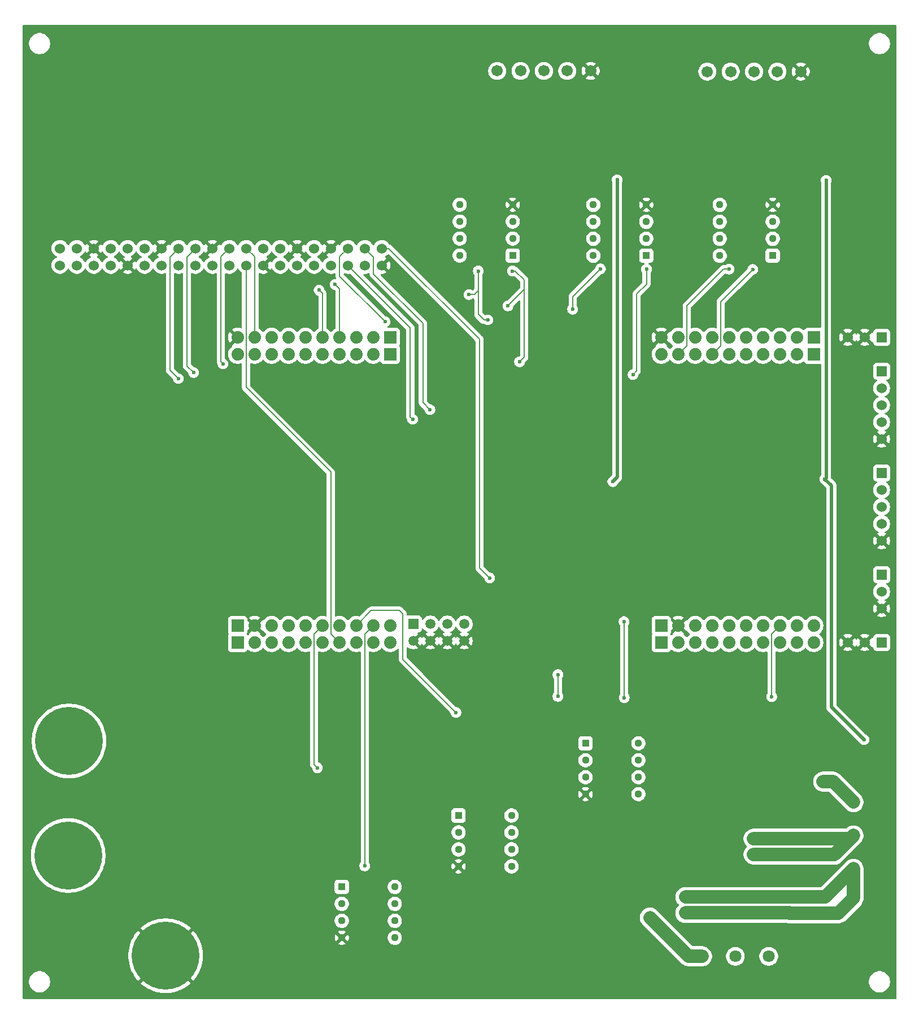
<source format=gbl>
%TF.GenerationSoftware,KiCad,Pcbnew,9.0.2*%
%TF.CreationDate,2025-06-02T11:57:38-04:00*%
%TF.ProjectId,Capstone_Interfacing_PCB,43617073-746f-46e6-955f-496e74657266,v0*%
%TF.SameCoordinates,Original*%
%TF.FileFunction,Copper,L2,Bot*%
%TF.FilePolarity,Positive*%
%FSLAX46Y46*%
G04 Gerber Fmt 4.6, Leading zero omitted, Abs format (unit mm)*
G04 Created by KiCad (PCBNEW 9.0.2) date 2025-06-02 11:57:38*
%MOMM*%
%LPD*%
G01*
G04 APERTURE LIST*
%TA.AperFunction,ComponentPad*%
%ADD10C,1.530000*%
%TD*%
%TA.AperFunction,ComponentPad*%
%ADD11C,1.701800*%
%TD*%
%TA.AperFunction,ComponentPad*%
%ADD12R,1.130000X1.130000*%
%TD*%
%TA.AperFunction,ComponentPad*%
%ADD13C,1.130000*%
%TD*%
%TA.AperFunction,ComponentPad*%
%ADD14C,10.160000*%
%TD*%
%TA.AperFunction,ComponentPad*%
%ADD15R,1.879600X1.879600*%
%TD*%
%TA.AperFunction,ComponentPad*%
%ADD16C,1.879600*%
%TD*%
%TA.AperFunction,ComponentPad*%
%ADD17R,1.524000X1.524000*%
%TD*%
%TA.AperFunction,ComponentPad*%
%ADD18C,1.524000*%
%TD*%
%TA.AperFunction,ComponentPad*%
%ADD19R,1.500000X1.500000*%
%TD*%
%TA.AperFunction,ComponentPad*%
%ADD20C,1.500000*%
%TD*%
%TA.AperFunction,ComponentPad*%
%ADD21C,1.803400*%
%TD*%
%TA.AperFunction,ViaPad*%
%ADD22C,0.600000*%
%TD*%
%TA.AperFunction,ViaPad*%
%ADD23C,0.700000*%
%TD*%
%TA.AperFunction,Conductor*%
%ADD24C,0.200000*%
%TD*%
%TA.AperFunction,Conductor*%
%ADD25C,0.500000*%
%TD*%
%TA.AperFunction,Conductor*%
%ADD26C,2.000000*%
%TD*%
G04 APERTURE END LIST*
D10*
%TO.P,J8,1*%
%TO.N,unconnected-(J8-Pad1)*%
X34100000Y-49540000D03*
%TO.P,J8,2*%
%TO.N,unconnected-(J8-Pad2)*%
X34100000Y-47000000D03*
%TO.P,J8,3*%
%TO.N,unconnected-(J8-Pad3)*%
X36640000Y-49540000D03*
%TO.P,J8,4*%
%TO.N,unconnected-(J8-Pad4)*%
X36640000Y-47000000D03*
%TO.P,J8,5*%
%TO.N,unconnected-(J8-Pad5)*%
X39180000Y-49540000D03*
%TO.P,J8,6*%
%TO.N,GND*%
X39180000Y-47000000D03*
%TO.P,J8,7*%
%TO.N,unconnected-(J8-Pad7)*%
X41720000Y-49540000D03*
%TO.P,J8,8*%
%TO.N,unconnected-(J8-Pad8)*%
X41720000Y-47000000D03*
%TO.P,J8,9*%
%TO.N,GND*%
X44260000Y-49540000D03*
%TO.P,J8,10*%
%TO.N,unconnected-(J8-Pad10)*%
X44260000Y-47000000D03*
%TO.P,J8,11*%
%TO.N,/Input Stage/ENC_A+_3.3*%
X46800000Y-49540000D03*
%TO.P,J8,12*%
%TO.N,unconnected-(J8-Pad12)*%
X46800000Y-47000000D03*
%TO.P,J8,13*%
%TO.N,/Input Stage/ENC_B+_3.3*%
X49340000Y-49540000D03*
%TO.P,J8,14*%
%TO.N,GND*%
X49340000Y-47000000D03*
%TO.P,J8,15*%
%TO.N,/Input Stage/ENC_Z+_3.3*%
X51880000Y-49540000D03*
%TO.P,J8,16*%
%TO.N,/Input Stage/HALL_A_3.3*%
X51880000Y-47000000D03*
%TO.P,J8,17*%
%TO.N,unconnected-(J8-Pad17)*%
X54420000Y-49540000D03*
%TO.P,J8,18*%
%TO.N,/Input Stage/HALL_B_3.3*%
X54420000Y-47000000D03*
%TO.P,J8,19*%
%TO.N,/LaunchPad/MOSI_A*%
X56960000Y-49540000D03*
%TO.P,J8,20*%
%TO.N,GND*%
X56960000Y-47000000D03*
%TO.P,J8,21*%
%TO.N,/LaunchPad/MISO_A*%
X59500000Y-49540000D03*
%TO.P,J8,22*%
%TO.N,/Input Stage/HALL_C_3.3*%
X59500000Y-47000000D03*
%TO.P,J8,23*%
%TO.N,/LaunchPad/SCLK_A*%
X62040000Y-49540000D03*
%TO.P,J8,24*%
%TO.N,/LaunchPad/CE0_A*%
X62040000Y-47000000D03*
%TO.P,J8,25*%
%TO.N,GND*%
X64580000Y-49540000D03*
%TO.P,J8,26*%
%TO.N,unconnected-(J8-Pad26)*%
X64580000Y-47000000D03*
%TO.P,J8,27*%
%TO.N,unconnected-(J8-Pad27)*%
X67120000Y-49540000D03*
%TO.P,J8,28*%
%TO.N,unconnected-(J8-Pad28)*%
X67120000Y-47000000D03*
%TO.P,J8,29*%
%TO.N,unconnected-(J8-Pad29)*%
X69660000Y-49540000D03*
%TO.P,J8,30*%
%TO.N,GND*%
X69660000Y-47000000D03*
%TO.P,J8,31*%
%TO.N,unconnected-(J8-Pad31)*%
X72200000Y-49540000D03*
%TO.P,J8,32*%
%TO.N,unconnected-(J8-Pad32)*%
X72200000Y-47000000D03*
%TO.P,J8,33*%
%TO.N,unconnected-(J8-Pad33)*%
X74740000Y-49540000D03*
%TO.P,J8,34*%
%TO.N,GND*%
X74740000Y-47000000D03*
%TO.P,J8,35*%
%TO.N,/LaunchPad/MISO_B*%
X77280000Y-49540000D03*
%TO.P,J8,36*%
%TO.N,/LaunchPad/CE2_B*%
X77280000Y-47000000D03*
%TO.P,J8,37*%
%TO.N,unconnected-(J8-Pad37)*%
X79820000Y-49540000D03*
%TO.P,J8,38*%
%TO.N,/LaunchPad/MOSI_B*%
X79820000Y-47000000D03*
%TO.P,J8,39*%
%TO.N,GND*%
X82360000Y-49540000D03*
%TO.P,J8,40*%
%TO.N,/LaunchPad/SCLK_B*%
X82360000Y-47000000D03*
%TD*%
D11*
%TO.P,J5,1,1*%
%TO.N,GND*%
X145150003Y-20500000D03*
%TO.P,J5,2,2*%
%TO.N,Net-(C1-Pad1)*%
X141650002Y-20500000D03*
%TO.P,J5,3,3*%
%TO.N,/Input Stage/HALL_A*%
X138150002Y-20500000D03*
%TO.P,J5,4,4*%
%TO.N,/Input Stage/HALL_B*%
X134650001Y-20500000D03*
%TO.P,J5,5,5*%
%TO.N,/Input Stage/HALL_C*%
X131150000Y-20500000D03*
%TD*%
D12*
%TO.P,U4,1*%
%TO.N,/Input Stage/HALL_A_3.3*%
X140940000Y-48080000D03*
D13*
%TO.P,U4,2,-*%
X140940000Y-45540000D03*
%TO.P,U4,3,+*%
%TO.N,Net-(U4A-+)*%
X140940000Y-43000000D03*
%TO.P,U4,4,V-*%
%TO.N,GND*%
X140940000Y-40460000D03*
%TO.P,U4,5,+*%
%TO.N,Net-(U4B-+)*%
X133000000Y-40460000D03*
%TO.P,U4,6,-*%
%TO.N,/Input Stage/HALL_B_3.3*%
X133000000Y-43000000D03*
%TO.P,U4,7*%
X133000000Y-45540000D03*
%TO.P,U4,8,V+*%
%TO.N,+3.3V*%
X133000000Y-48080000D03*
%TD*%
D14*
%TO.P,J2,1,Pin_1*%
%TO.N,+3.3V*%
X35350000Y-137950000D03*
%TD*%
D12*
%TO.P,U5,1*%
%TO.N,/Input Stage/HALL_C_3.3*%
X122000000Y-48080000D03*
D13*
%TO.P,U5,2,-*%
X122000000Y-45540000D03*
%TO.P,U5,3,+*%
%TO.N,Net-(U5A-+)*%
X122000000Y-43000000D03*
%TO.P,U5,4,V-*%
%TO.N,GND*%
X122000000Y-40460000D03*
%TO.P,U5,5,+*%
%TO.N,Net-(U5B-+)*%
X114060000Y-40460000D03*
%TO.P,U5,6,-*%
%TO.N,/Input Stage/ENC_A+_3.3*%
X114060000Y-43000000D03*
%TO.P,U5,7*%
X114060000Y-45540000D03*
%TO.P,U5,8,V+*%
%TO.N,+3.3V*%
X114060000Y-48080000D03*
%TD*%
D14*
%TO.P,J1,1,Pin_1*%
%TO.N,+5V*%
X35450000Y-120780000D03*
%TD*%
%TO.P,J3,1,Pin_1*%
%TO.N,GND*%
X49950000Y-152950000D03*
%TD*%
D15*
%TO.P,U10,J1_1,3.3V_J1*%
%TO.N,unconnected-(U10A-3.3V_J1-PadJ1_1)*%
X60750000Y-106030000D03*
D16*
%TO.P,U10,J1_2,GPIO32*%
%TO.N,unconnected-(U10A-GPIO32-PadJ1_2)*%
X63290000Y-106030000D03*
%TO.P,U10,J1_3,GPIO19/SCIRXDB*%
%TO.N,unconnected-(U10A-GPIO19{slash}SCIRXDB-PadJ1_3)*%
X65830000Y-106030000D03*
%TO.P,U10,J1_4,GPIO18/SCITXDB*%
%TO.N,unconnected-(U10A-GPIO18{slash}SCITXDB-PadJ1_4)*%
X68370000Y-106030000D03*
%TO.P,U10,J1_5,GPIO67*%
%TO.N,unconnected-(U10A-GPIO67-PadJ1_5)*%
X70910000Y-106030000D03*
%TO.P,U10,J1_6,GPIO111*%
%TO.N,unconnected-(U10A-GPIO111-PadJ1_6)*%
X73450000Y-106030000D03*
%TO.P,U10,J1_7,GPIO60/SPICLKA*%
%TO.N,/LaunchPad/SCLK_A*%
X75990000Y-106030000D03*
%TO.P,U10,J1_8,GPIO22*%
%TO.N,unconnected-(U10A-GPIO22-PadJ1_8)*%
X78530000Y-106030000D03*
%TO.P,U10,J1_9,GPIO105/I2CSCLA*%
%TO.N,unconnected-(U10A-GPIO105{slash}I2CSCLA-PadJ1_9)*%
X81070000Y-106030000D03*
%TO.P,U10,J1_10,GPIO104/I2CSDAA*%
%TO.N,unconnected-(U10A-GPIO104{slash}I2CSDAA-PadJ1_10)*%
X83610000Y-106030000D03*
D15*
%TO.P,U10,J2_1,GPIO29/OPXBAR6*%
%TO.N,unconnected-(U10B-GPIO29{slash}OPXBAR6-PadJ2_1)*%
X83610000Y-60310000D03*
D16*
%TO.P,U10,J2_2,GPIO125/SD1CLK2*%
%TO.N,unconnected-(U10B-GPIO125{slash}SD1CLK2-PadJ2_2)*%
X81070000Y-60310000D03*
%TO.P,U10,J2_3,GPIO124/SD1D2*%
%TO.N,unconnected-(U10B-GPIO124{slash}SD1D2-PadJ2_3)*%
X78530000Y-60310000D03*
%TO.P,U10,J2_4,GPIO59/SPIAMISO*%
%TO.N,/LaunchPad/MISO_A*%
X75990000Y-60310000D03*
%TO.P,U10,J2_5,GPIO58/SPIAMOSI*%
%TO.N,/LaunchPad/MOSI_A*%
X73450000Y-60310000D03*
%TO.P,U10,J2_6,~{RESET_J2}*%
%TO.N,unconnected-(U10B-~{RESET_J2}-PadJ2_6)*%
X70910000Y-60310000D03*
%TO.P,U10,J2_7,GPIO122/SD1D1*%
%TO.N,unconnected-(U10B-GPIO122{slash}SD1D1-PadJ2_7)*%
X68370000Y-60310000D03*
%TO.P,U10,J2_8,GPIO123/SD1CLK1*%
%TO.N,unconnected-(U10B-GPIO123{slash}SD1CLK1-PadJ2_8)*%
X65830000Y-60310000D03*
%TO.P,U10,J2_9,GPIO61/SPIACS*%
%TO.N,/LaunchPad/CE0_A*%
X63290000Y-60310000D03*
%TO.P,U10,J2_10,GND_J2*%
%TO.N,GND*%
X60750000Y-60310000D03*
D15*
%TO.P,U10,J3_1,+5V_J3*%
%TO.N,unconnected-(U10C-+5V_J3-PadJ3_1)*%
X60750000Y-103490000D03*
D16*
%TO.P,U10,J3_2,GND_J3*%
%TO.N,GND*%
X63290000Y-103490000D03*
%TO.P,U10,J3_3,ADCIN14/ANALOGIN*%
%TO.N,unconnected-(U10C-ADCIN14{slash}ANALOGIN-PadJ3_3)*%
X65830000Y-103490000D03*
%TO.P,U10,J3_4,ADCINC3/ANALOGIN*%
%TO.N,unconnected-(U10C-ADCINC3{slash}ANALOGIN-PadJ3_4)*%
X68370000Y-103490000D03*
%TO.P,U10,J3_5,ADCINB3/ANALOGIN*%
%TO.N,/Input Stage/HALL_IC_V*%
X70910000Y-103490000D03*
%TO.P,U10,J3_6,ADCINA3/ANALOGIN*%
%TO.N,/Input Stage/Phase_V_Filt*%
X73450000Y-103490000D03*
%TO.P,U10,J3_7,ADCINC2/ANALOGIN*%
%TO.N,unconnected-(U10C-ADCINC2{slash}ANALOGIN-PadJ3_7)*%
X75990000Y-103490000D03*
%TO.P,U10,J3_8,ADCINB2/ANALOGIN*%
%TO.N,/Input Stage/HALL_IC_U*%
X78530000Y-103490000D03*
%TO.P,U10,J3_9,ADCINA2/ANALOGIN*%
%TO.N,/Input Stage/Phase_U_Filt*%
X81070000Y-103490000D03*
%TO.P,U10,J3_10,ADCINA0/ANALOGIN(DACA)*%
%TO.N,unconnected-(U10C-ADCINA0{slash}ANALOGIN(DACA)-PadJ3_10)*%
X83610000Y-103490000D03*
D15*
%TO.P,U10,J4_1,PWM/BASED/DAC2*%
%TO.N,unconnected-(U10D-PWM{slash}BASED{slash}DAC2-PadJ4_1)*%
X83610000Y-62850000D03*
D16*
%TO.P,U10,J4_2,PWM/BASED/DAC1*%
%TO.N,unconnected-(U10D-PWM{slash}BASED{slash}DAC1-PadJ4_2)*%
X81070000Y-62850000D03*
%TO.P,U10,J4_3,GPIO16/OPXBAR7*%
%TO.N,unconnected-(U10D-GPIO16{slash}OPXBAR7-PadJ4_3)*%
X78530000Y-62850000D03*
%TO.P,U10,J4_4,GPIO24/OPXBAR1*%
%TO.N,/Input Stage/ENC_B+_3.3*%
X75990000Y-62850000D03*
%TO.P,U10,J4_5,GPIO5/PWMOUT3B*%
%TO.N,/Input Stage/HALL_C_3.3*%
X73450000Y-62850000D03*
%TO.P,U10,J4_6,GPIO4/PWMOUT3A*%
%TO.N,unconnected-(U10D-GPIO4{slash}PWMOUT3A-PadJ4_6)*%
X70910000Y-62850000D03*
%TO.P,U10,J4_7,GPIO3/PWMOUT2B*%
%TO.N,unconnected-(U10D-GPIO3{slash}PWMOUT2B-PadJ4_7)*%
X68370000Y-62850000D03*
%TO.P,U10,J4_8,GPIO2//PWMOUT2A*%
%TO.N,unconnected-(U10D-GPIO2{slash}{slash}PWMOUT2A-PadJ4_8)*%
X65830000Y-62850000D03*
%TO.P,U10,J4_9,GPIO1/PWMOUT1B*%
%TO.N,unconnected-(U10D-GPIO1{slash}PWMOUT1B-PadJ4_9)*%
X63290000Y-62850000D03*
%TO.P,U10,J4_10,GPIO0/PWMOUT1A*%
%TO.N,unconnected-(U10D-GPIO0{slash}PWMOUT1A-PadJ4_10)*%
X60750000Y-62850000D03*
D15*
%TO.P,U10,J5_1,3.3V_J5*%
%TO.N,unconnected-(U10E-3.3V_J5-PadJ5_1)*%
X124250000Y-106030000D03*
D16*
%TO.P,U10,J5_2,GPIO95*%
%TO.N,unconnected-(U10E-GPIO95-PadJ5_2)*%
X126790000Y-106030000D03*
%TO.P,U10,J5_3,GPIO139/SCICRX*%
%TO.N,unconnected-(U10E-GPIO139{slash}SCICRX-PadJ5_3)*%
X129330000Y-106030000D03*
%TO.P,U10,J5_4,GPIO56/SCICIX*%
%TO.N,unconnected-(U10E-GPIO56{slash}SCICIX-PadJ5_4)*%
X131870000Y-106030000D03*
%TO.P,U10,J5_5,GPIO97*%
%TO.N,unconnected-(U10E-GPIO97-PadJ5_5)*%
X134410000Y-106030000D03*
%TO.P,U10,J5_6,GPIO94*%
%TO.N,unconnected-(U10E-GPIO94-PadJ5_6)*%
X136950000Y-106030000D03*
%TO.P,U10,J5_7,GPIO65/SPIBCLK*%
%TO.N,/LaunchPad/SCLK_B*%
X139490000Y-106030000D03*
%TO.P,U10,J5_8,GPIO52*%
%TO.N,unconnected-(U10E-GPIO52-PadJ5_8)*%
X142030000Y-106030000D03*
%TO.P,U10,J5_9,GPIO41/I2CSCLB/J5*%
%TO.N,unconnected-(U10E-GPIO41{slash}I2CSCLB{slash}J5-PadJ5_9)*%
X144570000Y-106030000D03*
%TO.P,U10,J5_10,GPIO40/I2CSDAB/J5*%
%TO.N,unconnected-(U10E-GPIO40{slash}I2CSDAB{slash}J5-PadJ5_10)*%
X147110000Y-106030000D03*
D15*
%TO.P,U10,J6_1,GPIO25/OPXBAR2*%
%TO.N,/Input Stage/ENC_A+_3.3*%
X147110000Y-60310000D03*
D16*
%TO.P,U10,J6_2,GPIO27/SD2CLK2*%
%TO.N,unconnected-(U10F-GPIO27{slash}SD2CLK2-PadJ6_2)*%
X144570000Y-60310000D03*
%TO.P,U10,J6_3,GPIO26/SD2D2*%
%TO.N,/Input Stage/ENC_Z+_3.3*%
X142030000Y-60310000D03*
%TO.P,U10,J6_4,GPIO64/SPIBMISO*%
%TO.N,/LaunchPad/MISO_B*%
X139490000Y-60310000D03*
%TO.P,U10,J6_5,GPIO63/SPIBMOSI*%
%TO.N,/LaunchPad/MOSI_B*%
X136950000Y-60310000D03*
%TO.P,U10,J6_6,~{RESET_J6}*%
%TO.N,unconnected-(U10F-~{RESET_J6}-PadJ6_6)*%
X134410000Y-60310000D03*
%TO.P,U10,J6_7,GPIO130/SD2D1*%
%TO.N,unconnected-(U10F-GPIO130{slash}SD2D1-PadJ6_7)*%
X131870000Y-60310000D03*
%TO.P,U10,J6_8,GPIO131/SD2CLK1*%
%TO.N,unconnected-(U10F-GPIO131{slash}SD2CLK1-PadJ6_8)*%
X129330000Y-60310000D03*
%TO.P,U10,J6_9,GPIO66/SPIBCS*%
%TO.N,/LaunchPad/CE2_B*%
X126790000Y-60310000D03*
%TO.P,U10,J6_10,GND_J6*%
%TO.N,GND*%
X124250000Y-60310000D03*
D15*
%TO.P,U10,J7_1,+5V_J7*%
%TO.N,unconnected-(U10G-+5V_J7-PadJ7_1)*%
X124250000Y-103490000D03*
D16*
%TO.P,U10,J7_2,GND_J7*%
%TO.N,GND*%
X126790000Y-103490000D03*
%TO.P,U10,J7_3,ADCIN15/ANALOGIN*%
%TO.N,unconnected-(U10G-ADCIN15{slash}ANALOGIN-PadJ7_3)*%
X129330000Y-103490000D03*
%TO.P,U10,J7_4,ADCINC5/ANALOGIN*%
%TO.N,unconnected-(U10G-ADCINC5{slash}ANALOGIN-PadJ7_4)*%
X131870000Y-103490000D03*
%TO.P,U10,J7_5,ADCINB5/ANALOGIN*%
%TO.N,unconnected-(U10G-ADCINB5{slash}ANALOGIN-PadJ7_5)*%
X134410000Y-103490000D03*
%TO.P,U10,J7_6,ADCINA5/ANALOGIN*%
%TO.N,unconnected-(U10G-ADCINA5{slash}ANALOGIN-PadJ7_6)*%
X136950000Y-103490000D03*
%TO.P,U10,J7_7,ADCINC4/ANALOGIN*%
%TO.N,unconnected-(U10G-ADCINC4{slash}ANALOGIN-PadJ7_7)*%
X139490000Y-103490000D03*
%TO.P,U10,J7_8,ADCINB4/ANALOGIN*%
%TO.N,/Input Stage/HALL_IC_W*%
X142030000Y-103490000D03*
%TO.P,U10,J7_9,ADCINA4/ANALOGIN*%
%TO.N,/Input Stage/Phase_W_Filt*%
X144570000Y-103490000D03*
%TO.P,U10,J7_10,ADCINA1/ANALOGIN(DACB)*%
%TO.N,unconnected-(U10G-ADCINA1{slash}ANALOGIN(DACB)-PadJ7_10)*%
X147110000Y-103490000D03*
D15*
%TO.P,U10,J8_1,PWM/BASED/DAC4*%
%TO.N,unconnected-(U10H-PWM{slash}BASED{slash}DAC4-PadJ8_1)*%
X147110000Y-62850000D03*
D16*
%TO.P,U10,J8_2,PWM/BASED/DAC3*%
%TO.N,unconnected-(U10H-PWM{slash}BASED{slash}DAC3-PadJ8_2)*%
X144570000Y-62850000D03*
%TO.P,U10,J8_3,GPIO15/OPXBAR4*%
%TO.N,unconnected-(U10H-GPIO15{slash}OPXBAR4-PadJ8_3)*%
X142030000Y-62850000D03*
%TO.P,U10,J8_4,GPIO14/OPXBAR3*%
%TO.N,unconnected-(U10H-GPIO14{slash}OPXBAR3-PadJ8_4)*%
X139490000Y-62850000D03*
%TO.P,U10,J8_5,GPIO11/PWMOUT6B*%
%TO.N,unconnected-(U10H-GPIO11{slash}PWMOUT6B-PadJ8_5)*%
X136950000Y-62850000D03*
%TO.P,U10,J8_6,GPIO10/PWMOUT6A*%
%TO.N,unconnected-(U10H-GPIO10{slash}PWMOUT6A-PadJ8_6)*%
X134410000Y-62850000D03*
%TO.P,U10,J8_7,GPIO9/PWMOUT5B*%
%TO.N,/Input Stage/HALL_A_3.3*%
X131870000Y-62850000D03*
%TO.P,U10,J8_8,GPIO8/PWMOUT5A*%
%TO.N,unconnected-(U10H-GPIO8{slash}PWMOUT5A-PadJ8_8)*%
X129330000Y-62850000D03*
%TO.P,U10,J8_9,GPIO7/PWMOUT4B*%
%TO.N,/Input Stage/HALL_B_3.3*%
X126790000Y-62850000D03*
%TO.P,U10,J8_10,GPIO6/PWMOUT4A*%
%TO.N,unconnected-(U10H-GPIO6{slash}PWMOUT4A-PadJ8_10)*%
X124250000Y-62850000D03*
D17*
%TO.P,U10,J10_1,+3V_J10*%
%TO.N,Net-(U10I-+3V_J10)*%
X157270000Y-60310000D03*
D18*
%TO.P,U10,J10_2,GND_J10*%
%TO.N,GND*%
X154730000Y-60310000D03*
%TO.P,U10,J10_3,GND_J10__1*%
X152190000Y-60310000D03*
D17*
%TO.P,U10,J12_1,CANH*%
%TO.N,unconnected-(U10J-CANH-PadJ12_1)*%
X157270000Y-95870000D03*
D18*
%TO.P,U10,J12_2,CANL*%
%TO.N,unconnected-(U10J-CANL-PadJ12_2)*%
X157270000Y-98410000D03*
%TO.P,U10,J12_3,GND_J12*%
%TO.N,GND*%
X157270000Y-100950000D03*
D17*
%TO.P,U10,J14_1,EQEP1A*%
%TO.N,unconnected-(U10K-EQEP1A-PadJ14_1)*%
X157270000Y-65390000D03*
D18*
%TO.P,U10,J14_2,EQEP1B*%
%TO.N,unconnected-(U10K-EQEP1B-PadJ14_2)*%
X157270000Y-67930000D03*
%TO.P,U10,J14_3,EQEP1I*%
%TO.N,unconnected-(U10K-EQEP1I-PadJ14_3)*%
X157270000Y-70470000D03*
%TO.P,U10,J14_4,+5V_J14*%
%TO.N,unconnected-(U10K-+5V_J14-PadJ14_4)*%
X157270000Y-73010000D03*
%TO.P,U10,J14_5,GND_J14*%
%TO.N,GND*%
X157270000Y-75550000D03*
D17*
%TO.P,U10,J15_1,EQEP2A*%
%TO.N,unconnected-(U10L-EQEP2A-PadJ15_1)*%
X157270000Y-80630000D03*
D18*
%TO.P,U10,J15_2,EQEP2B*%
%TO.N,unconnected-(U10L-EQEP2B-PadJ15_2)*%
X157270000Y-83170000D03*
%TO.P,U10,J15_3,EQEP2I*%
%TO.N,unconnected-(U10L-EQEP2I-PadJ15_3)*%
X157270000Y-85710000D03*
%TO.P,U10,J15_4,+5V_J15*%
%TO.N,unconnected-(U10L-+5V_J15-PadJ15_4)*%
X157270000Y-88250000D03*
%TO.P,U10,J15_5,GND_J15*%
%TO.N,GND*%
X157270000Y-90790000D03*
D17*
%TO.P,U10,J16_1,+5V_J16*%
%TO.N,Net-(U10N-+5V_J16)*%
X157270000Y-106030000D03*
D18*
%TO.P,U10,J16_2,GND_J16*%
%TO.N,GND*%
X154730000Y-106030000D03*
%TO.P,U10,J16_3,GND_J16__1*%
X152190000Y-106030000D03*
D19*
%TO.P,U10,J21_1,ADCIND0*%
%TO.N,unconnected-(U10M-ADCIND0-PadJ21_1)*%
X87094000Y-103256000D03*
D20*
%TO.P,U10,J21_2,TP21/GND*%
%TO.N,GND*%
X87094000Y-105796000D03*
%TO.P,U10,J21_3,ADCIND1*%
%TO.N,unconnected-(U10M-ADCIND1-PadJ21_3)*%
X89634000Y-103256000D03*
%TO.P,U10,J21_4,TP22/GND*%
%TO.N,GND*%
X89634000Y-105796000D03*
%TO.P,U10,J21_5,ADCIND2*%
%TO.N,unconnected-(U10M-ADCIND2-PadJ21_5)*%
X92174000Y-103256000D03*
%TO.P,U10,J21_6,TP23/GND*%
%TO.N,GND*%
X92174000Y-105796000D03*
%TO.P,U10,J21_7,ADCIND3*%
%TO.N,unconnected-(U10M-ADCIND3-PadJ21_7)*%
X94714000Y-103256000D03*
%TO.P,U10,J21_8,TP24/GND*%
%TO.N,GND*%
X94714000Y-105796000D03*
%TD*%
D12*
%TO.P,U3,1*%
%TO.N,/Input Stage/Phase_W_Filt*%
X112880000Y-121140000D03*
D13*
%TO.P,U3,2,-*%
%TO.N,Net-(U3A--)*%
X112880000Y-123680000D03*
%TO.P,U3,3,+*%
%TO.N,Net-(U3A-+)*%
X112880000Y-126220000D03*
%TO.P,U3,4,V-*%
%TO.N,GND*%
X112880000Y-128760000D03*
%TO.P,U3,5,+*%
%TO.N,unconnected-(U3B-+-Pad5)*%
X120820000Y-128760000D03*
%TO.P,U3,6,-*%
%TO.N,unconnected-(U3B---Pad6)*%
X120820000Y-126220000D03*
%TO.P,U3,7*%
%TO.N,unconnected-(U3-Pad7)*%
X120820000Y-123680000D03*
%TO.P,U3,8,V+*%
%TO.N,+3.3V*%
X120820000Y-121140000D03*
%TD*%
D12*
%TO.P,U1,1*%
%TO.N,/Input Stage/Phase_U_Filt*%
X76350000Y-142650000D03*
D13*
%TO.P,U1,2,-*%
%TO.N,Net-(U1A--)*%
X76350000Y-145190000D03*
%TO.P,U1,3,+*%
%TO.N,Net-(U1A-+)*%
X76350000Y-147730000D03*
%TO.P,U1,4,V-*%
%TO.N,GND*%
X76350000Y-150270000D03*
%TO.P,U1,5,+*%
%TO.N,unconnected-(U1B-+-Pad5)*%
X84290000Y-150270000D03*
%TO.P,U1,6,-*%
%TO.N,unconnected-(U1B---Pad6)*%
X84290000Y-147730000D03*
%TO.P,U1,7*%
%TO.N,unconnected-(U1-Pad7)*%
X84290000Y-145190000D03*
%TO.P,U1,8,V+*%
%TO.N,+3.3V*%
X84290000Y-142650000D03*
%TD*%
D12*
%TO.P,U6,1*%
%TO.N,/Input Stage/ENC_B+_3.3*%
X101970000Y-48060000D03*
D13*
%TO.P,U6,2,-*%
X101970000Y-45520000D03*
%TO.P,U6,3,+*%
%TO.N,Net-(U6A-+)*%
X101970000Y-42980000D03*
%TO.P,U6,4,V-*%
%TO.N,GND*%
X101970000Y-40440000D03*
%TO.P,U6,5,+*%
%TO.N,Net-(U6B-+)*%
X94030000Y-40440000D03*
%TO.P,U6,6,-*%
%TO.N,/Input Stage/ENC_Z+_3.3*%
X94030000Y-42980000D03*
%TO.P,U6,7*%
X94030000Y-45520000D03*
%TO.P,U6,8,V+*%
%TO.N,+3.3V*%
X94030000Y-48060000D03*
%TD*%
D12*
%TO.P,U2,1*%
%TO.N,/Input Stage/Phase_V_Filt*%
X93850000Y-131950000D03*
D13*
%TO.P,U2,2,-*%
%TO.N,Net-(U2A--)*%
X93850000Y-134490000D03*
%TO.P,U2,3,+*%
%TO.N,Net-(U2A-+)*%
X93850000Y-137030000D03*
%TO.P,U2,4,V-*%
%TO.N,GND*%
X93850000Y-139570000D03*
%TO.P,U2,5,+*%
%TO.N,unconnected-(U2B-+-Pad5)*%
X101790000Y-139570000D03*
%TO.P,U2,6,-*%
%TO.N,unconnected-(U2B---Pad6)*%
X101790000Y-137030000D03*
%TO.P,U2,7*%
%TO.N,unconnected-(U2-Pad7)*%
X101790000Y-134490000D03*
%TO.P,U2,8,V+*%
%TO.N,+3.3V*%
X101790000Y-131950000D03*
%TD*%
D21*
%TO.P,J4,1,1*%
%TO.N,/Input Stage/Phase_U*%
X130350000Y-153050000D03*
%TO.P,J4,2,2*%
%TO.N,/Input Stage/Phase_V*%
X135350000Y-153050000D03*
%TO.P,J4,3,3*%
%TO.N,/Input Stage/Phase_W*%
X140350000Y-153050000D03*
%TD*%
D11*
%TO.P,J6,1,1*%
%TO.N,GND*%
X113650002Y-20400000D03*
%TO.P,J6,2,2*%
%TO.N,Net-(C2-Pad1)*%
X110150001Y-20400000D03*
%TO.P,J6,3,3*%
%TO.N,/Input Stage/ENC_A+*%
X106650001Y-20400000D03*
%TO.P,J6,4,4*%
%TO.N,/Input Stage/ENC_B+*%
X103150000Y-20400000D03*
%TO.P,J6,5,5*%
%TO.N,/Input Stage/ENC_Z+*%
X99649999Y-20400000D03*
%TD*%
D21*
%TO.P,J7,1,1*%
%TO.N,/Input Stage/Phase_U_Sensed*%
X153050000Y-139950000D03*
%TO.P,J7,2,2*%
%TO.N,/Input Stage/Phase_V_Sensed*%
X153050000Y-134950000D03*
%TO.P,J7,3,3*%
%TO.N,/Input Stage/Phase_W_Sensed*%
X153050000Y-129950000D03*
%TD*%
D22*
%TO.N,GND*%
X131300000Y-29200000D03*
X138500000Y-29200000D03*
X107000000Y-28700000D03*
X92775000Y-61425000D03*
X145850000Y-116200000D03*
X65925000Y-50775000D03*
X153200000Y-56800000D03*
X89000000Y-43825000D03*
X65850000Y-48200000D03*
X125500000Y-61525000D03*
X100100000Y-28800000D03*
X110925000Y-61750000D03*
%TO.N,/Input Stage/HALL_IC_W*%
X140800000Y-114150000D03*
%TO.N,/Input Stage/HALL_IC_V*%
X118650000Y-102900000D03*
X118700000Y-114300000D03*
%TO.N,/Input Stage/HALL_IC_U*%
X93470000Y-116530000D03*
%TO.N,+5V*%
X117625000Y-36700000D03*
X148775000Y-81550000D03*
X148950000Y-36800000D03*
X154625000Y-120600000D03*
X116975000Y-81925000D03*
%TO.N,/Input Stage/Phase_U*%
X122550000Y-147250000D03*
D23*
%TO.N,/Input Stage/Phase_U_Sensed*%
X127873000Y-144173000D03*
X127875000Y-146550000D03*
D22*
X143500000Y-146600000D03*
X143500000Y-144175000D03*
%TO.N,/Input Stage/Phase_V_Sensed*%
X143500000Y-135400000D03*
D23*
X138075000Y-135425000D03*
X138075000Y-137775000D03*
D22*
X143500000Y-137825000D03*
%TO.N,/Input Stage/Phase_W_Sensed*%
X148500000Y-126874000D03*
%TO.N,/LaunchPad/MISO_B*%
X86975000Y-72600000D03*
%TO.N,/LaunchPad/SCLK_B*%
X98525000Y-96375000D03*
%TO.N,/LaunchPad/MISO_A*%
X75350000Y-52400000D03*
%TO.N,/LaunchPad/CE2_B*%
X82825000Y-57975000D03*
%TO.N,/LaunchPad/MOSI_B*%
X89575000Y-71150000D03*
%TO.N,/LaunchPad/MOSI_A*%
X72950000Y-53250000D03*
%TO.N,/Input Stage/Phase_U_Filt*%
X79800000Y-139500000D03*
%TO.N,/Input Stage/Phase_V_Filt*%
X72700000Y-124800000D03*
%TO.N,/Input Stage/Phase_W_Filt*%
X108750000Y-110850000D03*
X108750000Y-114100000D03*
%TO.N,/Input Stage/ENC_A+_3.3*%
X115125000Y-50050000D03*
X110950000Y-56100000D03*
%TO.N,/Input Stage/ENC_B+_3.3*%
X101250000Y-55600000D03*
X101950000Y-50375000D03*
X103000000Y-63975000D03*
%TO.N,/Input Stage/HALL_A_3.3*%
X51850000Y-66500000D03*
X137950000Y-50150000D03*
%TO.N,/Input Stage/HALL_B_3.3*%
X134400000Y-50100000D03*
X54150000Y-65600000D03*
%TO.N,/Input Stage/HALL_C_3.3*%
X58550000Y-64300000D03*
X120000000Y-65900000D03*
X122025000Y-50100000D03*
%TO.N,/Input Stage/ENC_Z+_3.3*%
X96800000Y-50375000D03*
X98250000Y-57700000D03*
X95425000Y-53900000D03*
%TD*%
D24*
%TO.N,/Input Stage/HALL_IC_U*%
X85500000Y-101750000D02*
X85000000Y-101250000D01*
X85000000Y-101250000D02*
X80770000Y-101250000D01*
X80770000Y-101250000D02*
X78530000Y-103490000D01*
X85500000Y-108560000D02*
X85500000Y-101750000D01*
X93470000Y-116530000D02*
X85500000Y-108560000D01*
%TO.N,/Input Stage/HALL_IC_W*%
X140800000Y-114150000D02*
X140750000Y-114100000D01*
X140750000Y-104770000D02*
X142030000Y-103490000D01*
X140750000Y-114100000D02*
X140750000Y-104770000D01*
%TO.N,/Input Stage/HALL_IC_V*%
X118700000Y-102950000D02*
X118650000Y-102900000D01*
X118700000Y-114300000D02*
X118700000Y-102950000D01*
D25*
%TO.N,+5V*%
X148950000Y-36800000D02*
X148950000Y-81375000D01*
X149725000Y-82500000D02*
X149725000Y-115700000D01*
X148775000Y-81550000D02*
X149725000Y-82500000D01*
X148950000Y-81375000D02*
X148775000Y-81550000D01*
X149725000Y-115700000D02*
X154625000Y-120600000D01*
X117625000Y-81275000D02*
X117625000Y-36700000D01*
X116975000Y-81925000D02*
X117625000Y-81275000D01*
D26*
%TO.N,/Input Stage/Phase_U*%
X130350000Y-153050000D02*
X128350000Y-153050000D01*
X128350000Y-153050000D02*
X122550000Y-147250000D01*
%TO.N,/Input Stage/Phase_U_Sensed*%
X143500000Y-144175000D02*
X148825000Y-144175000D01*
X143500000Y-146600000D02*
X150800000Y-146600000D01*
X150800000Y-146600000D02*
X153050000Y-144350000D01*
X153050000Y-144350000D02*
X153050000Y-139950000D01*
X127875000Y-146550000D02*
X143450000Y-146550000D01*
X143450000Y-146550000D02*
X143500000Y-146600000D01*
X143498000Y-144173000D02*
X143500000Y-144175000D01*
X148825000Y-144175000D02*
X153050000Y-139950000D01*
X127873000Y-144173000D02*
X143498000Y-144173000D01*
%TO.N,/Input Stage/Phase_V_Sensed*%
X138075000Y-135425000D02*
X143475000Y-135425000D01*
X138075000Y-137775000D02*
X143450000Y-137775000D01*
X143500000Y-137825000D02*
X150175000Y-137825000D01*
X143500000Y-135400000D02*
X152600000Y-135400000D01*
X150175000Y-137825000D02*
X152600000Y-135400000D01*
X152600000Y-135400000D02*
X153050000Y-134950000D01*
%TO.N,/Input Stage/Phase_W_Sensed*%
X149974000Y-126874000D02*
X153050000Y-129950000D01*
X148500000Y-126874000D02*
X149974000Y-126874000D01*
D24*
%TO.N,/LaunchPad/MISO_B*%
X86975000Y-72600000D02*
X86625000Y-72250000D01*
X86625000Y-58885000D02*
X77280000Y-49540000D01*
X86625000Y-72250000D02*
X86625000Y-58885000D01*
%TO.N,/LaunchPad/SCLK_B*%
X97000000Y-60600000D02*
X83400000Y-47000000D01*
X83400000Y-47000000D02*
X82360000Y-47000000D01*
X98525000Y-96375000D02*
X97000000Y-94850000D01*
X97000000Y-94850000D02*
X97000000Y-60600000D01*
%TO.N,/LaunchPad/MISO_A*%
X75350000Y-52400000D02*
X75990000Y-53040000D01*
X75990000Y-53040000D02*
X75990000Y-60310000D01*
%TO.N,/LaunchPad/CE2_B*%
X82825000Y-57975000D02*
X76025000Y-51175000D01*
X76025000Y-51175000D02*
X76025000Y-48255000D01*
X76025000Y-48255000D02*
X77280000Y-47000000D01*
%TO.N,/LaunchPad/MOSI_B*%
X89550000Y-71150000D02*
X88500000Y-70100000D01*
X88500000Y-58175000D02*
X81125000Y-50800000D01*
X89575000Y-71150000D02*
X89550000Y-71150000D01*
X81125000Y-50800000D02*
X81125000Y-48305000D01*
X88500000Y-70100000D02*
X88500000Y-58175000D01*
X81125000Y-48305000D02*
X79820000Y-47000000D01*
%TO.N,/LaunchPad/MOSI_A*%
X73450000Y-53750000D02*
X73450000Y-60310000D01*
X73450000Y-53750000D02*
X72950000Y-53250000D01*
%TO.N,/LaunchPad/CE0_A*%
X63290000Y-48250000D02*
X62040000Y-47000000D01*
X63290000Y-60310000D02*
X63290000Y-48250000D01*
%TO.N,/Input Stage/Phase_U_Filt*%
X79800000Y-104760000D02*
X81070000Y-103490000D01*
X79800000Y-139500000D02*
X79800000Y-104760000D01*
%TO.N,/Input Stage/Phase_V_Filt*%
X72200000Y-104740000D02*
X72200000Y-124300000D01*
X72200000Y-124300000D02*
X72700000Y-124800000D01*
X73450000Y-103490000D02*
X72200000Y-104740000D01*
%TO.N,/Input Stage/Phase_W_Filt*%
X108750000Y-114100000D02*
X108750000Y-110850000D01*
%TO.N,/Input Stage/ENC_A+_3.3*%
X110950000Y-54225000D02*
X110950000Y-56100000D01*
X115125000Y-50050000D02*
X110950000Y-54225000D01*
%TO.N,/Input Stage/ENC_B+_3.3*%
X102375000Y-50375000D02*
X101950000Y-50375000D01*
X103700000Y-53150000D02*
X101250000Y-55600000D01*
X103700000Y-51700000D02*
X102375000Y-50375000D01*
X103000000Y-63975000D02*
X103700000Y-63275000D01*
X103700000Y-63275000D02*
X103700000Y-51700000D01*
X103000000Y-64100000D02*
X103000000Y-63975000D01*
%TO.N,/Input Stage/HALL_A_3.3*%
X133150000Y-61570000D02*
X131870000Y-62850000D01*
X133150000Y-54950000D02*
X133150000Y-61570000D01*
X137950000Y-50150000D02*
X133150000Y-54950000D01*
X50600000Y-65250000D02*
X51850000Y-66500000D01*
X50600000Y-65250000D02*
X50600000Y-48280000D01*
X50600000Y-48280000D02*
X51880000Y-47000000D01*
%TO.N,/Input Stage/HALL_B_3.3*%
X128050000Y-55600000D02*
X128050000Y-61590000D01*
X53150000Y-64600000D02*
X53150000Y-48270000D01*
X133550000Y-50100000D02*
X128050000Y-55600000D01*
X54150000Y-65600000D02*
X53150000Y-64600000D01*
X128050000Y-61590000D02*
X126790000Y-62850000D01*
X53150000Y-48270000D02*
X54420000Y-47000000D01*
X134400000Y-50100000D02*
X133550000Y-50100000D01*
%TO.N,/Input Stage/HALL_C_3.3*%
X120550000Y-65350000D02*
X120000000Y-65900000D01*
X58550000Y-64300000D02*
X58250000Y-64000000D01*
X58250000Y-48250000D02*
X59500000Y-47000000D01*
X120550000Y-53800000D02*
X120550000Y-65350000D01*
X58250000Y-64000000D02*
X58250000Y-48250000D01*
X122025000Y-52325000D02*
X120550000Y-53800000D01*
X122025000Y-50100000D02*
X122025000Y-52325000D01*
%TO.N,/LaunchPad/SCLK_A*%
X75990000Y-106030000D02*
X74700000Y-104740000D01*
X62000000Y-49580000D02*
X62040000Y-49540000D01*
X74700000Y-104740000D02*
X74700000Y-80500000D01*
X62000000Y-67800000D02*
X62000000Y-49880000D01*
X74700000Y-80500000D02*
X62000000Y-67800000D01*
%TO.N,/Input Stage/ENC_Z+_3.3*%
X96800000Y-53300000D02*
X96800000Y-53150000D01*
X96800000Y-50375000D02*
X96800000Y-53150000D01*
X96200000Y-53900000D02*
X96800000Y-53300000D01*
X96800000Y-53150000D02*
X96800000Y-56850000D01*
X97650000Y-57700000D02*
X98250000Y-57700000D01*
X95425000Y-53900000D02*
X96200000Y-53900000D01*
X96800000Y-56850000D02*
X97650000Y-57700000D01*
%TD*%
%TA.AperFunction,Conductor*%
%TO.N,GND*%
G36*
X88549700Y-103896553D02*
G01*
X88568816Y-103917381D01*
X88660001Y-104042883D01*
X88680172Y-104070646D01*
X88819354Y-104209828D01*
X88917843Y-104281385D01*
X88978596Y-104325525D01*
X89155763Y-104415795D01*
X89206560Y-104463769D01*
X89223355Y-104531590D01*
X89200818Y-104597725D01*
X89155764Y-104636765D01*
X88978859Y-104726902D01*
X88943873Y-104752320D01*
X88943872Y-104752320D01*
X89504590Y-105313037D01*
X89441007Y-105330075D01*
X89326993Y-105395901D01*
X89233901Y-105488993D01*
X89168075Y-105603007D01*
X89151037Y-105666590D01*
X88590320Y-105105872D01*
X88590320Y-105105873D01*
X88564902Y-105140859D01*
X88474484Y-105318315D01*
X88426509Y-105369111D01*
X88358688Y-105385906D01*
X88292553Y-105363369D01*
X88253514Y-105318314D01*
X88163097Y-105140860D01*
X88137678Y-105105873D01*
X88137677Y-105105873D01*
X87576962Y-105666589D01*
X87559925Y-105603007D01*
X87494099Y-105488993D01*
X87401007Y-105395901D01*
X87286993Y-105330075D01*
X87223408Y-105313037D01*
X87784125Y-104752320D01*
X87784125Y-104752319D01*
X87754530Y-104730818D01*
X87711864Y-104675489D01*
X87705883Y-104605876D01*
X87738488Y-104544080D01*
X87799326Y-104509722D01*
X87827413Y-104506499D01*
X87891872Y-104506499D01*
X87951483Y-104500091D01*
X88086331Y-104449796D01*
X88201546Y-104363546D01*
X88287796Y-104248331D01*
X88338091Y-104113483D01*
X88344500Y-104053873D01*
X88344499Y-103990265D01*
X88364183Y-103923229D01*
X88416986Y-103877473D01*
X88486144Y-103867529D01*
X88549700Y-103896553D01*
G37*
%TD.AperFunction*%
%TA.AperFunction,Conductor*%
G36*
X90975445Y-103689732D02*
G01*
X91014485Y-103734787D01*
X91104474Y-103911403D01*
X91139234Y-103959246D01*
X91220172Y-104070646D01*
X91359354Y-104209828D01*
X91457843Y-104281385D01*
X91518596Y-104325525D01*
X91695763Y-104415795D01*
X91746560Y-104463769D01*
X91763355Y-104531590D01*
X91740818Y-104597725D01*
X91695764Y-104636765D01*
X91518859Y-104726902D01*
X91483873Y-104752320D01*
X91483872Y-104752320D01*
X92044590Y-105313037D01*
X91981007Y-105330075D01*
X91866993Y-105395901D01*
X91773901Y-105488993D01*
X91708075Y-105603007D01*
X91691037Y-105666590D01*
X91130320Y-105105872D01*
X91130320Y-105105873D01*
X91104902Y-105140859D01*
X91014484Y-105318315D01*
X90966509Y-105369111D01*
X90898688Y-105385906D01*
X90832553Y-105363369D01*
X90793514Y-105318314D01*
X90703097Y-105140860D01*
X90677678Y-105105873D01*
X90677677Y-105105873D01*
X90116962Y-105666589D01*
X90099925Y-105603007D01*
X90034099Y-105488993D01*
X89941007Y-105395901D01*
X89826993Y-105330075D01*
X89763409Y-105313037D01*
X90324125Y-104752320D01*
X90324125Y-104752319D01*
X90289145Y-104726905D01*
X90112235Y-104636765D01*
X90061439Y-104588790D01*
X90044644Y-104520969D01*
X90067182Y-104454834D01*
X90112236Y-104415795D01*
X90114022Y-104414884D01*
X90114025Y-104414884D01*
X90289405Y-104325524D01*
X90448646Y-104209828D01*
X90587828Y-104070646D01*
X90703524Y-103911405D01*
X90792884Y-103736025D01*
X90793515Y-103734787D01*
X90841489Y-103683990D01*
X90909310Y-103667195D01*
X90975445Y-103689732D01*
G37*
%TD.AperFunction*%
%TA.AperFunction,Conductor*%
G36*
X93515445Y-103689732D02*
G01*
X93554485Y-103734787D01*
X93644474Y-103911403D01*
X93679234Y-103959246D01*
X93760172Y-104070646D01*
X93899354Y-104209828D01*
X93997843Y-104281385D01*
X94058596Y-104325525D01*
X94235763Y-104415795D01*
X94286560Y-104463769D01*
X94303355Y-104531590D01*
X94280818Y-104597725D01*
X94235764Y-104636765D01*
X94058859Y-104726902D01*
X94023873Y-104752320D01*
X94023872Y-104752320D01*
X94584590Y-105313037D01*
X94521007Y-105330075D01*
X94406993Y-105395901D01*
X94313901Y-105488993D01*
X94248075Y-105603007D01*
X94231037Y-105666590D01*
X93670320Y-105105872D01*
X93670320Y-105105873D01*
X93644902Y-105140859D01*
X93554484Y-105318315D01*
X93506509Y-105369111D01*
X93438688Y-105385906D01*
X93372553Y-105363369D01*
X93333514Y-105318314D01*
X93243097Y-105140860D01*
X93217678Y-105105873D01*
X93217677Y-105105873D01*
X92656962Y-105666589D01*
X92639925Y-105603007D01*
X92574099Y-105488993D01*
X92481007Y-105395901D01*
X92366993Y-105330075D01*
X92303409Y-105313037D01*
X92864125Y-104752320D01*
X92864125Y-104752319D01*
X92829145Y-104726905D01*
X92652235Y-104636765D01*
X92601439Y-104588790D01*
X92584644Y-104520969D01*
X92607182Y-104454834D01*
X92652236Y-104415795D01*
X92654022Y-104414884D01*
X92654025Y-104414884D01*
X92829405Y-104325524D01*
X92988646Y-104209828D01*
X93127828Y-104070646D01*
X93243524Y-103911405D01*
X93332884Y-103736025D01*
X93333515Y-103734787D01*
X93381489Y-103683990D01*
X93449310Y-103667195D01*
X93515445Y-103689732D01*
G37*
%TD.AperFunction*%
%TA.AperFunction,Conductor*%
G36*
X64469559Y-104316006D02*
G01*
X64478464Y-104315306D01*
X64514701Y-104287364D01*
X64584315Y-104281385D01*
X64646110Y-104313991D01*
X64660007Y-104330030D01*
X64731394Y-104428286D01*
X64731398Y-104428291D01*
X64891708Y-104588601D01*
X64891713Y-104588605D01*
X64989542Y-104659682D01*
X65032208Y-104715012D01*
X65038187Y-104784625D01*
X65005582Y-104846420D01*
X64989542Y-104860318D01*
X64891713Y-104931394D01*
X64891708Y-104931398D01*
X64731398Y-105091708D01*
X64731394Y-105091713D01*
X64660318Y-105189542D01*
X64604988Y-105232208D01*
X64535375Y-105238187D01*
X64473580Y-105205582D01*
X64459682Y-105189542D01*
X64388605Y-105091713D01*
X64388601Y-105091708D01*
X64228291Y-104931398D01*
X64228286Y-104931394D01*
X64130030Y-104860007D01*
X64087364Y-104804677D01*
X64081385Y-104735064D01*
X64113991Y-104673269D01*
X64115841Y-104671665D01*
X64116006Y-104669559D01*
X63425942Y-103979495D01*
X63486081Y-103963381D01*
X63601920Y-103896502D01*
X63696502Y-103801920D01*
X63763381Y-103686081D01*
X63779495Y-103625942D01*
X64469559Y-104316006D01*
G37*
%TD.AperFunction*%
%TA.AperFunction,Conductor*%
G36*
X62816619Y-103686081D02*
G01*
X62883498Y-103801920D01*
X62978080Y-103896502D01*
X63093919Y-103963381D01*
X63154057Y-103979494D01*
X62463991Y-104669559D01*
X62464692Y-104678465D01*
X62466764Y-104681151D01*
X62486143Y-104700679D01*
X62487797Y-104708426D01*
X62492634Y-104714699D01*
X62494988Y-104742107D01*
X62500733Y-104769009D01*
X62497936Y-104776419D01*
X62498615Y-104784312D01*
X62485777Y-104808643D01*
X62476066Y-104834379D01*
X62468039Y-104842261D01*
X62466010Y-104846108D01*
X62451014Y-104859240D01*
X62450409Y-104859688D01*
X62351707Y-104931400D01*
X62345535Y-104937571D01*
X62338223Y-104943002D01*
X62313632Y-104952066D01*
X62290632Y-104964621D01*
X62281374Y-104963957D01*
X62272665Y-104967168D01*
X62247078Y-104961499D01*
X62220941Y-104959626D01*
X62213511Y-104954062D01*
X62204450Y-104952055D01*
X62185991Y-104933454D01*
X62165014Y-104917746D01*
X62158424Y-104905675D01*
X62155234Y-104902461D01*
X62154312Y-104898143D01*
X62148111Y-104886785D01*
X62133596Y-104847869D01*
X62133595Y-104847868D01*
X62132277Y-104846108D01*
X62123446Y-104834311D01*
X62099029Y-104768848D01*
X62113880Y-104700575D01*
X62123447Y-104685688D01*
X62133596Y-104672131D01*
X62183891Y-104537283D01*
X62190300Y-104477673D01*
X62190299Y-104287504D01*
X62209983Y-104220468D01*
X62226618Y-104199826D01*
X62800504Y-103625940D01*
X62816619Y-103686081D01*
G37*
%TD.AperFunction*%
%TA.AperFunction,Conductor*%
G36*
X65634417Y-50240863D02*
G01*
X65634418Y-50240863D01*
X65661924Y-50203005D01*
X65739234Y-50051277D01*
X65787208Y-50000481D01*
X65855029Y-49983686D01*
X65921164Y-50006223D01*
X65960204Y-50051277D01*
X66025202Y-50178842D01*
X66037647Y-50203266D01*
X66154731Y-50364418D01*
X66295582Y-50505269D01*
X66456734Y-50622353D01*
X66615798Y-50703400D01*
X66634219Y-50712786D01*
X66823657Y-50774338D01*
X66823658Y-50774338D01*
X66823661Y-50774339D01*
X67020403Y-50805500D01*
X67020404Y-50805500D01*
X67219596Y-50805500D01*
X67219597Y-50805500D01*
X67416339Y-50774339D01*
X67416342Y-50774338D01*
X67416343Y-50774338D01*
X67605780Y-50712786D01*
X67605780Y-50712785D01*
X67605783Y-50712785D01*
X67783266Y-50622353D01*
X67944418Y-50505269D01*
X68085269Y-50364418D01*
X68202353Y-50203266D01*
X68279515Y-50051827D01*
X68327490Y-50001031D01*
X68395311Y-49984236D01*
X68461446Y-50006773D01*
X68500485Y-50051827D01*
X68546175Y-50141498D01*
X68577647Y-50203266D01*
X68694731Y-50364418D01*
X68835582Y-50505269D01*
X68996734Y-50622353D01*
X69155798Y-50703400D01*
X69174219Y-50712786D01*
X69363657Y-50774338D01*
X69363658Y-50774338D01*
X69363661Y-50774339D01*
X69560403Y-50805500D01*
X69560404Y-50805500D01*
X69759596Y-50805500D01*
X69759597Y-50805500D01*
X69956339Y-50774339D01*
X69956342Y-50774338D01*
X69956343Y-50774338D01*
X70145780Y-50712786D01*
X70145780Y-50712785D01*
X70145783Y-50712785D01*
X70323266Y-50622353D01*
X70484418Y-50505269D01*
X70625269Y-50364418D01*
X70742353Y-50203266D01*
X70819515Y-50051827D01*
X70867490Y-50001031D01*
X70935311Y-49984236D01*
X71001446Y-50006773D01*
X71040485Y-50051827D01*
X71086175Y-50141498D01*
X71117647Y-50203266D01*
X71234731Y-50364418D01*
X71375582Y-50505269D01*
X71536734Y-50622353D01*
X71695798Y-50703400D01*
X71714219Y-50712786D01*
X71903657Y-50774338D01*
X71903658Y-50774338D01*
X71903661Y-50774339D01*
X72100403Y-50805500D01*
X72100404Y-50805500D01*
X72299596Y-50805500D01*
X72299597Y-50805500D01*
X72496339Y-50774339D01*
X72496342Y-50774338D01*
X72496343Y-50774338D01*
X72685780Y-50712786D01*
X72685780Y-50712785D01*
X72685783Y-50712785D01*
X72863266Y-50622353D01*
X73024418Y-50505269D01*
X73165269Y-50364418D01*
X73282353Y-50203266D01*
X73359515Y-50051827D01*
X73407490Y-50001031D01*
X73475311Y-49984236D01*
X73541446Y-50006773D01*
X73580485Y-50051827D01*
X73626175Y-50141498D01*
X73657647Y-50203266D01*
X73774731Y-50364418D01*
X73915582Y-50505269D01*
X74076734Y-50622353D01*
X74235798Y-50703400D01*
X74254219Y-50712786D01*
X74443657Y-50774338D01*
X74443658Y-50774338D01*
X74443661Y-50774339D01*
X74640403Y-50805500D01*
X74640404Y-50805500D01*
X74839596Y-50805500D01*
X74839597Y-50805500D01*
X75036339Y-50774339D01*
X75036342Y-50774338D01*
X75036343Y-50774338D01*
X75155396Y-50735655D01*
X75225783Y-50712785D01*
X75225783Y-50712784D01*
X75225786Y-50712784D01*
X75244203Y-50703400D01*
X75312871Y-50690502D01*
X75377613Y-50716777D01*
X75417871Y-50773882D01*
X75424500Y-50813883D01*
X75424500Y-51088330D01*
X75424499Y-51088348D01*
X75424499Y-51254054D01*
X75424498Y-51254054D01*
X75465423Y-51406785D01*
X75469299Y-51413498D01*
X75485773Y-51481398D01*
X75462922Y-51547426D01*
X75408001Y-51590617D01*
X75361913Y-51599500D01*
X75271155Y-51599500D01*
X75116510Y-51630261D01*
X75116498Y-51630264D01*
X74970827Y-51690602D01*
X74970814Y-51690609D01*
X74839711Y-51778210D01*
X74839707Y-51778213D01*
X74728213Y-51889707D01*
X74728210Y-51889711D01*
X74640609Y-52020814D01*
X74640602Y-52020827D01*
X74580264Y-52166498D01*
X74580261Y-52166510D01*
X74549500Y-52321153D01*
X74549500Y-52478846D01*
X74580261Y-52633489D01*
X74580264Y-52633501D01*
X74640602Y-52779172D01*
X74640609Y-52779185D01*
X74728210Y-52910288D01*
X74728213Y-52910292D01*
X74839707Y-53021786D01*
X74839711Y-53021789D01*
X74970814Y-53109390D01*
X74970827Y-53109397D01*
X75116498Y-53169735D01*
X75116503Y-53169737D01*
X75271158Y-53200500D01*
X75271847Y-53200637D01*
X75288603Y-53209401D01*
X75307083Y-53213422D01*
X75332121Y-53232166D01*
X75333758Y-53233022D01*
X75335337Y-53234573D01*
X75353181Y-53252417D01*
X75386666Y-53313740D01*
X75389500Y-53340098D01*
X75389500Y-58923495D01*
X75369815Y-58990534D01*
X75321796Y-59033979D01*
X75235116Y-59078145D01*
X75051713Y-59211394D01*
X75051708Y-59211398D01*
X74891398Y-59371708D01*
X74891394Y-59371713D01*
X74820318Y-59469542D01*
X74764988Y-59512208D01*
X74695375Y-59518187D01*
X74633580Y-59485582D01*
X74619682Y-59469542D01*
X74548605Y-59371713D01*
X74548601Y-59371708D01*
X74388291Y-59211398D01*
X74388286Y-59211394D01*
X74204883Y-59078145D01*
X74118204Y-59033979D01*
X74067409Y-58986005D01*
X74050500Y-58923495D01*
X74050500Y-53839060D01*
X74050501Y-53839047D01*
X74050501Y-53670944D01*
X74049310Y-53666498D01*
X74009577Y-53518216D01*
X74009507Y-53518094D01*
X73930524Y-53381290D01*
X73930518Y-53381282D01*
X73784573Y-53235337D01*
X73751088Y-53174014D01*
X73750637Y-53171847D01*
X73750499Y-53171153D01*
X73719737Y-53016503D01*
X73696724Y-52960944D01*
X73659397Y-52870827D01*
X73659390Y-52870814D01*
X73571789Y-52739711D01*
X73571786Y-52739707D01*
X73460292Y-52628213D01*
X73460288Y-52628210D01*
X73329185Y-52540609D01*
X73329172Y-52540602D01*
X73183501Y-52480264D01*
X73183489Y-52480261D01*
X73028845Y-52449500D01*
X73028842Y-52449500D01*
X72871158Y-52449500D01*
X72871155Y-52449500D01*
X72716510Y-52480261D01*
X72716498Y-52480264D01*
X72570827Y-52540602D01*
X72570814Y-52540609D01*
X72439711Y-52628210D01*
X72439707Y-52628213D01*
X72328213Y-52739707D01*
X72328210Y-52739711D01*
X72240609Y-52870814D01*
X72240602Y-52870827D01*
X72180264Y-53016498D01*
X72180261Y-53016510D01*
X72149500Y-53171153D01*
X72149500Y-53328846D01*
X72180261Y-53483489D01*
X72180264Y-53483501D01*
X72240602Y-53629172D01*
X72240609Y-53629185D01*
X72328210Y-53760288D01*
X72328213Y-53760292D01*
X72439707Y-53871786D01*
X72439711Y-53871789D01*
X72570814Y-53959390D01*
X72570827Y-53959397D01*
X72652458Y-53993209D01*
X72716503Y-54019737D01*
X72749691Y-54026338D01*
X72811600Y-54058721D01*
X72846176Y-54119436D01*
X72849500Y-54147955D01*
X72849500Y-58923495D01*
X72829815Y-58990534D01*
X72781796Y-59033979D01*
X72695116Y-59078145D01*
X72511713Y-59211394D01*
X72511708Y-59211398D01*
X72351398Y-59371708D01*
X72351394Y-59371713D01*
X72280318Y-59469542D01*
X72224988Y-59512208D01*
X72155375Y-59518187D01*
X72093580Y-59485582D01*
X72079682Y-59469542D01*
X72008605Y-59371713D01*
X72008601Y-59371708D01*
X71848291Y-59211398D01*
X71848286Y-59211394D01*
X71664885Y-59078147D01*
X71664884Y-59078146D01*
X71664882Y-59078145D01*
X71599500Y-59044831D01*
X71462883Y-58975220D01*
X71462880Y-58975219D01*
X71247272Y-58905165D01*
X71135312Y-58887432D01*
X71023354Y-58869700D01*
X70796646Y-58869700D01*
X70722007Y-58881521D01*
X70572727Y-58905165D01*
X70357119Y-58975219D01*
X70357116Y-58975220D01*
X70155114Y-59078147D01*
X69971713Y-59211394D01*
X69971708Y-59211398D01*
X69811398Y-59371708D01*
X69811394Y-59371713D01*
X69740318Y-59469542D01*
X69684988Y-59512208D01*
X69615375Y-59518187D01*
X69553580Y-59485582D01*
X69539682Y-59469542D01*
X69468605Y-59371713D01*
X69468601Y-59371708D01*
X69308291Y-59211398D01*
X69308286Y-59211394D01*
X69124885Y-59078147D01*
X69124884Y-59078146D01*
X69124882Y-59078145D01*
X69059500Y-59044831D01*
X68922883Y-58975220D01*
X68922880Y-58975219D01*
X68707272Y-58905165D01*
X68595312Y-58887432D01*
X68483354Y-58869700D01*
X68256646Y-58869700D01*
X68182007Y-58881521D01*
X68032727Y-58905165D01*
X67817119Y-58975219D01*
X67817116Y-58975220D01*
X67615114Y-59078147D01*
X67431713Y-59211394D01*
X67431708Y-59211398D01*
X67271398Y-59371708D01*
X67271394Y-59371713D01*
X67200318Y-59469542D01*
X67144988Y-59512208D01*
X67075375Y-59518187D01*
X67013580Y-59485582D01*
X66999682Y-59469542D01*
X66928605Y-59371713D01*
X66928601Y-59371708D01*
X66768291Y-59211398D01*
X66768286Y-59211394D01*
X66584885Y-59078147D01*
X66584884Y-59078146D01*
X66584882Y-59078145D01*
X66519500Y-59044831D01*
X66382883Y-58975220D01*
X66382880Y-58975219D01*
X66167272Y-58905165D01*
X66055312Y-58887432D01*
X65943354Y-58869700D01*
X65716646Y-58869700D01*
X65642007Y-58881521D01*
X65492727Y-58905165D01*
X65277119Y-58975219D01*
X65277116Y-58975220D01*
X65075114Y-59078147D01*
X64891713Y-59211394D01*
X64891708Y-59211398D01*
X64731398Y-59371708D01*
X64731394Y-59371713D01*
X64660318Y-59469542D01*
X64604988Y-59512208D01*
X64535375Y-59518187D01*
X64473580Y-59485582D01*
X64459682Y-59469542D01*
X64388605Y-59371713D01*
X64388601Y-59371708D01*
X64228291Y-59211398D01*
X64228286Y-59211394D01*
X64044883Y-59078145D01*
X63958204Y-59033979D01*
X63907409Y-58986005D01*
X63890500Y-58923495D01*
X63890500Y-50810775D01*
X63910185Y-50743736D01*
X63962989Y-50697981D01*
X64032147Y-50688037D01*
X64070797Y-50700291D01*
X64094406Y-50712321D01*
X64283777Y-50773852D01*
X64480437Y-50805000D01*
X64679563Y-50805000D01*
X64876222Y-50773852D01*
X65065594Y-50712320D01*
X65243005Y-50621924D01*
X65280863Y-50594418D01*
X65280863Y-50594417D01*
X64717574Y-50031128D01*
X64776853Y-50015245D01*
X64893147Y-49948102D01*
X64988102Y-49853147D01*
X65055245Y-49736853D01*
X65071128Y-49677574D01*
X65634417Y-50240863D01*
G37*
%TD.AperFunction*%
%TA.AperFunction,Conductor*%
G36*
X43061446Y-47466773D02*
G01*
X43100485Y-47511827D01*
X43177647Y-47663266D01*
X43294731Y-47824418D01*
X43435582Y-47965269D01*
X43596734Y-48082353D01*
X43686909Y-48128299D01*
X43748722Y-48159795D01*
X43799518Y-48207770D01*
X43816313Y-48275591D01*
X43793776Y-48341726D01*
X43748723Y-48380764D01*
X43596993Y-48458075D01*
X43559135Y-48485580D01*
X43559135Y-48485581D01*
X44122425Y-49048871D01*
X44063147Y-49064755D01*
X43946853Y-49131898D01*
X43851898Y-49226853D01*
X43784755Y-49343147D01*
X43768871Y-49402425D01*
X43205581Y-48839135D01*
X43205580Y-48839135D01*
X43178075Y-48876993D01*
X43100764Y-49028723D01*
X43052790Y-49079518D01*
X42984969Y-49096313D01*
X42918834Y-49073775D01*
X42879795Y-49028722D01*
X42818093Y-48907626D01*
X42802353Y-48876734D01*
X42685269Y-48715582D01*
X42544418Y-48574731D01*
X42383266Y-48457647D01*
X42271425Y-48400661D01*
X42231827Y-48380485D01*
X42181031Y-48332510D01*
X42164236Y-48264689D01*
X42186773Y-48198554D01*
X42231827Y-48159515D01*
X42241116Y-48154781D01*
X42383266Y-48082353D01*
X42544418Y-47965269D01*
X42685269Y-47824418D01*
X42802353Y-47663266D01*
X42879515Y-47511827D01*
X42927490Y-47461031D01*
X42995311Y-47444236D01*
X43061446Y-47466773D01*
G37*
%TD.AperFunction*%
%TA.AperFunction,Conductor*%
G36*
X45601446Y-47466773D02*
G01*
X45640485Y-47511827D01*
X45717647Y-47663266D01*
X45834731Y-47824418D01*
X45975582Y-47965269D01*
X46136734Y-48082353D01*
X46206453Y-48117877D01*
X46288172Y-48159515D01*
X46338968Y-48207490D01*
X46355763Y-48275311D01*
X46333225Y-48341446D01*
X46288172Y-48380485D01*
X46136733Y-48457647D01*
X46098286Y-48485581D01*
X45975582Y-48574731D01*
X45975580Y-48574733D01*
X45975579Y-48574733D01*
X45834733Y-48715579D01*
X45834733Y-48715580D01*
X45834731Y-48715582D01*
X45807922Y-48752482D01*
X45717645Y-48876735D01*
X45640203Y-49028723D01*
X45592229Y-49079518D01*
X45524408Y-49096313D01*
X45458273Y-49073775D01*
X45419234Y-49028722D01*
X45341924Y-48876994D01*
X45314417Y-48839135D01*
X45314417Y-48839134D01*
X44751128Y-49402424D01*
X44735245Y-49343147D01*
X44668102Y-49226853D01*
X44573147Y-49131898D01*
X44456853Y-49064755D01*
X44397574Y-49048871D01*
X44960864Y-48485581D01*
X44960863Y-48485580D01*
X44923008Y-48458077D01*
X44771277Y-48380765D01*
X44720481Y-48332790D01*
X44703686Y-48264969D01*
X44726224Y-48198834D01*
X44771277Y-48159795D01*
X44772378Y-48159234D01*
X44923266Y-48082353D01*
X45084418Y-47965269D01*
X45225269Y-47824418D01*
X45342353Y-47663266D01*
X45419515Y-47511827D01*
X45467490Y-47461031D01*
X45535311Y-47444236D01*
X45601446Y-47466773D01*
G37*
%TD.AperFunction*%
%TA.AperFunction,Conductor*%
G36*
X65921446Y-47466773D02*
G01*
X65960485Y-47511827D01*
X66037647Y-47663266D01*
X66154731Y-47824418D01*
X66295582Y-47965269D01*
X66456734Y-48082353D01*
X66526453Y-48117877D01*
X66608172Y-48159515D01*
X66658968Y-48207490D01*
X66675763Y-48275311D01*
X66653225Y-48341446D01*
X66608172Y-48380485D01*
X66456733Y-48457647D01*
X66418286Y-48485581D01*
X66295582Y-48574731D01*
X66295580Y-48574733D01*
X66295579Y-48574733D01*
X66154733Y-48715579D01*
X66154733Y-48715580D01*
X66154731Y-48715582D01*
X66127922Y-48752482D01*
X66037645Y-48876735D01*
X65960203Y-49028723D01*
X65912229Y-49079518D01*
X65844408Y-49096313D01*
X65778273Y-49073775D01*
X65739234Y-49028722D01*
X65661924Y-48876994D01*
X65634417Y-48839135D01*
X65634417Y-48839134D01*
X65071128Y-49402424D01*
X65055245Y-49343147D01*
X64988102Y-49226853D01*
X64893147Y-49131898D01*
X64776853Y-49064755D01*
X64717572Y-49048871D01*
X65280864Y-48485580D01*
X65243008Y-48458077D01*
X65091277Y-48380765D01*
X65040481Y-48332790D01*
X65023686Y-48264969D01*
X65046224Y-48198834D01*
X65091277Y-48159795D01*
X65092378Y-48159234D01*
X65243266Y-48082353D01*
X65404418Y-47965269D01*
X65545269Y-47824418D01*
X65662353Y-47663266D01*
X65739515Y-47511827D01*
X65787490Y-47461031D01*
X65855311Y-47444236D01*
X65921446Y-47466773D01*
G37*
%TD.AperFunction*%
%TA.AperFunction,Conductor*%
G36*
X38704755Y-47196853D02*
G01*
X38771898Y-47313147D01*
X38866853Y-47408102D01*
X38983147Y-47475245D01*
X39042425Y-47491128D01*
X38479134Y-48054417D01*
X38516994Y-48081924D01*
X38668722Y-48159234D01*
X38719518Y-48207209D01*
X38736313Y-48275030D01*
X38713776Y-48341165D01*
X38668723Y-48380203D01*
X38516735Y-48457645D01*
X38403997Y-48539555D01*
X38355582Y-48574731D01*
X38355580Y-48574733D01*
X38355579Y-48574733D01*
X38214733Y-48715579D01*
X38214733Y-48715580D01*
X38214731Y-48715582D01*
X38187922Y-48752482D01*
X38097647Y-48876733D01*
X38020485Y-49028172D01*
X37972510Y-49078968D01*
X37904689Y-49095763D01*
X37838554Y-49073225D01*
X37799515Y-49028172D01*
X37738093Y-48907626D01*
X37722353Y-48876734D01*
X37605269Y-48715582D01*
X37464418Y-48574731D01*
X37303266Y-48457647D01*
X37191425Y-48400661D01*
X37151827Y-48380485D01*
X37101031Y-48332510D01*
X37084236Y-48264689D01*
X37106773Y-48198554D01*
X37151827Y-48159515D01*
X37161116Y-48154781D01*
X37303266Y-48082353D01*
X37464418Y-47965269D01*
X37605269Y-47824418D01*
X37722353Y-47663266D01*
X37799795Y-47511276D01*
X37847769Y-47460481D01*
X37915590Y-47443686D01*
X37981725Y-47466223D01*
X38020765Y-47511277D01*
X38098077Y-47663008D01*
X38125580Y-47700863D01*
X38125581Y-47700864D01*
X38688871Y-47137574D01*
X38704755Y-47196853D01*
G37*
%TD.AperFunction*%
%TA.AperFunction,Conductor*%
G36*
X40234417Y-47700863D02*
G01*
X40234418Y-47700863D01*
X40261924Y-47663005D01*
X40339234Y-47511277D01*
X40387208Y-47460481D01*
X40455029Y-47443686D01*
X40521164Y-47466223D01*
X40560204Y-47511277D01*
X40592825Y-47575298D01*
X40637647Y-47663266D01*
X40754731Y-47824418D01*
X40895582Y-47965269D01*
X41056734Y-48082353D01*
X41126453Y-48117877D01*
X41208172Y-48159515D01*
X41258968Y-48207490D01*
X41275763Y-48275311D01*
X41253225Y-48341446D01*
X41208172Y-48380485D01*
X41056733Y-48457647D01*
X41018286Y-48485581D01*
X40895582Y-48574731D01*
X40895580Y-48574733D01*
X40895579Y-48574733D01*
X40754733Y-48715579D01*
X40754733Y-48715580D01*
X40754731Y-48715582D01*
X40727922Y-48752482D01*
X40637647Y-48876733D01*
X40560485Y-49028172D01*
X40512510Y-49078968D01*
X40444689Y-49095763D01*
X40378554Y-49073225D01*
X40339515Y-49028172D01*
X40278093Y-48907626D01*
X40262353Y-48876734D01*
X40145269Y-48715582D01*
X40004418Y-48574731D01*
X39843266Y-48457647D01*
X39839500Y-48455728D01*
X39691277Y-48380204D01*
X39640481Y-48332229D01*
X39623686Y-48264408D01*
X39646224Y-48198273D01*
X39691277Y-48159234D01*
X39843005Y-48081924D01*
X39880863Y-48054418D01*
X39880863Y-48054417D01*
X39317574Y-47491128D01*
X39376853Y-47475245D01*
X39493147Y-47408102D01*
X39588102Y-47313147D01*
X39655245Y-47196853D01*
X39671128Y-47137574D01*
X40234417Y-47700863D01*
G37*
%TD.AperFunction*%
%TA.AperFunction,Conductor*%
G36*
X48864755Y-47196853D02*
G01*
X48931898Y-47313147D01*
X49026853Y-47408102D01*
X49143147Y-47475245D01*
X49202424Y-47491128D01*
X48639134Y-48054417D01*
X48676994Y-48081924D01*
X48828722Y-48159234D01*
X48879518Y-48207209D01*
X48896313Y-48275030D01*
X48873776Y-48341165D01*
X48828723Y-48380203D01*
X48676735Y-48457645D01*
X48563997Y-48539555D01*
X48515582Y-48574731D01*
X48515580Y-48574733D01*
X48515579Y-48574733D01*
X48374733Y-48715579D01*
X48374733Y-48715580D01*
X48374731Y-48715582D01*
X48347922Y-48752482D01*
X48257647Y-48876733D01*
X48180485Y-49028172D01*
X48132510Y-49078968D01*
X48064689Y-49095763D01*
X47998554Y-49073225D01*
X47959515Y-49028172D01*
X47898093Y-48907626D01*
X47882353Y-48876734D01*
X47765269Y-48715582D01*
X47624418Y-48574731D01*
X47463266Y-48457647D01*
X47351425Y-48400661D01*
X47311827Y-48380485D01*
X47261031Y-48332510D01*
X47244236Y-48264689D01*
X47266773Y-48198554D01*
X47311827Y-48159515D01*
X47321116Y-48154781D01*
X47463266Y-48082353D01*
X47624418Y-47965269D01*
X47765269Y-47824418D01*
X47882353Y-47663266D01*
X47959795Y-47511276D01*
X48007769Y-47460481D01*
X48075590Y-47443686D01*
X48141725Y-47466223D01*
X48180765Y-47511277D01*
X48258077Y-47663008D01*
X48285580Y-47700863D01*
X48285581Y-47700864D01*
X48848871Y-47137574D01*
X48864755Y-47196853D01*
G37*
%TD.AperFunction*%
%TA.AperFunction,Conductor*%
G36*
X56484755Y-47196853D02*
G01*
X56551898Y-47313147D01*
X56646853Y-47408102D01*
X56763147Y-47475245D01*
X56822424Y-47491128D01*
X56259134Y-48054417D01*
X56296994Y-48081924D01*
X56448722Y-48159234D01*
X56499518Y-48207209D01*
X56516313Y-48275030D01*
X56493776Y-48341165D01*
X56448723Y-48380203D01*
X56296735Y-48457645D01*
X56183997Y-48539555D01*
X56135582Y-48574731D01*
X56135580Y-48574733D01*
X56135579Y-48574733D01*
X55994733Y-48715579D01*
X55994733Y-48715580D01*
X55994731Y-48715582D01*
X55967922Y-48752482D01*
X55877647Y-48876733D01*
X55800485Y-49028172D01*
X55752510Y-49078968D01*
X55684689Y-49095763D01*
X55618554Y-49073225D01*
X55579515Y-49028172D01*
X55518093Y-48907626D01*
X55502353Y-48876734D01*
X55385269Y-48715582D01*
X55244418Y-48574731D01*
X55083266Y-48457647D01*
X54971425Y-48400661D01*
X54931827Y-48380485D01*
X54881031Y-48332510D01*
X54864236Y-48264689D01*
X54886773Y-48198554D01*
X54931827Y-48159515D01*
X54941116Y-48154781D01*
X55083266Y-48082353D01*
X55244418Y-47965269D01*
X55385269Y-47824418D01*
X55502353Y-47663266D01*
X55579795Y-47511276D01*
X55627769Y-47460481D01*
X55695590Y-47443686D01*
X55761725Y-47466223D01*
X55800765Y-47511277D01*
X55878077Y-47663008D01*
X55905580Y-47700863D01*
X55905581Y-47700864D01*
X56468871Y-47137574D01*
X56484755Y-47196853D01*
G37*
%TD.AperFunction*%
%TA.AperFunction,Conductor*%
G36*
X69184755Y-47196853D02*
G01*
X69251898Y-47313147D01*
X69346853Y-47408102D01*
X69463147Y-47475245D01*
X69522425Y-47491128D01*
X68959134Y-48054417D01*
X68996994Y-48081924D01*
X69148722Y-48159234D01*
X69199518Y-48207209D01*
X69216313Y-48275030D01*
X69193776Y-48341165D01*
X69148723Y-48380203D01*
X68996735Y-48457645D01*
X68883997Y-48539555D01*
X68835582Y-48574731D01*
X68835580Y-48574733D01*
X68835579Y-48574733D01*
X68694733Y-48715579D01*
X68694733Y-48715580D01*
X68694731Y-48715582D01*
X68667922Y-48752482D01*
X68577647Y-48876733D01*
X68500485Y-49028172D01*
X68452510Y-49078968D01*
X68384689Y-49095763D01*
X68318554Y-49073225D01*
X68279515Y-49028172D01*
X68218093Y-48907626D01*
X68202353Y-48876734D01*
X68085269Y-48715582D01*
X67944418Y-48574731D01*
X67783266Y-48457647D01*
X67671425Y-48400661D01*
X67631827Y-48380485D01*
X67581031Y-48332510D01*
X67564236Y-48264689D01*
X67586773Y-48198554D01*
X67631827Y-48159515D01*
X67641116Y-48154781D01*
X67783266Y-48082353D01*
X67944418Y-47965269D01*
X68085269Y-47824418D01*
X68202353Y-47663266D01*
X68279795Y-47511276D01*
X68327769Y-47460481D01*
X68395590Y-47443686D01*
X68461725Y-47466223D01*
X68500765Y-47511277D01*
X68578077Y-47663008D01*
X68605580Y-47700863D01*
X68605581Y-47700864D01*
X69168871Y-47137574D01*
X69184755Y-47196853D01*
G37*
%TD.AperFunction*%
%TA.AperFunction,Conductor*%
G36*
X70714417Y-47700863D02*
G01*
X70714418Y-47700863D01*
X70741924Y-47663005D01*
X70819234Y-47511277D01*
X70867208Y-47460481D01*
X70935029Y-47443686D01*
X71001164Y-47466223D01*
X71040204Y-47511277D01*
X71072825Y-47575298D01*
X71117647Y-47663266D01*
X71234731Y-47824418D01*
X71375582Y-47965269D01*
X71536734Y-48082353D01*
X71606453Y-48117877D01*
X71688172Y-48159515D01*
X71738968Y-48207490D01*
X71755763Y-48275311D01*
X71733225Y-48341446D01*
X71688172Y-48380485D01*
X71536733Y-48457647D01*
X71498286Y-48485581D01*
X71375582Y-48574731D01*
X71375580Y-48574733D01*
X71375579Y-48574733D01*
X71234733Y-48715579D01*
X71234733Y-48715580D01*
X71234731Y-48715582D01*
X71207922Y-48752482D01*
X71117647Y-48876733D01*
X71040485Y-49028172D01*
X70992510Y-49078968D01*
X70924689Y-49095763D01*
X70858554Y-49073225D01*
X70819515Y-49028172D01*
X70758093Y-48907626D01*
X70742353Y-48876734D01*
X70625269Y-48715582D01*
X70484418Y-48574731D01*
X70323266Y-48457647D01*
X70319500Y-48455728D01*
X70171277Y-48380204D01*
X70120481Y-48332229D01*
X70103686Y-48264408D01*
X70126224Y-48198273D01*
X70171277Y-48159234D01*
X70323005Y-48081924D01*
X70360863Y-48054418D01*
X70360863Y-48054417D01*
X69797574Y-47491128D01*
X69856853Y-47475245D01*
X69973147Y-47408102D01*
X70068102Y-47313147D01*
X70135245Y-47196853D01*
X70151128Y-47137574D01*
X70714417Y-47700863D01*
G37*
%TD.AperFunction*%
%TA.AperFunction,Conductor*%
G36*
X74264755Y-47196853D02*
G01*
X74331898Y-47313147D01*
X74426853Y-47408102D01*
X74543147Y-47475245D01*
X74602424Y-47491128D01*
X74039134Y-48054417D01*
X74076994Y-48081924D01*
X74228722Y-48159234D01*
X74279518Y-48207209D01*
X74296313Y-48275030D01*
X74273776Y-48341165D01*
X74228723Y-48380203D01*
X74076735Y-48457645D01*
X73963997Y-48539555D01*
X73915582Y-48574731D01*
X73915580Y-48574733D01*
X73915579Y-48574733D01*
X73774733Y-48715579D01*
X73774733Y-48715580D01*
X73774731Y-48715582D01*
X73747922Y-48752482D01*
X73657647Y-48876733D01*
X73580485Y-49028172D01*
X73532510Y-49078968D01*
X73464689Y-49095763D01*
X73398554Y-49073225D01*
X73359515Y-49028172D01*
X73298093Y-48907626D01*
X73282353Y-48876734D01*
X73165269Y-48715582D01*
X73024418Y-48574731D01*
X72863266Y-48457647D01*
X72751425Y-48400661D01*
X72711827Y-48380485D01*
X72661031Y-48332510D01*
X72644236Y-48264689D01*
X72666773Y-48198554D01*
X72711827Y-48159515D01*
X72721116Y-48154781D01*
X72863266Y-48082353D01*
X73024418Y-47965269D01*
X73165269Y-47824418D01*
X73282353Y-47663266D01*
X73359795Y-47511276D01*
X73407769Y-47460481D01*
X73475590Y-47443686D01*
X73541725Y-47466223D01*
X73580765Y-47511277D01*
X73658077Y-47663008D01*
X73685580Y-47700863D01*
X73685581Y-47700864D01*
X74248871Y-47137574D01*
X74264755Y-47196853D01*
G37*
%TD.AperFunction*%
%TA.AperFunction,Conductor*%
G36*
X125429559Y-61136007D02*
G01*
X125438464Y-61135306D01*
X125474701Y-61107364D01*
X125544315Y-61101385D01*
X125606110Y-61133991D01*
X125620007Y-61150030D01*
X125691394Y-61248286D01*
X125691398Y-61248291D01*
X125851708Y-61408601D01*
X125851713Y-61408605D01*
X125949542Y-61479682D01*
X125992208Y-61535012D01*
X125998187Y-61604625D01*
X125965582Y-61666420D01*
X125949542Y-61680318D01*
X125851713Y-61751394D01*
X125851708Y-61751398D01*
X125691398Y-61911708D01*
X125691394Y-61911713D01*
X125620318Y-62009542D01*
X125564988Y-62052208D01*
X125495375Y-62058187D01*
X125433580Y-62025582D01*
X125419682Y-62009542D01*
X125348605Y-61911713D01*
X125348601Y-61911708D01*
X125188291Y-61751398D01*
X125188286Y-61751394D01*
X125090030Y-61680007D01*
X125047364Y-61624677D01*
X125041385Y-61555064D01*
X125073991Y-61493269D01*
X125075841Y-61491665D01*
X125076006Y-61489559D01*
X124385942Y-60799495D01*
X124446081Y-60783381D01*
X124561920Y-60716502D01*
X124656502Y-60621920D01*
X124723381Y-60506081D01*
X124739494Y-60445942D01*
X125429559Y-61136007D01*
G37*
%TD.AperFunction*%
%TA.AperFunction,Conductor*%
G36*
X127969559Y-104316007D02*
G01*
X127978464Y-104315306D01*
X128014701Y-104287364D01*
X128084315Y-104281385D01*
X128146110Y-104313991D01*
X128160007Y-104330030D01*
X128231394Y-104428286D01*
X128231398Y-104428291D01*
X128391708Y-104588601D01*
X128391713Y-104588605D01*
X128489542Y-104659682D01*
X128532208Y-104715012D01*
X128538187Y-104784625D01*
X128505582Y-104846420D01*
X128489542Y-104860318D01*
X128391713Y-104931394D01*
X128391708Y-104931398D01*
X128231398Y-105091708D01*
X128231394Y-105091713D01*
X128160318Y-105189542D01*
X128104988Y-105232208D01*
X128035375Y-105238187D01*
X127973580Y-105205582D01*
X127959682Y-105189542D01*
X127888605Y-105091713D01*
X127888601Y-105091708D01*
X127728291Y-104931398D01*
X127728286Y-104931394D01*
X127630030Y-104860007D01*
X127587364Y-104804677D01*
X127581385Y-104735064D01*
X127613991Y-104673269D01*
X127615841Y-104671665D01*
X127616006Y-104669559D01*
X126925942Y-103979495D01*
X126986081Y-103963381D01*
X127101920Y-103896502D01*
X127196502Y-103801920D01*
X127263381Y-103686081D01*
X127279494Y-103625942D01*
X127969559Y-104316007D01*
G37*
%TD.AperFunction*%
%TA.AperFunction,Conductor*%
G36*
X126316619Y-103686081D02*
G01*
X126383498Y-103801920D01*
X126478080Y-103896502D01*
X126593919Y-103963381D01*
X126654057Y-103979494D01*
X125963991Y-104669559D01*
X125964692Y-104678465D01*
X125966764Y-104681151D01*
X125986143Y-104700679D01*
X125987797Y-104708426D01*
X125992634Y-104714699D01*
X125994988Y-104742107D01*
X126000733Y-104769009D01*
X125997936Y-104776419D01*
X125998615Y-104784312D01*
X125985777Y-104808643D01*
X125976066Y-104834379D01*
X125968039Y-104842261D01*
X125966010Y-104846108D01*
X125951014Y-104859240D01*
X125950409Y-104859688D01*
X125851707Y-104931400D01*
X125845535Y-104937571D01*
X125838223Y-104943002D01*
X125813632Y-104952066D01*
X125790632Y-104964621D01*
X125781374Y-104963957D01*
X125772665Y-104967168D01*
X125747078Y-104961499D01*
X125720941Y-104959626D01*
X125713511Y-104954062D01*
X125704450Y-104952055D01*
X125685991Y-104933454D01*
X125665014Y-104917746D01*
X125658424Y-104905675D01*
X125655234Y-104902461D01*
X125654312Y-104898143D01*
X125648111Y-104886785D01*
X125633596Y-104847869D01*
X125633595Y-104847868D01*
X125632277Y-104846108D01*
X125623446Y-104834311D01*
X125599029Y-104768848D01*
X125613880Y-104700575D01*
X125623447Y-104685688D01*
X125633596Y-104672131D01*
X125683891Y-104537283D01*
X125690300Y-104477673D01*
X125690299Y-104287504D01*
X125709983Y-104220468D01*
X125726618Y-104199826D01*
X126300504Y-103625940D01*
X126316619Y-103686081D01*
G37*
%TD.AperFunction*%
%TA.AperFunction,Conductor*%
G36*
X159442539Y-13560185D02*
G01*
X159488294Y-13612989D01*
X159499500Y-13664500D01*
X159499500Y-159315500D01*
X159479815Y-159382539D01*
X159427011Y-159428294D01*
X159375500Y-159439500D01*
X28624500Y-159439500D01*
X28557461Y-159419815D01*
X28511706Y-159367011D01*
X28500500Y-159315500D01*
X28500500Y-156724038D01*
X29449500Y-156724038D01*
X29449500Y-156975961D01*
X29488910Y-157224785D01*
X29566760Y-157464383D01*
X29681132Y-157688848D01*
X29829201Y-157892649D01*
X29829205Y-157892654D01*
X30007345Y-158070794D01*
X30007350Y-158070798D01*
X30170247Y-158189149D01*
X30211155Y-158218870D01*
X30354184Y-158291747D01*
X30435616Y-158333239D01*
X30435618Y-158333239D01*
X30435621Y-158333241D01*
X30675215Y-158411090D01*
X30924038Y-158450500D01*
X30924039Y-158450500D01*
X31175961Y-158450500D01*
X31175962Y-158450500D01*
X31424785Y-158411090D01*
X31664379Y-158333241D01*
X31888845Y-158218870D01*
X32092656Y-158070793D01*
X32270793Y-157892656D01*
X32418870Y-157688845D01*
X32533241Y-157464379D01*
X32611090Y-157224785D01*
X32650500Y-156975962D01*
X32650500Y-156724038D01*
X32611090Y-156475215D01*
X32533241Y-156235621D01*
X32533239Y-156235618D01*
X32533239Y-156235616D01*
X32491747Y-156154184D01*
X32418870Y-156011155D01*
X32382899Y-155961645D01*
X32270798Y-155807350D01*
X32270794Y-155807345D01*
X32092654Y-155629205D01*
X32092649Y-155629201D01*
X31888848Y-155481132D01*
X31888847Y-155481131D01*
X31888845Y-155481130D01*
X31810831Y-155441380D01*
X31664383Y-155366760D01*
X31424785Y-155288910D01*
X31418471Y-155287910D01*
X31175962Y-155249500D01*
X30924038Y-155249500D01*
X30799626Y-155269205D01*
X30675214Y-155288910D01*
X30435616Y-155366760D01*
X30211151Y-155481132D01*
X30007350Y-155629201D01*
X30007345Y-155629205D01*
X29829205Y-155807345D01*
X29829201Y-155807350D01*
X29681132Y-156011151D01*
X29566760Y-156235616D01*
X29488910Y-156475214D01*
X29449500Y-156724038D01*
X28500500Y-156724038D01*
X28500500Y-152730755D01*
X44370000Y-152730755D01*
X44370000Y-153169244D01*
X44404402Y-153606355D01*
X44404404Y-153606374D01*
X44472995Y-154039438D01*
X44575353Y-154465794D01*
X44575360Y-154465817D01*
X44710850Y-154882817D01*
X44878646Y-155287910D01*
X44878652Y-155287923D01*
X45077723Y-155678623D01*
X45077726Y-155678629D01*
X45306810Y-156052458D01*
X45306824Y-156052480D01*
X45564554Y-156407213D01*
X45564566Y-156407228D01*
X45829279Y-156717167D01*
X47622818Y-154923627D01*
X47672208Y-154985560D01*
X47914440Y-155227792D01*
X47976371Y-155277180D01*
X46182831Y-157070719D01*
X46182831Y-157070720D01*
X46492771Y-157335433D01*
X46492786Y-157335445D01*
X46847519Y-157593175D01*
X46847541Y-157593189D01*
X47221370Y-157822273D01*
X47221376Y-157822276D01*
X47612076Y-158021347D01*
X47612089Y-158021353D01*
X48017182Y-158189149D01*
X48434182Y-158324639D01*
X48434205Y-158324646D01*
X48860561Y-158427004D01*
X49293625Y-158495595D01*
X49293644Y-158495597D01*
X49730755Y-158529999D01*
X49730769Y-158530000D01*
X50169231Y-158530000D01*
X50169244Y-158529999D01*
X50606355Y-158495597D01*
X50606374Y-158495595D01*
X51039438Y-158427004D01*
X51465794Y-158324646D01*
X51465817Y-158324639D01*
X51882817Y-158189149D01*
X52287910Y-158021353D01*
X52287923Y-158021347D01*
X52678623Y-157822276D01*
X52678629Y-157822273D01*
X53052458Y-157593189D01*
X53052480Y-157593175D01*
X53407213Y-157335445D01*
X53407215Y-157335443D01*
X53717167Y-157070719D01*
X53370486Y-156724038D01*
X155349500Y-156724038D01*
X155349500Y-156975961D01*
X155388910Y-157224785D01*
X155466760Y-157464383D01*
X155581132Y-157688848D01*
X155729201Y-157892649D01*
X155729205Y-157892654D01*
X155907345Y-158070794D01*
X155907350Y-158070798D01*
X156070247Y-158189149D01*
X156111155Y-158218870D01*
X156254184Y-158291747D01*
X156335616Y-158333239D01*
X156335618Y-158333239D01*
X156335621Y-158333241D01*
X156575215Y-158411090D01*
X156824038Y-158450500D01*
X156824039Y-158450500D01*
X157075961Y-158450500D01*
X157075962Y-158450500D01*
X157324785Y-158411090D01*
X157564379Y-158333241D01*
X157788845Y-158218870D01*
X157992656Y-158070793D01*
X158170793Y-157892656D01*
X158318870Y-157688845D01*
X158433241Y-157464379D01*
X158511090Y-157224785D01*
X158550500Y-156975962D01*
X158550500Y-156724038D01*
X158511090Y-156475215D01*
X158433241Y-156235621D01*
X158433239Y-156235618D01*
X158433239Y-156235616D01*
X158391747Y-156154184D01*
X158318870Y-156011155D01*
X158282899Y-155961645D01*
X158170798Y-155807350D01*
X158170794Y-155807345D01*
X157992654Y-155629205D01*
X157992649Y-155629201D01*
X157788848Y-155481132D01*
X157788847Y-155481131D01*
X157788845Y-155481130D01*
X157710831Y-155441380D01*
X157564383Y-155366760D01*
X157324785Y-155288910D01*
X157318471Y-155287910D01*
X157075962Y-155249500D01*
X156824038Y-155249500D01*
X156699626Y-155269205D01*
X156575214Y-155288910D01*
X156335616Y-155366760D01*
X156111151Y-155481132D01*
X155907350Y-155629201D01*
X155907345Y-155629205D01*
X155729205Y-155807345D01*
X155729201Y-155807350D01*
X155581132Y-156011151D01*
X155466760Y-156235616D01*
X155388910Y-156475214D01*
X155349500Y-156724038D01*
X53370486Y-156724038D01*
X51923628Y-155277180D01*
X51985560Y-155227792D01*
X52227792Y-154985560D01*
X52277180Y-154923628D01*
X54070719Y-156717167D01*
X54070720Y-156717167D01*
X54137793Y-156638635D01*
X54137793Y-156638634D01*
X54335444Y-156407215D01*
X54335445Y-156407213D01*
X54593175Y-156052480D01*
X54593189Y-156052458D01*
X54822273Y-155678629D01*
X54822276Y-155678623D01*
X55021347Y-155287923D01*
X55021353Y-155287910D01*
X55189149Y-154882817D01*
X55324639Y-154465817D01*
X55324646Y-154465794D01*
X55427004Y-154039438D01*
X55495595Y-153606374D01*
X55495597Y-153606355D01*
X55529999Y-153169244D01*
X55530000Y-153169231D01*
X55530000Y-152730768D01*
X55529999Y-152730755D01*
X55495597Y-152293644D01*
X55495595Y-152293625D01*
X55427004Y-151860561D01*
X55324646Y-151434205D01*
X55324639Y-151434182D01*
X55239303Y-151171541D01*
X55189149Y-151017182D01*
X55021353Y-150612089D01*
X55021347Y-150612076D01*
X54822274Y-150221373D01*
X54787791Y-150165102D01*
X75285000Y-150165102D01*
X75285000Y-150374897D01*
X75325925Y-150580641D01*
X75325927Y-150580649D01*
X75406207Y-150774464D01*
X75440563Y-150825882D01*
X75960000Y-150306445D01*
X75960000Y-150321344D01*
X75986578Y-150420534D01*
X76037923Y-150509465D01*
X76110535Y-150582077D01*
X76199466Y-150633422D01*
X76298656Y-150660000D01*
X76313553Y-150660000D01*
X75794116Y-151179434D01*
X75794117Y-151179435D01*
X75845528Y-151213788D01*
X75845534Y-151213791D01*
X76039350Y-151294072D01*
X76039358Y-151294074D01*
X76245102Y-151334999D01*
X76245106Y-151335000D01*
X76454894Y-151335000D01*
X76454897Y-151334999D01*
X76660641Y-151294074D01*
X76660649Y-151294072D01*
X76854465Y-151213791D01*
X76854473Y-151213787D01*
X76905881Y-151179435D01*
X76905882Y-151179434D01*
X76386448Y-150660000D01*
X76401344Y-150660000D01*
X76500534Y-150633422D01*
X76589465Y-150582077D01*
X76662077Y-150509465D01*
X76713422Y-150420534D01*
X76740000Y-150321344D01*
X76740000Y-150306448D01*
X77259434Y-150825882D01*
X77259435Y-150825881D01*
X77293787Y-150774473D01*
X77293791Y-150774465D01*
X77374072Y-150580649D01*
X77374074Y-150580641D01*
X77414989Y-150374945D01*
X83224499Y-150374945D01*
X83265445Y-150580789D01*
X83265447Y-150580795D01*
X83345765Y-150774701D01*
X83462373Y-150949218D01*
X83610781Y-151097626D01*
X83785298Y-151214234D01*
X83882251Y-151254393D01*
X83979205Y-151294553D01*
X83979209Y-151294553D01*
X83979210Y-151294554D01*
X84185054Y-151335500D01*
X84185057Y-151335500D01*
X84394945Y-151335500D01*
X84533433Y-151307952D01*
X84600795Y-151294553D01*
X84794703Y-151214233D01*
X84969216Y-151097628D01*
X85117628Y-150949216D01*
X85234233Y-150774703D01*
X85314553Y-150580795D01*
X85328742Y-150509465D01*
X85355500Y-150374945D01*
X85355500Y-150165054D01*
X85314554Y-149959210D01*
X85314553Y-149959209D01*
X85314553Y-149959205D01*
X85234332Y-149765535D01*
X85234234Y-149765298D01*
X85117626Y-149590781D01*
X84969218Y-149442373D01*
X84794701Y-149325765D01*
X84600795Y-149245447D01*
X84600789Y-149245445D01*
X84394945Y-149204500D01*
X84394943Y-149204500D01*
X84185057Y-149204500D01*
X84185055Y-149204500D01*
X83979210Y-149245445D01*
X83979204Y-149245447D01*
X83785298Y-149325765D01*
X83610781Y-149442373D01*
X83462373Y-149590781D01*
X83345765Y-149765298D01*
X83265447Y-149959204D01*
X83265445Y-149959210D01*
X83224500Y-150165054D01*
X83224500Y-150165057D01*
X83224500Y-150374943D01*
X83224500Y-150374945D01*
X83224499Y-150374945D01*
X77414989Y-150374945D01*
X77414999Y-150374897D01*
X77415000Y-150374894D01*
X77415000Y-150165105D01*
X77414999Y-150165103D01*
X77374074Y-149959358D01*
X77374072Y-149959350D01*
X77293791Y-149765534D01*
X77293788Y-149765528D01*
X77259435Y-149714117D01*
X77259434Y-149714116D01*
X76740000Y-150233551D01*
X76740000Y-150218656D01*
X76713422Y-150119466D01*
X76662077Y-150030535D01*
X76589465Y-149957923D01*
X76500534Y-149906578D01*
X76401344Y-149880000D01*
X76386447Y-149880000D01*
X76905882Y-149360563D01*
X76854464Y-149326207D01*
X76660649Y-149245927D01*
X76660641Y-149245925D01*
X76454897Y-149205000D01*
X76245102Y-149205000D01*
X76039358Y-149245925D01*
X76039350Y-149245927D01*
X75845535Y-149326207D01*
X75845532Y-149326209D01*
X75794117Y-149360564D01*
X76313554Y-149880000D01*
X76298656Y-149880000D01*
X76199466Y-149906578D01*
X76110535Y-149957923D01*
X76037923Y-150030535D01*
X75986578Y-150119466D01*
X75960000Y-150218656D01*
X75960000Y-150233553D01*
X75440564Y-149714117D01*
X75406209Y-149765532D01*
X75406207Y-149765535D01*
X75325927Y-149959350D01*
X75325925Y-149959358D01*
X75285000Y-150165102D01*
X54787791Y-150165102D01*
X54593189Y-149847541D01*
X54593175Y-149847519D01*
X54335445Y-149492786D01*
X54335440Y-149492779D01*
X54330768Y-149487310D01*
X54330766Y-149487307D01*
X54330765Y-149487306D01*
X54070719Y-149182831D01*
X52277180Y-150976370D01*
X52227792Y-150914440D01*
X51985560Y-150672208D01*
X51923627Y-150622818D01*
X53717167Y-148829279D01*
X53717167Y-148829278D01*
X53407228Y-148564566D01*
X53407213Y-148564554D01*
X53052480Y-148306824D01*
X53052458Y-148306810D01*
X52678629Y-148077726D01*
X52678623Y-148077723D01*
X52287923Y-147878652D01*
X52287910Y-147878646D01*
X52182407Y-147834945D01*
X75284499Y-147834945D01*
X75325445Y-148040789D01*
X75325447Y-148040795D01*
X75405765Y-148234701D01*
X75522373Y-148409218D01*
X75670781Y-148557626D01*
X75845298Y-148674234D01*
X75942251Y-148714393D01*
X76039205Y-148754553D01*
X76039209Y-148754553D01*
X76039210Y-148754554D01*
X76245054Y-148795500D01*
X76245057Y-148795500D01*
X76454945Y-148795500D01*
X76593433Y-148767952D01*
X76660795Y-148754553D01*
X76854703Y-148674233D01*
X77029216Y-148557628D01*
X77177628Y-148409216D01*
X77294233Y-148234703D01*
X77297213Y-148227510D01*
X77349822Y-148100500D01*
X77374553Y-148040795D01*
X77415500Y-147834945D01*
X83224499Y-147834945D01*
X83265445Y-148040789D01*
X83265447Y-148040795D01*
X83345765Y-148234701D01*
X83462373Y-148409218D01*
X83610781Y-148557626D01*
X83785298Y-148674234D01*
X83882251Y-148714393D01*
X83979205Y-148754553D01*
X83979209Y-148754553D01*
X83979210Y-148754554D01*
X84185054Y-148795500D01*
X84185057Y-148795500D01*
X84394945Y-148795500D01*
X84533433Y-148767952D01*
X84600795Y-148754553D01*
X84794703Y-148674233D01*
X84969216Y-148557628D01*
X85117628Y-148409216D01*
X85234233Y-148234703D01*
X85237213Y-148227510D01*
X85289822Y-148100500D01*
X85314553Y-148040795D01*
X85355500Y-147834943D01*
X85355500Y-147625057D01*
X85355500Y-147625054D01*
X85314554Y-147419210D01*
X85314553Y-147419209D01*
X85314553Y-147419205D01*
X85234233Y-147225297D01*
X85214607Y-147195925D01*
X85214607Y-147195923D01*
X85171830Y-147131902D01*
X121049500Y-147131902D01*
X121049500Y-147368097D01*
X121086446Y-147601368D01*
X121159433Y-147825996D01*
X121266657Y-148036434D01*
X121296655Y-148077723D01*
X121405484Y-148227511D01*
X121405485Y-148227512D01*
X127372491Y-154194519D01*
X127372496Y-154194523D01*
X127539155Y-154315606D01*
X127563567Y-154333343D01*
X127697659Y-154401666D01*
X127774003Y-154440566D01*
X127774005Y-154440566D01*
X127774008Y-154440568D01*
X127894412Y-154479689D01*
X127998631Y-154513553D01*
X128231903Y-154550500D01*
X128231908Y-154550500D01*
X130468097Y-154550500D01*
X130701368Y-154513553D01*
X130925992Y-154440568D01*
X131136433Y-154333343D01*
X131327510Y-154194517D01*
X131494517Y-154027510D01*
X131633343Y-153836433D01*
X131740568Y-153625992D01*
X131813553Y-153401368D01*
X131817199Y-153378349D01*
X131850500Y-153168097D01*
X131850500Y-152939644D01*
X133947800Y-152939644D01*
X133947800Y-153160355D01*
X133982327Y-153378350D01*
X134050528Y-153588255D01*
X134050529Y-153588258D01*
X134150731Y-153784913D01*
X134280462Y-153963472D01*
X134436528Y-154119538D01*
X134615087Y-154249269D01*
X134711540Y-154298414D01*
X134811741Y-154349470D01*
X134811744Y-154349471D01*
X134916696Y-154383571D01*
X135021651Y-154417673D01*
X135239644Y-154452200D01*
X135239645Y-154452200D01*
X135460355Y-154452200D01*
X135460356Y-154452200D01*
X135678349Y-154417673D01*
X135888258Y-154349470D01*
X136084913Y-154249269D01*
X136263472Y-154119538D01*
X136419538Y-153963472D01*
X136549269Y-153784913D01*
X136649470Y-153588258D01*
X136717673Y-153378349D01*
X136752200Y-153160356D01*
X136752200Y-152939644D01*
X138947800Y-152939644D01*
X138947800Y-153160355D01*
X138982327Y-153378350D01*
X139050528Y-153588255D01*
X139050529Y-153588258D01*
X139150731Y-153784913D01*
X139280462Y-153963472D01*
X139436528Y-154119538D01*
X139615087Y-154249269D01*
X139711540Y-154298414D01*
X139811741Y-154349470D01*
X139811744Y-154349471D01*
X139916696Y-154383571D01*
X140021651Y-154417673D01*
X140239644Y-154452200D01*
X140239645Y-154452200D01*
X140460355Y-154452200D01*
X140460356Y-154452200D01*
X140678349Y-154417673D01*
X140888258Y-154349470D01*
X141084913Y-154249269D01*
X141263472Y-154119538D01*
X141419538Y-153963472D01*
X141549269Y-153784913D01*
X141649470Y-153588258D01*
X141717673Y-153378349D01*
X141752200Y-153160356D01*
X141752200Y-152939644D01*
X141717673Y-152721651D01*
X141649470Y-152511742D01*
X141649470Y-152511741D01*
X141549268Y-152315086D01*
X141419538Y-152136528D01*
X141263472Y-151980462D01*
X141084913Y-151850731D01*
X140888258Y-151750529D01*
X140888255Y-151750528D01*
X140678350Y-151682327D01*
X140533797Y-151659432D01*
X140460356Y-151647800D01*
X140239644Y-151647800D01*
X140166979Y-151659309D01*
X140021649Y-151682327D01*
X139811744Y-151750528D01*
X139811741Y-151750529D01*
X139615086Y-151850731D01*
X139513212Y-151924747D01*
X139436528Y-151980462D01*
X139436526Y-151980464D01*
X139436525Y-151980464D01*
X139280464Y-152136525D01*
X139280464Y-152136526D01*
X139280462Y-152136528D01*
X139224747Y-152213212D01*
X139150731Y-152315086D01*
X139050529Y-152511741D01*
X139050528Y-152511744D01*
X138982327Y-152721649D01*
X138947800Y-152939644D01*
X136752200Y-152939644D01*
X136717673Y-152721651D01*
X136649470Y-152511742D01*
X136649470Y-152511741D01*
X136549268Y-152315086D01*
X136419538Y-152136528D01*
X136263472Y-151980462D01*
X136084913Y-151850731D01*
X135888258Y-151750529D01*
X135888255Y-151750528D01*
X135678350Y-151682327D01*
X135533797Y-151659432D01*
X135460356Y-151647800D01*
X135239644Y-151647800D01*
X135166979Y-151659309D01*
X135021649Y-151682327D01*
X134811744Y-151750528D01*
X134811741Y-151750529D01*
X134615086Y-151850731D01*
X134513212Y-151924747D01*
X134436528Y-151980462D01*
X134436526Y-151980464D01*
X134436525Y-151980464D01*
X134280464Y-152136525D01*
X134280464Y-152136526D01*
X134280462Y-152136528D01*
X134224747Y-152213212D01*
X134150731Y-152315086D01*
X134050529Y-152511741D01*
X134050528Y-152511744D01*
X133982327Y-152721649D01*
X133947800Y-152939644D01*
X131850500Y-152939644D01*
X131850500Y-152931902D01*
X131813553Y-152698631D01*
X131752829Y-152511744D01*
X131740568Y-152474008D01*
X131740566Y-152474005D01*
X131740566Y-152474003D01*
X131633342Y-152263566D01*
X131494517Y-152072490D01*
X131327510Y-151905483D01*
X131136433Y-151766657D01*
X131104778Y-151750528D01*
X130925996Y-151659433D01*
X130701368Y-151586446D01*
X130468097Y-151549500D01*
X130468092Y-151549500D01*
X129022890Y-151549500D01*
X128955851Y-151529815D01*
X128935209Y-151513181D01*
X123527512Y-146105485D01*
X123527511Y-146105484D01*
X123336434Y-145966657D01*
X123125996Y-145859433D01*
X122901368Y-145786446D01*
X122668097Y-145749500D01*
X122668092Y-145749500D01*
X122431908Y-145749500D01*
X122431903Y-145749500D01*
X122198631Y-145786446D01*
X121974003Y-145859433D01*
X121763565Y-145966657D01*
X121572488Y-146105484D01*
X121405484Y-146272488D01*
X121266657Y-146463565D01*
X121159433Y-146674003D01*
X121086446Y-146898631D01*
X121049500Y-147131902D01*
X85171830Y-147131902D01*
X85117631Y-147050788D01*
X85117625Y-147050780D01*
X84969218Y-146902373D01*
X84794701Y-146785765D01*
X84600795Y-146705447D01*
X84600789Y-146705445D01*
X84394945Y-146664500D01*
X84394943Y-146664500D01*
X84185057Y-146664500D01*
X84185055Y-146664500D01*
X83979210Y-146705445D01*
X83979204Y-146705447D01*
X83785298Y-146785765D01*
X83610781Y-146902373D01*
X83462373Y-147050781D01*
X83345765Y-147225298D01*
X83265447Y-147419204D01*
X83265445Y-147419210D01*
X83224500Y-147625054D01*
X83224500Y-147625057D01*
X83224500Y-147834943D01*
X83224500Y-147834945D01*
X83224499Y-147834945D01*
X77415500Y-147834945D01*
X77415500Y-147834943D01*
X77415500Y-147625057D01*
X77415500Y-147625054D01*
X77374554Y-147419210D01*
X77374553Y-147419209D01*
X77374553Y-147419205D01*
X77334393Y-147322251D01*
X77294234Y-147225298D01*
X77177626Y-147050781D01*
X77029218Y-146902373D01*
X76854701Y-146785765D01*
X76660795Y-146705447D01*
X76660789Y-146705445D01*
X76454945Y-146664500D01*
X76454943Y-146664500D01*
X76245057Y-146664500D01*
X76245055Y-146664500D01*
X76039210Y-146705445D01*
X76039204Y-146705447D01*
X75845298Y-146785765D01*
X75670781Y-146902373D01*
X75522373Y-147050781D01*
X75405765Y-147225298D01*
X75325447Y-147419204D01*
X75325445Y-147419210D01*
X75284500Y-147625054D01*
X75284500Y-147625057D01*
X75284500Y-147834943D01*
X75284500Y-147834945D01*
X75284499Y-147834945D01*
X52182407Y-147834945D01*
X51937560Y-147733526D01*
X51882817Y-147710850D01*
X51465817Y-147575360D01*
X51465794Y-147575353D01*
X51039438Y-147472995D01*
X50606374Y-147404404D01*
X50606355Y-147404402D01*
X50169244Y-147370000D01*
X49730755Y-147370000D01*
X49293644Y-147404402D01*
X49293625Y-147404404D01*
X48860561Y-147472995D01*
X48434205Y-147575353D01*
X48434182Y-147575360D01*
X48017182Y-147710850D01*
X47612089Y-147878646D01*
X47612076Y-147878652D01*
X47221376Y-148077723D01*
X47221370Y-148077726D01*
X46847541Y-148306810D01*
X46847519Y-148306824D01*
X46492786Y-148564554D01*
X46182831Y-148829279D01*
X47976371Y-150622819D01*
X47914440Y-150672208D01*
X47672208Y-150914440D01*
X47622819Y-150976371D01*
X45829279Y-149182831D01*
X45564554Y-149492786D01*
X45306824Y-149847519D01*
X45306810Y-149847541D01*
X45077726Y-150221370D01*
X45077723Y-150221376D01*
X44878652Y-150612076D01*
X44878646Y-150612089D01*
X44710850Y-151017182D01*
X44575360Y-151434182D01*
X44575353Y-151434205D01*
X44472995Y-151860561D01*
X44404404Y-152293625D01*
X44404402Y-152293644D01*
X44370000Y-152730755D01*
X28500500Y-152730755D01*
X28500500Y-145294945D01*
X75284499Y-145294945D01*
X75325445Y-145500789D01*
X75325447Y-145500795D01*
X75405765Y-145694701D01*
X75522373Y-145869218D01*
X75670781Y-146017626D01*
X75845298Y-146134234D01*
X75942251Y-146174393D01*
X76039205Y-146214553D01*
X76039209Y-146214553D01*
X76039210Y-146214554D01*
X76245054Y-146255500D01*
X76245057Y-146255500D01*
X76454945Y-146255500D01*
X76593433Y-146227952D01*
X76660795Y-146214553D01*
X76854703Y-146134233D01*
X77029216Y-146017628D01*
X77177628Y-145869216D01*
X77294233Y-145694703D01*
X77374553Y-145500795D01*
X77393512Y-145405483D01*
X77415500Y-145294945D01*
X83224499Y-145294945D01*
X83265445Y-145500789D01*
X83265447Y-145500795D01*
X83345765Y-145694701D01*
X83462373Y-145869218D01*
X83610781Y-146017626D01*
X83785298Y-146134234D01*
X83882251Y-146174393D01*
X83979205Y-146214553D01*
X83979209Y-146214553D01*
X83979210Y-146214554D01*
X84185054Y-146255500D01*
X84185057Y-146255500D01*
X84394945Y-146255500D01*
X84533433Y-146227952D01*
X84600795Y-146214553D01*
X84794703Y-146134233D01*
X84969216Y-146017628D01*
X85117628Y-145869216D01*
X85234233Y-145694703D01*
X85314553Y-145500795D01*
X85333512Y-145405483D01*
X85355500Y-145294945D01*
X85355500Y-145085054D01*
X85314554Y-144879210D01*
X85314553Y-144879209D01*
X85314553Y-144879205D01*
X85240890Y-144701368D01*
X85234234Y-144685298D01*
X85117626Y-144510781D01*
X84969218Y-144362373D01*
X84862537Y-144291092D01*
X84794703Y-144245767D01*
X84794699Y-144245765D01*
X84600793Y-144165446D01*
X84600789Y-144165445D01*
X84394945Y-144124500D01*
X84394943Y-144124500D01*
X84185057Y-144124500D01*
X84185055Y-144124500D01*
X83979210Y-144165445D01*
X83979204Y-144165447D01*
X83785298Y-144245765D01*
X83610781Y-144362373D01*
X83462373Y-144510781D01*
X83345765Y-144685298D01*
X83265447Y-144879204D01*
X83265445Y-144879210D01*
X83224500Y-145085054D01*
X83224500Y-145085057D01*
X83224500Y-145294943D01*
X83224500Y-145294945D01*
X83224499Y-145294945D01*
X77415500Y-145294945D01*
X77415500Y-145085054D01*
X77374554Y-144879210D01*
X77374553Y-144879209D01*
X77374553Y-144879205D01*
X77300890Y-144701368D01*
X77294234Y-144685298D01*
X77177626Y-144510781D01*
X77029218Y-144362373D01*
X76854701Y-144245765D01*
X76660795Y-144165447D01*
X76660789Y-144165445D01*
X76454945Y-144124500D01*
X76454943Y-144124500D01*
X76245057Y-144124500D01*
X76245055Y-144124500D01*
X76039210Y-144165445D01*
X76039204Y-144165447D01*
X75845298Y-144245765D01*
X75670781Y-144362373D01*
X75522373Y-144510781D01*
X75405765Y-144685298D01*
X75325447Y-144879204D01*
X75325445Y-144879210D01*
X75284500Y-145085054D01*
X75284500Y-145085057D01*
X75284500Y-145294943D01*
X75284500Y-145294945D01*
X75284499Y-145294945D01*
X28500500Y-145294945D01*
X28500500Y-144054902D01*
X126372500Y-144054902D01*
X126372500Y-144291097D01*
X126409446Y-144524368D01*
X126482433Y-144748996D01*
X126548781Y-144879210D01*
X126589657Y-144959433D01*
X126728483Y-145150510D01*
X126728485Y-145150512D01*
X126852792Y-145274819D01*
X126886277Y-145336142D01*
X126881293Y-145405834D01*
X126852792Y-145450181D01*
X126730485Y-145572487D01*
X126730485Y-145572488D01*
X126730483Y-145572490D01*
X126670862Y-145654550D01*
X126591657Y-145763566D01*
X126484433Y-145974003D01*
X126411446Y-146198631D01*
X126374500Y-146431902D01*
X126374500Y-146668097D01*
X126411446Y-146901368D01*
X126484433Y-147125996D01*
X126591657Y-147336433D01*
X126730483Y-147527510D01*
X126897490Y-147694517D01*
X127088567Y-147833343D01*
X127177479Y-147878646D01*
X127299003Y-147940566D01*
X127299005Y-147940566D01*
X127299008Y-147940568D01*
X127419412Y-147979689D01*
X127523631Y-148013553D01*
X127756903Y-148050500D01*
X127756908Y-148050500D01*
X143088819Y-148050500D01*
X143127139Y-148056570D01*
X143148624Y-148063551D01*
X143148627Y-148063551D01*
X143148632Y-148063553D01*
X143256673Y-148080664D01*
X143381903Y-148100500D01*
X143381908Y-148100500D01*
X150918097Y-148100500D01*
X151151368Y-148063553D01*
X151172859Y-148056570D01*
X151375992Y-147990568D01*
X151586434Y-147883343D01*
X151777510Y-147744517D01*
X154194518Y-145327510D01*
X154333343Y-145136433D01*
X154440568Y-144925992D01*
X154513553Y-144701368D01*
X154541587Y-144524368D01*
X154550500Y-144468096D01*
X154550500Y-139831902D01*
X154513553Y-139598631D01*
X154440566Y-139374003D01*
X154341716Y-139180000D01*
X154333343Y-139163567D01*
X154194517Y-138972490D01*
X154027510Y-138805483D01*
X153836433Y-138666657D01*
X153824473Y-138660563D01*
X153625996Y-138559433D01*
X153401368Y-138486446D01*
X153168097Y-138449500D01*
X153168092Y-138449500D01*
X152931908Y-138449500D01*
X152931903Y-138449500D01*
X152698631Y-138486446D01*
X152474003Y-138559433D01*
X152263565Y-138666657D01*
X152072488Y-138805484D01*
X152072487Y-138805485D01*
X148239792Y-142638181D01*
X148178469Y-142671666D01*
X148152111Y-142674500D01*
X143638479Y-142674500D01*
X143619080Y-142672973D01*
X143616092Y-142672500D01*
X127754908Y-142672500D01*
X127754903Y-142672500D01*
X127521631Y-142709446D01*
X127297003Y-142782433D01*
X127086566Y-142889657D01*
X126988654Y-142960795D01*
X126895490Y-143028483D01*
X126895488Y-143028485D01*
X126895487Y-143028485D01*
X126728485Y-143195487D01*
X126728485Y-143195488D01*
X126728483Y-143195490D01*
X126679527Y-143262872D01*
X126589657Y-143386566D01*
X126482433Y-143597003D01*
X126409446Y-143821631D01*
X126372500Y-144054902D01*
X28500500Y-144054902D01*
X28500500Y-137730736D01*
X29769500Y-137730736D01*
X29769500Y-138169263D01*
X29803905Y-138606424D01*
X29803905Y-138606425D01*
X29872503Y-139039539D01*
X29974673Y-139465105D01*
X29974874Y-139465942D01*
X29974878Y-139465953D01*
X30110380Y-139882991D01*
X30210990Y-140125882D01*
X30278197Y-140288133D01*
X30454934Y-140635000D01*
X30477286Y-140678868D01*
X30477289Y-140678873D01*
X30706397Y-141052742D01*
X30706405Y-141052753D01*
X30964151Y-141407512D01*
X30964161Y-141407526D01*
X31237407Y-141727454D01*
X31248951Y-141740970D01*
X31559030Y-142051049D01*
X31559036Y-142051054D01*
X31892473Y-142335838D01*
X31892480Y-142335843D01*
X32247248Y-142593596D01*
X32247252Y-142593598D01*
X32247257Y-142593602D01*
X32621126Y-142822710D01*
X32621131Y-142822713D01*
X32621136Y-142822715D01*
X32621145Y-142822721D01*
X33011867Y-143021803D01*
X33332709Y-143154701D01*
X33417008Y-143189619D01*
X33523050Y-143224073D01*
X33834058Y-143325126D01*
X34260458Y-143427496D01*
X34693576Y-143496095D01*
X35130742Y-143530500D01*
X35130750Y-143530500D01*
X35569250Y-143530500D01*
X35569258Y-143530500D01*
X36006424Y-143496095D01*
X36439542Y-143427496D01*
X36865942Y-143325126D01*
X37282997Y-143189617D01*
X37688133Y-143021803D01*
X38078855Y-142822721D01*
X38452752Y-142593596D01*
X38807520Y-142335843D01*
X39140970Y-142051049D01*
X39154884Y-142037135D01*
X75284500Y-142037135D01*
X75284500Y-143262870D01*
X75284501Y-143262876D01*
X75290908Y-143322483D01*
X75341202Y-143457328D01*
X75341206Y-143457335D01*
X75427452Y-143572544D01*
X75427455Y-143572547D01*
X75542664Y-143658793D01*
X75542671Y-143658797D01*
X75677517Y-143709091D01*
X75677516Y-143709091D01*
X75684444Y-143709835D01*
X75737127Y-143715500D01*
X76962872Y-143715499D01*
X77022483Y-143709091D01*
X77157331Y-143658796D01*
X77272546Y-143572546D01*
X77358796Y-143457331D01*
X77409091Y-143322483D01*
X77415500Y-143262873D01*
X77415500Y-142754945D01*
X83224499Y-142754945D01*
X83265445Y-142960789D01*
X83265447Y-142960795D01*
X83345765Y-143154701D01*
X83462373Y-143329218D01*
X83610781Y-143477626D01*
X83785298Y-143594234D01*
X83882251Y-143634393D01*
X83979205Y-143674553D01*
X83979209Y-143674553D01*
X83979210Y-143674554D01*
X84185054Y-143715500D01*
X84185057Y-143715500D01*
X84394945Y-143715500D01*
X84533433Y-143687952D01*
X84600795Y-143674553D01*
X84794703Y-143594233D01*
X84969216Y-143477628D01*
X85117628Y-143329216D01*
X85234233Y-143154703D01*
X85314553Y-142960795D01*
X85355500Y-142754943D01*
X85355500Y-142545057D01*
X85355500Y-142545054D01*
X85314554Y-142339210D01*
X85314553Y-142339209D01*
X85314553Y-142339205D01*
X85274393Y-142242251D01*
X85234234Y-142145298D01*
X85117626Y-141970781D01*
X84969218Y-141822373D01*
X84794701Y-141705765D01*
X84600795Y-141625447D01*
X84600789Y-141625445D01*
X84394945Y-141584500D01*
X84394943Y-141584500D01*
X84185057Y-141584500D01*
X84185055Y-141584500D01*
X83979210Y-141625445D01*
X83979204Y-141625447D01*
X83785298Y-141705765D01*
X83610781Y-141822373D01*
X83462373Y-141970781D01*
X83345765Y-142145298D01*
X83265447Y-142339204D01*
X83265445Y-142339210D01*
X83224500Y-142545054D01*
X83224500Y-142545057D01*
X83224500Y-142754943D01*
X83224500Y-142754945D01*
X83224499Y-142754945D01*
X77415500Y-142754945D01*
X77415499Y-142037128D01*
X77409091Y-141977517D01*
X77358796Y-141842669D01*
X77358795Y-141842668D01*
X77358793Y-141842664D01*
X77272547Y-141727455D01*
X77272544Y-141727452D01*
X77157335Y-141641206D01*
X77157328Y-141641202D01*
X77022482Y-141590908D01*
X77022483Y-141590908D01*
X76962883Y-141584501D01*
X76962881Y-141584500D01*
X76962873Y-141584500D01*
X76962864Y-141584500D01*
X75737129Y-141584500D01*
X75737123Y-141584501D01*
X75677516Y-141590908D01*
X75542671Y-141641202D01*
X75542664Y-141641206D01*
X75427455Y-141727452D01*
X75427452Y-141727455D01*
X75341206Y-141842664D01*
X75341202Y-141842671D01*
X75290908Y-141977517D01*
X75284501Y-142037116D01*
X75284501Y-142037123D01*
X75284500Y-142037135D01*
X39154884Y-142037135D01*
X39451049Y-141740970D01*
X39735843Y-141407520D01*
X39993596Y-141052752D01*
X40222721Y-140678855D01*
X40421803Y-140288133D01*
X40589617Y-139882997D01*
X40590333Y-139880795D01*
X40638192Y-139733497D01*
X40725126Y-139465942D01*
X40827496Y-139039542D01*
X40896095Y-138606424D01*
X40930500Y-138169258D01*
X40930500Y-137730742D01*
X40896095Y-137293576D01*
X40827496Y-136860458D01*
X40725126Y-136434058D01*
X40589617Y-136017003D01*
X40421803Y-135611867D01*
X40222721Y-135221145D01*
X40222715Y-135221136D01*
X40222713Y-135221131D01*
X40222710Y-135221126D01*
X39993602Y-134847257D01*
X39993598Y-134847252D01*
X39993596Y-134847248D01*
X39735843Y-134492480D01*
X39735838Y-134492473D01*
X39451054Y-134159036D01*
X39451049Y-134159030D01*
X39140970Y-133848951D01*
X39140963Y-133848945D01*
X38807526Y-133564161D01*
X38807512Y-133564151D01*
X38452753Y-133306405D01*
X38452742Y-133306397D01*
X38078873Y-133077289D01*
X38078868Y-133077286D01*
X38078858Y-133077281D01*
X38078855Y-133077279D01*
X37688133Y-132878197D01*
X37674493Y-132872547D01*
X37282991Y-132710380D01*
X36986256Y-132613966D01*
X36865942Y-132574874D01*
X36865930Y-132574871D01*
X36439539Y-132472503D01*
X36006425Y-132403905D01*
X35569263Y-132369500D01*
X35569258Y-132369500D01*
X35130742Y-132369500D01*
X35130736Y-132369500D01*
X34693575Y-132403905D01*
X34693574Y-132403905D01*
X34260460Y-132472503D01*
X33834069Y-132574871D01*
X33834063Y-132574872D01*
X33834058Y-132574874D01*
X33834046Y-132574878D01*
X33417008Y-132710380D01*
X33011880Y-132878191D01*
X33011867Y-132878197D01*
X32621131Y-133077286D01*
X32621126Y-133077289D01*
X32247257Y-133306397D01*
X32247246Y-133306405D01*
X31892487Y-133564151D01*
X31892473Y-133564161D01*
X31559036Y-133848945D01*
X31559022Y-133848958D01*
X31248958Y-134159022D01*
X31248945Y-134159036D01*
X30964161Y-134492473D01*
X30964151Y-134492487D01*
X30706405Y-134847246D01*
X30706397Y-134847257D01*
X30477289Y-135221126D01*
X30477286Y-135221131D01*
X30278197Y-135611867D01*
X30278191Y-135611880D01*
X30110380Y-136017008D01*
X29974878Y-136434046D01*
X29974871Y-136434069D01*
X29872503Y-136860460D01*
X29803905Y-137293574D01*
X29803905Y-137293575D01*
X29769500Y-137730736D01*
X28500500Y-137730736D01*
X28500500Y-120560736D01*
X29869500Y-120560736D01*
X29869500Y-120999263D01*
X29903905Y-121436424D01*
X29903905Y-121436425D01*
X29972503Y-121869539D01*
X30039547Y-122148796D01*
X30074874Y-122295942D01*
X30074878Y-122295953D01*
X30210380Y-122712991D01*
X30329588Y-123000781D01*
X30378197Y-123118133D01*
X30407324Y-123175298D01*
X30577286Y-123508868D01*
X30577289Y-123508873D01*
X30806397Y-123882742D01*
X30806402Y-123882749D01*
X30806404Y-123882752D01*
X30841139Y-123930561D01*
X31064151Y-124237512D01*
X31064161Y-124237526D01*
X31315482Y-124531783D01*
X31348951Y-124570970D01*
X31659030Y-124881049D01*
X31659036Y-124881054D01*
X31992473Y-125165838D01*
X31992480Y-125165843D01*
X32347248Y-125423596D01*
X32347252Y-125423598D01*
X32347257Y-125423602D01*
X32721126Y-125652710D01*
X32721131Y-125652713D01*
X32721136Y-125652715D01*
X32721145Y-125652721D01*
X33111867Y-125851803D01*
X33250447Y-125909205D01*
X33517008Y-126019619D01*
X33623050Y-126054073D01*
X33934058Y-126155126D01*
X34360458Y-126257496D01*
X34793576Y-126326095D01*
X35230742Y-126360500D01*
X35230750Y-126360500D01*
X35669250Y-126360500D01*
X35669258Y-126360500D01*
X36106424Y-126326095D01*
X36539542Y-126257496D01*
X36965942Y-126155126D01*
X37382997Y-126019617D01*
X37788133Y-125851803D01*
X38178855Y-125652721D01*
X38552752Y-125423596D01*
X38907520Y-125165843D01*
X39240970Y-124881049D01*
X39551049Y-124570970D01*
X39835843Y-124237520D01*
X40093596Y-123882752D01*
X40322721Y-123508855D01*
X40521803Y-123118133D01*
X40689617Y-122712997D01*
X40825126Y-122295942D01*
X40927496Y-121869542D01*
X40996095Y-121436424D01*
X41030500Y-120999258D01*
X41030500Y-120560742D01*
X40996095Y-120123576D01*
X40927496Y-119690458D01*
X40825126Y-119264058D01*
X40689617Y-118847003D01*
X40521803Y-118441867D01*
X40322721Y-118051145D01*
X40322715Y-118051136D01*
X40322713Y-118051131D01*
X40322710Y-118051126D01*
X40093602Y-117677257D01*
X40093598Y-117677252D01*
X40093596Y-117677248D01*
X39835843Y-117322480D01*
X39835838Y-117322473D01*
X39551054Y-116989036D01*
X39551049Y-116989030D01*
X39240970Y-116678951D01*
X39158888Y-116608846D01*
X38907526Y-116394161D01*
X38907512Y-116394151D01*
X38763126Y-116289249D01*
X38552752Y-116136404D01*
X38552749Y-116136402D01*
X38552742Y-116136397D01*
X38178873Y-115907289D01*
X38178868Y-115907286D01*
X38178858Y-115907281D01*
X38178855Y-115907279D01*
X37788133Y-115708197D01*
X37788119Y-115708191D01*
X37382991Y-115540380D01*
X37086256Y-115443966D01*
X36965942Y-115404874D01*
X36965930Y-115404871D01*
X36539539Y-115302503D01*
X36106425Y-115233905D01*
X35669263Y-115199500D01*
X35669258Y-115199500D01*
X35230742Y-115199500D01*
X35230736Y-115199500D01*
X34793575Y-115233905D01*
X34793574Y-115233905D01*
X34360460Y-115302503D01*
X33934069Y-115404871D01*
X33934063Y-115404872D01*
X33934058Y-115404874D01*
X33934046Y-115404878D01*
X33517008Y-115540380D01*
X33111880Y-115708191D01*
X33111867Y-115708197D01*
X32721131Y-115907286D01*
X32721126Y-115907289D01*
X32347257Y-116136397D01*
X32347246Y-116136405D01*
X31992487Y-116394151D01*
X31992473Y-116394161D01*
X31659036Y-116678945D01*
X31659022Y-116678958D01*
X31348958Y-116989022D01*
X31348945Y-116989036D01*
X31064161Y-117322473D01*
X31064151Y-117322487D01*
X30806405Y-117677246D01*
X30806397Y-117677257D01*
X30577289Y-118051126D01*
X30577286Y-118051131D01*
X30378197Y-118441867D01*
X30378191Y-118441880D01*
X30210380Y-118847008D01*
X30074878Y-119264046D01*
X30074871Y-119264069D01*
X29972503Y-119690460D01*
X29903905Y-120123574D01*
X29903905Y-120123575D01*
X29869500Y-120560736D01*
X28500500Y-120560736D01*
X28500500Y-46900403D01*
X32834500Y-46900403D01*
X32834500Y-47099597D01*
X32840229Y-47135767D01*
X32865661Y-47296340D01*
X32865661Y-47296343D01*
X32927213Y-47485780D01*
X32972825Y-47575298D01*
X33017647Y-47663266D01*
X33134731Y-47824418D01*
X33275582Y-47965269D01*
X33436734Y-48082353D01*
X33506453Y-48117877D01*
X33588172Y-48159515D01*
X33638968Y-48207490D01*
X33655763Y-48275311D01*
X33633225Y-48341446D01*
X33588172Y-48380485D01*
X33436733Y-48457647D01*
X33398286Y-48485581D01*
X33275582Y-48574731D01*
X33275580Y-48574733D01*
X33275579Y-48574733D01*
X33134733Y-48715579D01*
X33134733Y-48715580D01*
X33134731Y-48715582D01*
X33107922Y-48752482D01*
X33017647Y-48876733D01*
X32927213Y-49054219D01*
X32865661Y-49243656D01*
X32865661Y-49243659D01*
X32844025Y-49380263D01*
X32834500Y-49440403D01*
X32834500Y-49639597D01*
X32838620Y-49665609D01*
X32865661Y-49836342D01*
X32927213Y-50025780D01*
X32986175Y-50141498D01*
X33017647Y-50203266D01*
X33134731Y-50364418D01*
X33275582Y-50505269D01*
X33436734Y-50622353D01*
X33595798Y-50703400D01*
X33614219Y-50712786D01*
X33803657Y-50774338D01*
X33803658Y-50774338D01*
X33803661Y-50774339D01*
X34000403Y-50805500D01*
X34000404Y-50805500D01*
X34199596Y-50805500D01*
X34199597Y-50805500D01*
X34396339Y-50774339D01*
X34396342Y-50774338D01*
X34396343Y-50774338D01*
X34585780Y-50712786D01*
X34585780Y-50712785D01*
X34585783Y-50712785D01*
X34763266Y-50622353D01*
X34924418Y-50505269D01*
X35065269Y-50364418D01*
X35182353Y-50203266D01*
X35259515Y-50051827D01*
X35307490Y-50001031D01*
X35375311Y-49984236D01*
X35441446Y-50006773D01*
X35480485Y-50051827D01*
X35526175Y-50141498D01*
X35557647Y-50203266D01*
X35674731Y-50364418D01*
X35815582Y-50505269D01*
X35976734Y-50622353D01*
X36135798Y-50703400D01*
X36154219Y-50712786D01*
X36343657Y-50774338D01*
X36343658Y-50774338D01*
X36343661Y-50774339D01*
X36540403Y-50805500D01*
X36540404Y-50805500D01*
X36739596Y-50805500D01*
X36739597Y-50805500D01*
X36936339Y-50774339D01*
X36936342Y-50774338D01*
X36936343Y-50774338D01*
X37125780Y-50712786D01*
X37125780Y-50712785D01*
X37125783Y-50712785D01*
X37303266Y-50622353D01*
X37464418Y-50505269D01*
X37605269Y-50364418D01*
X37722353Y-50203266D01*
X37799515Y-50051827D01*
X37847490Y-50001031D01*
X37915311Y-49984236D01*
X37981446Y-50006773D01*
X38020485Y-50051827D01*
X38066175Y-50141498D01*
X38097647Y-50203266D01*
X38214731Y-50364418D01*
X38355582Y-50505269D01*
X38516734Y-50622353D01*
X38675798Y-50703400D01*
X38694219Y-50712786D01*
X38883657Y-50774338D01*
X38883658Y-50774338D01*
X38883661Y-50774339D01*
X39080403Y-50805500D01*
X39080404Y-50805500D01*
X39279596Y-50805500D01*
X39279597Y-50805500D01*
X39476339Y-50774339D01*
X39476342Y-50774338D01*
X39476343Y-50774338D01*
X39665780Y-50712786D01*
X39665780Y-50712785D01*
X39665783Y-50712785D01*
X39843266Y-50622353D01*
X40004418Y-50505269D01*
X40145269Y-50364418D01*
X40262353Y-50203266D01*
X40339515Y-50051827D01*
X40387490Y-50001031D01*
X40455311Y-49984236D01*
X40521446Y-50006773D01*
X40560485Y-50051827D01*
X40606175Y-50141498D01*
X40637647Y-50203266D01*
X40754731Y-50364418D01*
X40895582Y-50505269D01*
X41056734Y-50622353D01*
X41215798Y-50703400D01*
X41234219Y-50712786D01*
X41423657Y-50774338D01*
X41423658Y-50774338D01*
X41423661Y-50774339D01*
X41620403Y-50805500D01*
X41620404Y-50805500D01*
X41819596Y-50805500D01*
X41819597Y-50805500D01*
X42016339Y-50774339D01*
X42016342Y-50774338D01*
X42016343Y-50774338D01*
X42205780Y-50712786D01*
X42205780Y-50712785D01*
X42205783Y-50712785D01*
X42383266Y-50622353D01*
X42544418Y-50505269D01*
X42685269Y-50364418D01*
X42802353Y-50203266D01*
X42879795Y-50051276D01*
X42927769Y-50000481D01*
X42995590Y-49983686D01*
X43061725Y-50006223D01*
X43100765Y-50051277D01*
X43178077Y-50203008D01*
X43205580Y-50240863D01*
X43205581Y-50240864D01*
X43768871Y-49677574D01*
X43784755Y-49736853D01*
X43851898Y-49853147D01*
X43946853Y-49948102D01*
X44063147Y-50015245D01*
X44122425Y-50031128D01*
X43559134Y-50594417D01*
X43596994Y-50621924D01*
X43774405Y-50712320D01*
X43963777Y-50773852D01*
X44160437Y-50805000D01*
X44359563Y-50805000D01*
X44556222Y-50773852D01*
X44745594Y-50712320D01*
X44923005Y-50621924D01*
X44960863Y-50594418D01*
X44960863Y-50594417D01*
X44397574Y-50031128D01*
X44456853Y-50015245D01*
X44573147Y-49948102D01*
X44668102Y-49853147D01*
X44735245Y-49736853D01*
X44751128Y-49677574D01*
X45314417Y-50240863D01*
X45314418Y-50240863D01*
X45341924Y-50203005D01*
X45419234Y-50051277D01*
X45467208Y-50000481D01*
X45535029Y-49983686D01*
X45601164Y-50006223D01*
X45640204Y-50051277D01*
X45705202Y-50178842D01*
X45717647Y-50203266D01*
X45834731Y-50364418D01*
X45975582Y-50505269D01*
X46136734Y-50622353D01*
X46295798Y-50703400D01*
X46314219Y-50712786D01*
X46503657Y-50774338D01*
X46503658Y-50774338D01*
X46503661Y-50774339D01*
X46700403Y-50805500D01*
X46700404Y-50805500D01*
X46899596Y-50805500D01*
X46899597Y-50805500D01*
X47096339Y-50774339D01*
X47096342Y-50774338D01*
X47096343Y-50774338D01*
X47285780Y-50712786D01*
X47285780Y-50712785D01*
X47285783Y-50712785D01*
X47463266Y-50622353D01*
X47624418Y-50505269D01*
X47765269Y-50364418D01*
X47882353Y-50203266D01*
X47959515Y-50051827D01*
X48007490Y-50001031D01*
X48075311Y-49984236D01*
X48141446Y-50006773D01*
X48180485Y-50051827D01*
X48226175Y-50141498D01*
X48257647Y-50203266D01*
X48374731Y-50364418D01*
X48515582Y-50505269D01*
X48676734Y-50622353D01*
X48835798Y-50703400D01*
X48854219Y-50712786D01*
X49043657Y-50774338D01*
X49043658Y-50774338D01*
X49043661Y-50774339D01*
X49240403Y-50805500D01*
X49240404Y-50805500D01*
X49439596Y-50805500D01*
X49439597Y-50805500D01*
X49636339Y-50774339D01*
X49825783Y-50712785D01*
X49825795Y-50712778D01*
X49828049Y-50711846D01*
X49828978Y-50711746D01*
X49830416Y-50711279D01*
X49830514Y-50711581D01*
X49897519Y-50704379D01*
X49959998Y-50735655D01*
X49995649Y-50795744D01*
X49999500Y-50826408D01*
X49999500Y-65163330D01*
X49999499Y-65163348D01*
X49999499Y-65329054D01*
X49999498Y-65329054D01*
X50026293Y-65429055D01*
X50040423Y-65481785D01*
X50044773Y-65489319D01*
X50044776Y-65489331D01*
X50044779Y-65489330D01*
X50119475Y-65618709D01*
X50119481Y-65618717D01*
X50238349Y-65737585D01*
X50238355Y-65737590D01*
X51015425Y-66514660D01*
X51048910Y-66575983D01*
X51049361Y-66578149D01*
X51080261Y-66733491D01*
X51080264Y-66733501D01*
X51140602Y-66879172D01*
X51140609Y-66879185D01*
X51228210Y-67010288D01*
X51228213Y-67010292D01*
X51339707Y-67121786D01*
X51339711Y-67121789D01*
X51470814Y-67209390D01*
X51470827Y-67209397D01*
X51613046Y-67268305D01*
X51616503Y-67269737D01*
X51771153Y-67300499D01*
X51771156Y-67300500D01*
X51771158Y-67300500D01*
X51928844Y-67300500D01*
X51928845Y-67300499D01*
X52083497Y-67269737D01*
X52229179Y-67209394D01*
X52360289Y-67121789D01*
X52471789Y-67010289D01*
X52559394Y-66879179D01*
X52619737Y-66733497D01*
X52650500Y-66578842D01*
X52650500Y-66421158D01*
X52650500Y-66421155D01*
X52650499Y-66421153D01*
X52646391Y-66400499D01*
X52619737Y-66266503D01*
X52601215Y-66221786D01*
X52559397Y-66120827D01*
X52559390Y-66120814D01*
X52471789Y-65989711D01*
X52471786Y-65989707D01*
X52360292Y-65878213D01*
X52360288Y-65878210D01*
X52229185Y-65790609D01*
X52229172Y-65790602D01*
X52083501Y-65730264D01*
X52083491Y-65730261D01*
X51928149Y-65699361D01*
X51866238Y-65666976D01*
X51864660Y-65665425D01*
X51236819Y-65037584D01*
X51203334Y-64976261D01*
X51200500Y-64949903D01*
X51200500Y-50816431D01*
X51220185Y-50749392D01*
X51272989Y-50703637D01*
X51342147Y-50693693D01*
X51380796Y-50705947D01*
X51394217Y-50712785D01*
X51583657Y-50774338D01*
X51583658Y-50774338D01*
X51583661Y-50774339D01*
X51780403Y-50805500D01*
X51780404Y-50805500D01*
X51979596Y-50805500D01*
X51979597Y-50805500D01*
X52176339Y-50774339D01*
X52176342Y-50774338D01*
X52176343Y-50774338D01*
X52365778Y-50712787D01*
X52365780Y-50712785D01*
X52365783Y-50712785D01*
X52369200Y-50711043D01*
X52437867Y-50698144D01*
X52502609Y-50724417D01*
X52542870Y-50781521D01*
X52549500Y-50821526D01*
X52549500Y-64513330D01*
X52549499Y-64513348D01*
X52549499Y-64679054D01*
X52549498Y-64679054D01*
X52549533Y-64679185D01*
X52590423Y-64831785D01*
X52590424Y-64831786D01*
X52606468Y-64859577D01*
X52606469Y-64859578D01*
X52669475Y-64968709D01*
X52669481Y-64968717D01*
X52788349Y-65087585D01*
X52788355Y-65087590D01*
X53315425Y-65614660D01*
X53348910Y-65675983D01*
X53349361Y-65678149D01*
X53380261Y-65833491D01*
X53380264Y-65833501D01*
X53440602Y-65979172D01*
X53440609Y-65979185D01*
X53528210Y-66110288D01*
X53528213Y-66110292D01*
X53639707Y-66221786D01*
X53639711Y-66221789D01*
X53770814Y-66309390D01*
X53770827Y-66309397D01*
X53916498Y-66369735D01*
X53916503Y-66369737D01*
X54040145Y-66394331D01*
X54071153Y-66400499D01*
X54071156Y-66400500D01*
X54071158Y-66400500D01*
X54228844Y-66400500D01*
X54228845Y-66400499D01*
X54383497Y-66369737D01*
X54529179Y-66309394D01*
X54660289Y-66221789D01*
X54771789Y-66110289D01*
X54859394Y-65979179D01*
X54919737Y-65833497D01*
X54950500Y-65678842D01*
X54950500Y-65521158D01*
X54950500Y-65521155D01*
X54950499Y-65521153D01*
X54932180Y-65429057D01*
X54919737Y-65366503D01*
X54919735Y-65366498D01*
X54859397Y-65220827D01*
X54859390Y-65220814D01*
X54771789Y-65089711D01*
X54771786Y-65089707D01*
X54660292Y-64978213D01*
X54660288Y-64978210D01*
X54529185Y-64890609D01*
X54529172Y-64890602D01*
X54383501Y-64830264D01*
X54383491Y-64830261D01*
X54228151Y-64799362D01*
X54166241Y-64766977D01*
X54164662Y-64765426D01*
X53786819Y-64387583D01*
X53753334Y-64326260D01*
X53750500Y-64299902D01*
X53750500Y-50821526D01*
X53770185Y-50754487D01*
X53822989Y-50708732D01*
X53892147Y-50698788D01*
X53930798Y-50711043D01*
X53933324Y-50712330D01*
X53934221Y-50712787D01*
X54123657Y-50774338D01*
X54123658Y-50774338D01*
X54123661Y-50774339D01*
X54320403Y-50805500D01*
X54320404Y-50805500D01*
X54519596Y-50805500D01*
X54519597Y-50805500D01*
X54716339Y-50774339D01*
X54716342Y-50774338D01*
X54716343Y-50774338D01*
X54905780Y-50712786D01*
X54905780Y-50712785D01*
X54905783Y-50712785D01*
X55083266Y-50622353D01*
X55244418Y-50505269D01*
X55385269Y-50364418D01*
X55502353Y-50203266D01*
X55579515Y-50051827D01*
X55627490Y-50001031D01*
X55695311Y-49984236D01*
X55761446Y-50006773D01*
X55800485Y-50051827D01*
X55846175Y-50141498D01*
X55877647Y-50203266D01*
X55994731Y-50364418D01*
X56135582Y-50505269D01*
X56296734Y-50622353D01*
X56455798Y-50703400D01*
X56474219Y-50712786D01*
X56663657Y-50774338D01*
X56663658Y-50774338D01*
X56663661Y-50774339D01*
X56860403Y-50805500D01*
X56860404Y-50805500D01*
X57059596Y-50805500D01*
X57059597Y-50805500D01*
X57256339Y-50774339D01*
X57256342Y-50774338D01*
X57256343Y-50774338D01*
X57445780Y-50712786D01*
X57445780Y-50712785D01*
X57445783Y-50712785D01*
X57469205Y-50700851D01*
X57537874Y-50687955D01*
X57602615Y-50714231D01*
X57642872Y-50771338D01*
X57649500Y-50811336D01*
X57649500Y-63913330D01*
X57649499Y-63913348D01*
X57649499Y-63920943D01*
X57649499Y-64079057D01*
X57667798Y-64147347D01*
X57687574Y-64221155D01*
X57690423Y-64231785D01*
X57691469Y-64233596D01*
X57731488Y-64302912D01*
X57732887Y-64305334D01*
X57749500Y-64367334D01*
X57749500Y-64378846D01*
X57780261Y-64533489D01*
X57780264Y-64533501D01*
X57840602Y-64679172D01*
X57840609Y-64679185D01*
X57928210Y-64810288D01*
X57928213Y-64810292D01*
X58039707Y-64921786D01*
X58039711Y-64921789D01*
X58170814Y-65009390D01*
X58170827Y-65009397D01*
X58290912Y-65059137D01*
X58316503Y-65069737D01*
X58466131Y-65099500D01*
X58471153Y-65100499D01*
X58471156Y-65100500D01*
X58471158Y-65100500D01*
X58628844Y-65100500D01*
X58628845Y-65100499D01*
X58783497Y-65069737D01*
X58929179Y-65009394D01*
X59060289Y-64921789D01*
X59171789Y-64810289D01*
X59259394Y-64679179D01*
X59319737Y-64533497D01*
X59350500Y-64378842D01*
X59350500Y-64221158D01*
X59350500Y-64221155D01*
X59350499Y-64221153D01*
X59329417Y-64115168D01*
X59319737Y-64066503D01*
X59314206Y-64053150D01*
X59259397Y-63920827D01*
X59259390Y-63920814D01*
X59171789Y-63789711D01*
X59171786Y-63789707D01*
X59060292Y-63678213D01*
X59060288Y-63678210D01*
X58929185Y-63590609D01*
X58929169Y-63590601D01*
X58927038Y-63589718D01*
X58926094Y-63588957D01*
X58923809Y-63587736D01*
X58924040Y-63587302D01*
X58872638Y-63545873D01*
X58850579Y-63479577D01*
X58850500Y-63475161D01*
X58850500Y-50830261D01*
X58870185Y-50763222D01*
X58922989Y-50717467D01*
X58992147Y-50707523D01*
X59012819Y-50712330D01*
X59014212Y-50712782D01*
X59014217Y-50712785D01*
X59203661Y-50774339D01*
X59400403Y-50805500D01*
X59400404Y-50805500D01*
X59599596Y-50805500D01*
X59599597Y-50805500D01*
X59796339Y-50774339D01*
X59796342Y-50774338D01*
X59796343Y-50774338D01*
X59985780Y-50712786D01*
X59985780Y-50712785D01*
X59985783Y-50712785D01*
X60163266Y-50622353D01*
X60324418Y-50505269D01*
X60465269Y-50364418D01*
X60582353Y-50203266D01*
X60659515Y-50051827D01*
X60707490Y-50001031D01*
X60775311Y-49984236D01*
X60841446Y-50006773D01*
X60880485Y-50051827D01*
X60926175Y-50141498D01*
X60957647Y-50203266D01*
X61074731Y-50364418D01*
X61215582Y-50505269D01*
X61338283Y-50594417D01*
X61348385Y-50601756D01*
X61391051Y-50657086D01*
X61399500Y-50702074D01*
X61399500Y-58836468D01*
X61379815Y-58903507D01*
X61327011Y-58949262D01*
X61257853Y-58959206D01*
X61237182Y-58954399D01*
X61087157Y-58905653D01*
X60863314Y-58870200D01*
X60636686Y-58870200D01*
X60412844Y-58905653D01*
X60412841Y-58905653D01*
X60197311Y-58975683D01*
X59995376Y-59078575D01*
X59923992Y-59130438D01*
X59923991Y-59130439D01*
X60614057Y-59820505D01*
X60553919Y-59836619D01*
X60438080Y-59903498D01*
X60343498Y-59998080D01*
X60276619Y-60113919D01*
X60260504Y-60174057D01*
X59570439Y-59483991D01*
X59570438Y-59483992D01*
X59518575Y-59555376D01*
X59415683Y-59757311D01*
X59345653Y-59972841D01*
X59345653Y-59972844D01*
X59310200Y-60196685D01*
X59310200Y-60423314D01*
X59345653Y-60647155D01*
X59345653Y-60647158D01*
X59415683Y-60862688D01*
X59518573Y-61064620D01*
X59570439Y-61136006D01*
X59570439Y-61136007D01*
X60260504Y-60445941D01*
X60276619Y-60506081D01*
X60343498Y-60621920D01*
X60438080Y-60716502D01*
X60553919Y-60783381D01*
X60614056Y-60799494D01*
X59923991Y-61489559D01*
X59924692Y-61498465D01*
X59952634Y-61534699D01*
X59958615Y-61604312D01*
X59926010Y-61666108D01*
X59909970Y-61680007D01*
X59811708Y-61751398D01*
X59651398Y-61911708D01*
X59651394Y-61911713D01*
X59518147Y-62095114D01*
X59415220Y-62297116D01*
X59415219Y-62297119D01*
X59345165Y-62512727D01*
X59309700Y-62736646D01*
X59309700Y-62963353D01*
X59345165Y-63187272D01*
X59415219Y-63402880D01*
X59415220Y-63402883D01*
X59468161Y-63506783D01*
X59513531Y-63595827D01*
X59518147Y-63604885D01*
X59651394Y-63788286D01*
X59651398Y-63788291D01*
X59811708Y-63948601D01*
X59811713Y-63948605D01*
X59915122Y-64023735D01*
X59995118Y-64081855D01*
X60100500Y-64135550D01*
X60197116Y-64184779D01*
X60197119Y-64184780D01*
X60270089Y-64208489D01*
X60412729Y-64254835D01*
X60636646Y-64290300D01*
X60636647Y-64290300D01*
X60863353Y-64290300D01*
X60863354Y-64290300D01*
X61087271Y-64254835D01*
X61237183Y-64206125D01*
X61307023Y-64204131D01*
X61366856Y-64240211D01*
X61397684Y-64302912D01*
X61399500Y-64324057D01*
X61399500Y-67713330D01*
X61399499Y-67713348D01*
X61399499Y-67879054D01*
X61399498Y-67879054D01*
X61440423Y-68031785D01*
X61469358Y-68081900D01*
X61469359Y-68081904D01*
X61469360Y-68081904D01*
X61519479Y-68168714D01*
X61519481Y-68168717D01*
X61638349Y-68287585D01*
X61638355Y-68287590D01*
X74063181Y-80712416D01*
X74096666Y-80773739D01*
X74099500Y-80800097D01*
X74099500Y-102015942D01*
X74079815Y-102082981D01*
X74027011Y-102128736D01*
X73957853Y-102138680D01*
X73937182Y-102133873D01*
X73787272Y-102085165D01*
X73675312Y-102067432D01*
X73563354Y-102049700D01*
X73336646Y-102049700D01*
X73262007Y-102061521D01*
X73112727Y-102085165D01*
X72897119Y-102155219D01*
X72897116Y-102155220D01*
X72695114Y-102258147D01*
X72511713Y-102391394D01*
X72511708Y-102391398D01*
X72351398Y-102551708D01*
X72351394Y-102551713D01*
X72280318Y-102649542D01*
X72224988Y-102692208D01*
X72155375Y-102698187D01*
X72093580Y-102665582D01*
X72079682Y-102649542D01*
X72008605Y-102551713D01*
X72008601Y-102551708D01*
X71848291Y-102391398D01*
X71848286Y-102391394D01*
X71664885Y-102258147D01*
X71664884Y-102258146D01*
X71664882Y-102258145D01*
X71574318Y-102212000D01*
X71462883Y-102155220D01*
X71462880Y-102155219D01*
X71247272Y-102085165D01*
X71135312Y-102067432D01*
X71023354Y-102049700D01*
X70796646Y-102049700D01*
X70722007Y-102061521D01*
X70572727Y-102085165D01*
X70357119Y-102155219D01*
X70357116Y-102155220D01*
X70155114Y-102258147D01*
X69971713Y-102391394D01*
X69971708Y-102391398D01*
X69811398Y-102551708D01*
X69811394Y-102551713D01*
X69740318Y-102649542D01*
X69684988Y-102692208D01*
X69615375Y-102698187D01*
X69553580Y-102665582D01*
X69539682Y-102649542D01*
X69468605Y-102551713D01*
X69468601Y-102551708D01*
X69308291Y-102391398D01*
X69308286Y-102391394D01*
X69124885Y-102258147D01*
X69124884Y-102258146D01*
X69124882Y-102258145D01*
X69034318Y-102212000D01*
X68922883Y-102155220D01*
X68922880Y-102155219D01*
X68707272Y-102085165D01*
X68595312Y-102067432D01*
X68483354Y-102049700D01*
X68256646Y-102049700D01*
X68182007Y-102061521D01*
X68032727Y-102085165D01*
X67817119Y-102155219D01*
X67817116Y-102155220D01*
X67615114Y-102258147D01*
X67431713Y-102391394D01*
X67431708Y-102391398D01*
X67271398Y-102551708D01*
X67271394Y-102551713D01*
X67200318Y-102649542D01*
X67144988Y-102692208D01*
X67075375Y-102698187D01*
X67013580Y-102665582D01*
X66999682Y-102649542D01*
X66928605Y-102551713D01*
X66928601Y-102551708D01*
X66768291Y-102391398D01*
X66768286Y-102391394D01*
X66584885Y-102258147D01*
X66584884Y-102258146D01*
X66584882Y-102258145D01*
X66494318Y-102212000D01*
X66382883Y-102155220D01*
X66382880Y-102155219D01*
X66167272Y-102085165D01*
X66055312Y-102067432D01*
X65943354Y-102049700D01*
X65716646Y-102049700D01*
X65642007Y-102061521D01*
X65492727Y-102085165D01*
X65277119Y-102155219D01*
X65277116Y-102155220D01*
X65075114Y-102258147D01*
X64891713Y-102391394D01*
X64891708Y-102391398D01*
X64731398Y-102551708D01*
X64660007Y-102649970D01*
X64604677Y-102692635D01*
X64535063Y-102698614D01*
X64473268Y-102666008D01*
X64471664Y-102664157D01*
X64469559Y-102663991D01*
X63779494Y-103354056D01*
X63763381Y-103293919D01*
X63696502Y-103178080D01*
X63601920Y-103083498D01*
X63486081Y-103016619D01*
X63425940Y-103000504D01*
X64116007Y-102310439D01*
X64044620Y-102258573D01*
X63842688Y-102155683D01*
X63627157Y-102085653D01*
X63403314Y-102050200D01*
X63176686Y-102050200D01*
X62952844Y-102085653D01*
X62952841Y-102085653D01*
X62737311Y-102155683D01*
X62535376Y-102258575D01*
X62463992Y-102310438D01*
X62463991Y-102310439D01*
X63154057Y-103000504D01*
X63093919Y-103016619D01*
X62978080Y-103083498D01*
X62883498Y-103178080D01*
X62816619Y-103293919D01*
X62800504Y-103354057D01*
X62226618Y-102780171D01*
X62193133Y-102718848D01*
X62190299Y-102692490D01*
X62190299Y-102502329D01*
X62190298Y-102502323D01*
X62183891Y-102442717D01*
X62180334Y-102433180D01*
X62168344Y-102401031D01*
X62133597Y-102307871D01*
X62133593Y-102307864D01*
X62047347Y-102192655D01*
X62047344Y-102192652D01*
X61932135Y-102106406D01*
X61932128Y-102106402D01*
X61797282Y-102056108D01*
X61797283Y-102056108D01*
X61737683Y-102049701D01*
X61737681Y-102049700D01*
X61737673Y-102049700D01*
X61737664Y-102049700D01*
X59762329Y-102049700D01*
X59762323Y-102049701D01*
X59702716Y-102056108D01*
X59567871Y-102106402D01*
X59567864Y-102106406D01*
X59452655Y-102192652D01*
X59452652Y-102192655D01*
X59366406Y-102307864D01*
X59366402Y-102307871D01*
X59316108Y-102442717D01*
X59309701Y-102502316D01*
X59309701Y-102502323D01*
X59309700Y-102502335D01*
X59309700Y-104477670D01*
X59309701Y-104477676D01*
X59316108Y-104537283D01*
X59366402Y-104672128D01*
X59366405Y-104672134D01*
X59376554Y-104685691D01*
X59400970Y-104751155D01*
X59386117Y-104819428D01*
X59376554Y-104834309D01*
X59366405Y-104847865D01*
X59366402Y-104847871D01*
X59316108Y-104982717D01*
X59309701Y-105042316D01*
X59309700Y-105042335D01*
X59309700Y-107017670D01*
X59309701Y-107017676D01*
X59316108Y-107077283D01*
X59366402Y-107212128D01*
X59366406Y-107212135D01*
X59452652Y-107327344D01*
X59452655Y-107327347D01*
X59567864Y-107413593D01*
X59567871Y-107413597D01*
X59702717Y-107463891D01*
X59702716Y-107463891D01*
X59709644Y-107464635D01*
X59762327Y-107470300D01*
X61737672Y-107470299D01*
X61797283Y-107463891D01*
X61932131Y-107413596D01*
X62047346Y-107327346D01*
X62133596Y-107212131D01*
X62148111Y-107173215D01*
X62189982Y-107117281D01*
X62255446Y-107092864D01*
X62323719Y-107107715D01*
X62347772Y-107125721D01*
X62348011Y-107125443D01*
X62351713Y-107128605D01*
X62449351Y-107199542D01*
X62535118Y-107261855D01*
X62630499Y-107310454D01*
X62737116Y-107364779D01*
X62737119Y-107364780D01*
X62818627Y-107391263D01*
X62952729Y-107434835D01*
X63176646Y-107470300D01*
X63176647Y-107470300D01*
X63403353Y-107470300D01*
X63403354Y-107470300D01*
X63627271Y-107434835D01*
X63842883Y-107364779D01*
X64044882Y-107261855D01*
X64228293Y-107128600D01*
X64388600Y-106968293D01*
X64459682Y-106870456D01*
X64515011Y-106827791D01*
X64584624Y-106821812D01*
X64646420Y-106854417D01*
X64660315Y-106870453D01*
X64681407Y-106899483D01*
X64731400Y-106968293D01*
X64891708Y-107128601D01*
X64891713Y-107128605D01*
X64989351Y-107199542D01*
X65075118Y-107261855D01*
X65170499Y-107310454D01*
X65277116Y-107364779D01*
X65277119Y-107364780D01*
X65358627Y-107391263D01*
X65492729Y-107434835D01*
X65716646Y-107470300D01*
X65716647Y-107470300D01*
X65943353Y-107470300D01*
X65943354Y-107470300D01*
X66167271Y-107434835D01*
X66382883Y-107364779D01*
X66584882Y-107261855D01*
X66768293Y-107128600D01*
X66928600Y-106968293D01*
X66999682Y-106870456D01*
X67055011Y-106827791D01*
X67124624Y-106821812D01*
X67186420Y-106854417D01*
X67200315Y-106870453D01*
X67221407Y-106899483D01*
X67271400Y-106968293D01*
X67431708Y-107128601D01*
X67431713Y-107128605D01*
X67529351Y-107199542D01*
X67615118Y-107261855D01*
X67710499Y-107310454D01*
X67817116Y-107364779D01*
X67817119Y-107364780D01*
X67898627Y-107391263D01*
X68032729Y-107434835D01*
X68256646Y-107470300D01*
X68256647Y-107470300D01*
X68483353Y-107470300D01*
X68483354Y-107470300D01*
X68707271Y-107434835D01*
X68922883Y-107364779D01*
X69124882Y-107261855D01*
X69308293Y-107128600D01*
X69468600Y-106968293D01*
X69539682Y-106870456D01*
X69595011Y-106827791D01*
X69664624Y-106821812D01*
X69726420Y-106854417D01*
X69740315Y-106870453D01*
X69761407Y-106899483D01*
X69811400Y-106968293D01*
X69971708Y-107128601D01*
X69971713Y-107128605D01*
X70069351Y-107199542D01*
X70155118Y-107261855D01*
X70250499Y-107310454D01*
X70357116Y-107364779D01*
X70357119Y-107364780D01*
X70438627Y-107391263D01*
X70572729Y-107434835D01*
X70796646Y-107470300D01*
X70796647Y-107470300D01*
X71023353Y-107470300D01*
X71023354Y-107470300D01*
X71247271Y-107434835D01*
X71407183Y-107382877D01*
X71437182Y-107373130D01*
X71507023Y-107371135D01*
X71566856Y-107407216D01*
X71597684Y-107469917D01*
X71599500Y-107491061D01*
X71599500Y-124213330D01*
X71599499Y-124213348D01*
X71599499Y-124379054D01*
X71599498Y-124379054D01*
X71640422Y-124531783D01*
X71643019Y-124536280D01*
X71643022Y-124536287D01*
X71719475Y-124668709D01*
X71719481Y-124668717D01*
X71831284Y-124780520D01*
X71865425Y-124814660D01*
X71898911Y-124875983D01*
X71899362Y-124878151D01*
X71930261Y-125033491D01*
X71930264Y-125033501D01*
X71990602Y-125179172D01*
X71990609Y-125179185D01*
X72078210Y-125310288D01*
X72078213Y-125310292D01*
X72189707Y-125421786D01*
X72189711Y-125421789D01*
X72320814Y-125509390D01*
X72320827Y-125509397D01*
X72466498Y-125569735D01*
X72466503Y-125569737D01*
X72621153Y-125600499D01*
X72621156Y-125600500D01*
X72621158Y-125600500D01*
X72778844Y-125600500D01*
X72778845Y-125600499D01*
X72933497Y-125569737D01*
X73079179Y-125509394D01*
X73210289Y-125421789D01*
X73321789Y-125310289D01*
X73409394Y-125179179D01*
X73469737Y-125033497D01*
X73500500Y-124878842D01*
X73500500Y-124721158D01*
X73500500Y-124721155D01*
X73500499Y-124721153D01*
X73490069Y-124668717D01*
X73469737Y-124566503D01*
X73457218Y-124536279D01*
X73409397Y-124420827D01*
X73409390Y-124420814D01*
X73321789Y-124289711D01*
X73321786Y-124289707D01*
X73210292Y-124178213D01*
X73210288Y-124178210D01*
X73079185Y-124090609D01*
X73079172Y-124090602D01*
X72933501Y-124030264D01*
X72933489Y-124030261D01*
X72900309Y-124023661D01*
X72838398Y-123991276D01*
X72803824Y-123930561D01*
X72800500Y-123902044D01*
X72800500Y-107504057D01*
X72820185Y-107437018D01*
X72872989Y-107391263D01*
X72942147Y-107381319D01*
X72962813Y-107386125D01*
X73112729Y-107434835D01*
X73336646Y-107470300D01*
X73336647Y-107470300D01*
X73563353Y-107470300D01*
X73563354Y-107470300D01*
X73787271Y-107434835D01*
X74002883Y-107364779D01*
X74204882Y-107261855D01*
X74388293Y-107128600D01*
X74548600Y-106968293D01*
X74619682Y-106870456D01*
X74675011Y-106827791D01*
X74744624Y-106821812D01*
X74806420Y-106854417D01*
X74820315Y-106870453D01*
X74841407Y-106899483D01*
X74891400Y-106968293D01*
X75051708Y-107128601D01*
X75051713Y-107128605D01*
X75149351Y-107199542D01*
X75235118Y-107261855D01*
X75330499Y-107310454D01*
X75437116Y-107364779D01*
X75437119Y-107364780D01*
X75518627Y-107391263D01*
X75652729Y-107434835D01*
X75876646Y-107470300D01*
X75876647Y-107470300D01*
X76103353Y-107470300D01*
X76103354Y-107470300D01*
X76327271Y-107434835D01*
X76542883Y-107364779D01*
X76744882Y-107261855D01*
X76928293Y-107128600D01*
X77088600Y-106968293D01*
X77159682Y-106870456D01*
X77215011Y-106827791D01*
X77284624Y-106821812D01*
X77346420Y-106854417D01*
X77360315Y-106870453D01*
X77381407Y-106899483D01*
X77431400Y-106968293D01*
X77591708Y-107128601D01*
X77591713Y-107128605D01*
X77689351Y-107199542D01*
X77775118Y-107261855D01*
X77870499Y-107310454D01*
X77977116Y-107364779D01*
X77977119Y-107364780D01*
X78058627Y-107391263D01*
X78192729Y-107434835D01*
X78416646Y-107470300D01*
X78416647Y-107470300D01*
X78643353Y-107470300D01*
X78643354Y-107470300D01*
X78867271Y-107434835D01*
X79037182Y-107379627D01*
X79107023Y-107377633D01*
X79166856Y-107413713D01*
X79197684Y-107476414D01*
X79199500Y-107497559D01*
X79199500Y-138920234D01*
X79179815Y-138987273D01*
X79178602Y-138989125D01*
X79090609Y-139120814D01*
X79090602Y-139120827D01*
X79030264Y-139266498D01*
X79030261Y-139266510D01*
X78999500Y-139421153D01*
X78999500Y-139578846D01*
X79030261Y-139733489D01*
X79030264Y-139733501D01*
X79090602Y-139879172D01*
X79090609Y-139879185D01*
X79178210Y-140010288D01*
X79178213Y-140010292D01*
X79289707Y-140121786D01*
X79289711Y-140121789D01*
X79420814Y-140209390D01*
X79420827Y-140209397D01*
X79516965Y-140249218D01*
X79566503Y-140269737D01*
X79721153Y-140300499D01*
X79721156Y-140300500D01*
X79721158Y-140300500D01*
X79878844Y-140300500D01*
X79878845Y-140300499D01*
X80033497Y-140269737D01*
X80179179Y-140209394D01*
X80310289Y-140121789D01*
X80421789Y-140010289D01*
X80509394Y-139879179D01*
X80569737Y-139733497D01*
X80600500Y-139578842D01*
X80600500Y-139465102D01*
X92785000Y-139465102D01*
X92785000Y-139674897D01*
X92825925Y-139880641D01*
X92825927Y-139880649D01*
X92906207Y-140074464D01*
X92940563Y-140125882D01*
X93460000Y-139606445D01*
X93460000Y-139621344D01*
X93486578Y-139720534D01*
X93537923Y-139809465D01*
X93610535Y-139882077D01*
X93699466Y-139933422D01*
X93798656Y-139960000D01*
X93813553Y-139960000D01*
X93294116Y-140479434D01*
X93294117Y-140479435D01*
X93345528Y-140513788D01*
X93345534Y-140513791D01*
X93539350Y-140594072D01*
X93539358Y-140594074D01*
X93745102Y-140634999D01*
X93745106Y-140635000D01*
X93954894Y-140635000D01*
X93954897Y-140634999D01*
X94160641Y-140594074D01*
X94160649Y-140594072D01*
X94354465Y-140513791D01*
X94354473Y-140513787D01*
X94405881Y-140479435D01*
X94405882Y-140479434D01*
X93886448Y-139960000D01*
X93901344Y-139960000D01*
X94000534Y-139933422D01*
X94089465Y-139882077D01*
X94162077Y-139809465D01*
X94213422Y-139720534D01*
X94240000Y-139621344D01*
X94240000Y-139606448D01*
X94759434Y-140125882D01*
X94759435Y-140125881D01*
X94793787Y-140074473D01*
X94793791Y-140074465D01*
X94874072Y-139880649D01*
X94874074Y-139880641D01*
X94914989Y-139674945D01*
X100724499Y-139674945D01*
X100765445Y-139880789D01*
X100765447Y-139880795D01*
X100845765Y-140074701D01*
X100962373Y-140249218D01*
X101110781Y-140397626D01*
X101285298Y-140514234D01*
X101382251Y-140554393D01*
X101479205Y-140594553D01*
X101479209Y-140594553D01*
X101479210Y-140594554D01*
X101685054Y-140635500D01*
X101685057Y-140635500D01*
X101894945Y-140635500D01*
X102033433Y-140607952D01*
X102100795Y-140594553D01*
X102294703Y-140514233D01*
X102469216Y-140397628D01*
X102617628Y-140249216D01*
X102734233Y-140074703D01*
X102814553Y-139880795D01*
X102843853Y-139733497D01*
X102855500Y-139674945D01*
X102855500Y-139465054D01*
X102814554Y-139259210D01*
X102814553Y-139259209D01*
X102814553Y-139259205D01*
X102774393Y-139162251D01*
X102734234Y-139065298D01*
X102617626Y-138890781D01*
X102469218Y-138742373D01*
X102294701Y-138625765D01*
X102100795Y-138545447D01*
X102100789Y-138545445D01*
X101894945Y-138504500D01*
X101894943Y-138504500D01*
X101685057Y-138504500D01*
X101685055Y-138504500D01*
X101479210Y-138545445D01*
X101479204Y-138545447D01*
X101285298Y-138625765D01*
X101110781Y-138742373D01*
X100962373Y-138890781D01*
X100845765Y-139065298D01*
X100765447Y-139259204D01*
X100765445Y-139259210D01*
X100724500Y-139465054D01*
X100724500Y-139465057D01*
X100724500Y-139674943D01*
X100724500Y-139674945D01*
X100724499Y-139674945D01*
X94914989Y-139674945D01*
X94914999Y-139674897D01*
X94915000Y-139674894D01*
X94915000Y-139465105D01*
X94914999Y-139465103D01*
X94874074Y-139259358D01*
X94874072Y-139259350D01*
X94793791Y-139065534D01*
X94793788Y-139065528D01*
X94759435Y-139014117D01*
X94759434Y-139014116D01*
X94240000Y-139533551D01*
X94240000Y-139518656D01*
X94213422Y-139419466D01*
X94162077Y-139330535D01*
X94089465Y-139257923D01*
X94000534Y-139206578D01*
X93901344Y-139180000D01*
X93886447Y-139180000D01*
X94405882Y-138660563D01*
X94354464Y-138626207D01*
X94160649Y-138545927D01*
X94160641Y-138545925D01*
X93954897Y-138505000D01*
X93745102Y-138505000D01*
X93539358Y-138545925D01*
X93539350Y-138545927D01*
X93345535Y-138626207D01*
X93345532Y-138626209D01*
X93294117Y-138660564D01*
X93813554Y-139180000D01*
X93798656Y-139180000D01*
X93699466Y-139206578D01*
X93610535Y-139257923D01*
X93537923Y-139330535D01*
X93486578Y-139419466D01*
X93460000Y-139518656D01*
X93460000Y-139533553D01*
X92940564Y-139014117D01*
X92906209Y-139065532D01*
X92906207Y-139065535D01*
X92825927Y-139259350D01*
X92825925Y-139259358D01*
X92785000Y-139465102D01*
X80600500Y-139465102D01*
X80600500Y-139421158D01*
X80600500Y-139421155D01*
X80600499Y-139421153D01*
X80574123Y-139288552D01*
X80569737Y-139266503D01*
X80569735Y-139266498D01*
X80509397Y-139120827D01*
X80509390Y-139120814D01*
X80421398Y-138989125D01*
X80415747Y-138971078D01*
X80405523Y-138955169D01*
X80401071Y-138924207D01*
X80400520Y-138922447D01*
X80400500Y-138920234D01*
X80400500Y-137134945D01*
X92784499Y-137134945D01*
X92825445Y-137340789D01*
X92825447Y-137340795D01*
X92905765Y-137534701D01*
X93022373Y-137709218D01*
X93170781Y-137857626D01*
X93345298Y-137974234D01*
X93442251Y-138014393D01*
X93539205Y-138054553D01*
X93539209Y-138054553D01*
X93539210Y-138054554D01*
X93745054Y-138095500D01*
X93745057Y-138095500D01*
X93954945Y-138095500D01*
X94093433Y-138067952D01*
X94160795Y-138054553D01*
X94354703Y-137974233D01*
X94529216Y-137857628D01*
X94677628Y-137709216D01*
X94794233Y-137534703D01*
X94874553Y-137340795D01*
X94915500Y-137134945D01*
X100724499Y-137134945D01*
X100765445Y-137340789D01*
X100765447Y-137340795D01*
X100845765Y-137534701D01*
X100962373Y-137709218D01*
X101110781Y-137857626D01*
X101285298Y-137974234D01*
X101382251Y-138014393D01*
X101479205Y-138054553D01*
X101479209Y-138054553D01*
X101479210Y-138054554D01*
X101685054Y-138095500D01*
X101685057Y-138095500D01*
X101894945Y-138095500D01*
X102033433Y-138067952D01*
X102100795Y-138054553D01*
X102294703Y-137974233D01*
X102469216Y-137857628D01*
X102617628Y-137709216D01*
X102734233Y-137534703D01*
X102814553Y-137340795D01*
X102855500Y-137134943D01*
X102855500Y-136925057D01*
X102855500Y-136925054D01*
X102814554Y-136719210D01*
X102814553Y-136719209D01*
X102814553Y-136719205D01*
X102765176Y-136600000D01*
X102734234Y-136525298D01*
X102617626Y-136350781D01*
X102469218Y-136202373D01*
X102294701Y-136085765D01*
X102100795Y-136005447D01*
X102100789Y-136005445D01*
X101894945Y-135964500D01*
X101894943Y-135964500D01*
X101685057Y-135964500D01*
X101685055Y-135964500D01*
X101479210Y-136005445D01*
X101479204Y-136005447D01*
X101285298Y-136085765D01*
X101110781Y-136202373D01*
X100962373Y-136350781D01*
X100845765Y-136525298D01*
X100765447Y-136719204D01*
X100765445Y-136719210D01*
X100724500Y-136925054D01*
X100724500Y-136925057D01*
X100724500Y-137134943D01*
X100724500Y-137134945D01*
X100724499Y-137134945D01*
X94915500Y-137134945D01*
X94915500Y-137134943D01*
X94915500Y-136925057D01*
X94915500Y-136925054D01*
X94874554Y-136719210D01*
X94874553Y-136719209D01*
X94874553Y-136719205D01*
X94825176Y-136600000D01*
X94794234Y-136525298D01*
X94677626Y-136350781D01*
X94529218Y-136202373D01*
X94354701Y-136085765D01*
X94160795Y-136005447D01*
X94160789Y-136005445D01*
X93954945Y-135964500D01*
X93954943Y-135964500D01*
X93745057Y-135964500D01*
X93745055Y-135964500D01*
X93539210Y-136005445D01*
X93539204Y-136005447D01*
X93345298Y-136085765D01*
X93170781Y-136202373D01*
X93022373Y-136350781D01*
X92905765Y-136525298D01*
X92825447Y-136719204D01*
X92825445Y-136719210D01*
X92784500Y-136925054D01*
X92784500Y-136925057D01*
X92784500Y-137134943D01*
X92784500Y-137134945D01*
X92784499Y-137134945D01*
X80400500Y-137134945D01*
X80400500Y-134594945D01*
X92784499Y-134594945D01*
X92825445Y-134800789D01*
X92825447Y-134800795D01*
X92905765Y-134994701D01*
X93022373Y-135169218D01*
X93170781Y-135317626D01*
X93345298Y-135434234D01*
X93442251Y-135474393D01*
X93539205Y-135514553D01*
X93539209Y-135514553D01*
X93539210Y-135514554D01*
X93745054Y-135555500D01*
X93745057Y-135555500D01*
X93954945Y-135555500D01*
X94103288Y-135525992D01*
X94160795Y-135514553D01*
X94354703Y-135434233D01*
X94529216Y-135317628D01*
X94677628Y-135169216D01*
X94794233Y-134994703D01*
X94874553Y-134800795D01*
X94906823Y-134638566D01*
X94915500Y-134594945D01*
X100724499Y-134594945D01*
X100765445Y-134800789D01*
X100765447Y-134800795D01*
X100845765Y-134994701D01*
X100962373Y-135169218D01*
X101110781Y-135317626D01*
X101285298Y-135434234D01*
X101382251Y-135474393D01*
X101479205Y-135514553D01*
X101479209Y-135514553D01*
X101479210Y-135514554D01*
X101685054Y-135555500D01*
X101685057Y-135555500D01*
X101894945Y-135555500D01*
X102043288Y-135525992D01*
X102100795Y-135514553D01*
X102294703Y-135434233D01*
X102469216Y-135317628D01*
X102479942Y-135306902D01*
X136574500Y-135306902D01*
X136574500Y-135543097D01*
X136611446Y-135776368D01*
X136684433Y-136000996D01*
X136787040Y-136202372D01*
X136791657Y-136211433D01*
X136930483Y-136402510D01*
X136930485Y-136402512D01*
X137040292Y-136512319D01*
X137073777Y-136573642D01*
X137068793Y-136643334D01*
X137040292Y-136687681D01*
X136930485Y-136797487D01*
X136930485Y-136797488D01*
X136930483Y-136797490D01*
X136870862Y-136879550D01*
X136791657Y-136988566D01*
X136684433Y-137199003D01*
X136611446Y-137423631D01*
X136574500Y-137656902D01*
X136574500Y-137893097D01*
X136611446Y-138126368D01*
X136684433Y-138350996D01*
X136762648Y-138504500D01*
X136791657Y-138561433D01*
X136930483Y-138752510D01*
X137097490Y-138919517D01*
X137288567Y-139058343D01*
X137386696Y-139108342D01*
X137499003Y-139165566D01*
X137499005Y-139165566D01*
X137499008Y-139165568D01*
X137619412Y-139204689D01*
X137723631Y-139238553D01*
X137956903Y-139275500D01*
X137956908Y-139275500D01*
X143088819Y-139275500D01*
X143127139Y-139281570D01*
X143148624Y-139288551D01*
X143148627Y-139288551D01*
X143148632Y-139288553D01*
X143256673Y-139305664D01*
X143381903Y-139325500D01*
X143381908Y-139325500D01*
X150293097Y-139325500D01*
X150526368Y-139288553D01*
X150547859Y-139281570D01*
X150750992Y-139215568D01*
X150961434Y-139108343D01*
X151152510Y-138969517D01*
X153744517Y-136377510D01*
X154194517Y-135927510D01*
X154333343Y-135736434D01*
X154440568Y-135525992D01*
X154513553Y-135301369D01*
X154534483Y-135169219D01*
X154550500Y-135068097D01*
X154550500Y-134831902D01*
X154513553Y-134598631D01*
X154440566Y-134374003D01*
X154384002Y-134262991D01*
X154333343Y-134163567D01*
X154194517Y-133972490D01*
X154027510Y-133805483D01*
X153836433Y-133666657D01*
X153828023Y-133662372D01*
X153625996Y-133559433D01*
X153401368Y-133486446D01*
X153168097Y-133449500D01*
X153168092Y-133449500D01*
X152931908Y-133449500D01*
X152931903Y-133449500D01*
X152698634Y-133486446D01*
X152474005Y-133559433D01*
X152263565Y-133666657D01*
X152072488Y-133805484D01*
X152072487Y-133805485D01*
X152014792Y-133863181D01*
X151953469Y-133896666D01*
X151927111Y-133899500D01*
X143381903Y-133899500D01*
X143233704Y-133922973D01*
X143214306Y-133924500D01*
X137956903Y-133924500D01*
X137723631Y-133961446D01*
X137499003Y-134034433D01*
X137288566Y-134141657D01*
X137179550Y-134220862D01*
X137097490Y-134280483D01*
X137097488Y-134280485D01*
X137097487Y-134280485D01*
X136930485Y-134447487D01*
X136930485Y-134447488D01*
X136930483Y-134447490D01*
X136897801Y-134492473D01*
X136791657Y-134638566D01*
X136684433Y-134849003D01*
X136611446Y-135073631D01*
X136574500Y-135306902D01*
X102479942Y-135306902D01*
X102485479Y-135301365D01*
X102572490Y-135214355D01*
X102617625Y-135169219D01*
X102617626Y-135169218D01*
X102617628Y-135169216D01*
X102734233Y-134994703D01*
X102814553Y-134800795D01*
X102846823Y-134638566D01*
X102855500Y-134594945D01*
X102855500Y-134385054D01*
X102814554Y-134179210D01*
X102814553Y-134179209D01*
X102814553Y-134179205D01*
X102754586Y-134034432D01*
X102734234Y-133985298D01*
X102617626Y-133810781D01*
X102469218Y-133662373D01*
X102294701Y-133545765D01*
X102100795Y-133465447D01*
X102100789Y-133465445D01*
X101894945Y-133424500D01*
X101894943Y-133424500D01*
X101685057Y-133424500D01*
X101685055Y-133424500D01*
X101479210Y-133465445D01*
X101479204Y-133465447D01*
X101285298Y-133545765D01*
X101110781Y-133662373D01*
X100962373Y-133810781D01*
X100845765Y-133985298D01*
X100765447Y-134179204D01*
X100765445Y-134179210D01*
X100724500Y-134385054D01*
X100724500Y-134385057D01*
X100724500Y-134594943D01*
X100724500Y-134594945D01*
X100724499Y-134594945D01*
X94915500Y-134594945D01*
X94915500Y-134385054D01*
X94874554Y-134179210D01*
X94874553Y-134179209D01*
X94874553Y-134179205D01*
X94814586Y-134034432D01*
X94794234Y-133985298D01*
X94677626Y-133810781D01*
X94529218Y-133662373D01*
X94354701Y-133545765D01*
X94160795Y-133465447D01*
X94160789Y-133465445D01*
X93954945Y-133424500D01*
X93954943Y-133424500D01*
X93745057Y-133424500D01*
X93745055Y-133424500D01*
X93539210Y-133465445D01*
X93539204Y-133465447D01*
X93345298Y-133545765D01*
X93170781Y-133662373D01*
X93022373Y-133810781D01*
X92905765Y-133985298D01*
X92825447Y-134179204D01*
X92825445Y-134179210D01*
X92784500Y-134385054D01*
X92784500Y-134385057D01*
X92784500Y-134594943D01*
X92784500Y-134594945D01*
X92784499Y-134594945D01*
X80400500Y-134594945D01*
X80400500Y-131337135D01*
X92784500Y-131337135D01*
X92784500Y-132562870D01*
X92784501Y-132562876D01*
X92790908Y-132622483D01*
X92841202Y-132757328D01*
X92841206Y-132757335D01*
X92927452Y-132872544D01*
X92927455Y-132872547D01*
X93042664Y-132958793D01*
X93042671Y-132958797D01*
X93177517Y-133009091D01*
X93177516Y-133009091D01*
X93184444Y-133009835D01*
X93237127Y-133015500D01*
X94462872Y-133015499D01*
X94522483Y-133009091D01*
X94657331Y-132958796D01*
X94772546Y-132872546D01*
X94858796Y-132757331D01*
X94909091Y-132622483D01*
X94915500Y-132562873D01*
X94915500Y-132054945D01*
X100724499Y-132054945D01*
X100765445Y-132260789D01*
X100765447Y-132260795D01*
X100845765Y-132454701D01*
X100962373Y-132629218D01*
X101110781Y-132777626D01*
X101285298Y-132894234D01*
X101382251Y-132934393D01*
X101479205Y-132974553D01*
X101479209Y-132974553D01*
X101479210Y-132974554D01*
X101685054Y-133015500D01*
X101685057Y-133015500D01*
X101894945Y-133015500D01*
X102033433Y-132987952D01*
X102100795Y-132974553D01*
X102294703Y-132894233D01*
X102469216Y-132777628D01*
X102617628Y-132629216D01*
X102734233Y-132454703D01*
X102814553Y-132260795D01*
X102855500Y-132054943D01*
X102855500Y-131845057D01*
X102855500Y-131845054D01*
X102814554Y-131639210D01*
X102814553Y-131639209D01*
X102814553Y-131639205D01*
X102774393Y-131542251D01*
X102734234Y-131445298D01*
X102617626Y-131270781D01*
X102469218Y-131122373D01*
X102294701Y-131005765D01*
X102100795Y-130925447D01*
X102100789Y-130925445D01*
X101894945Y-130884500D01*
X101894943Y-130884500D01*
X101685057Y-130884500D01*
X101685055Y-130884500D01*
X101479210Y-130925445D01*
X101479204Y-130925447D01*
X101285298Y-131005765D01*
X101110781Y-131122373D01*
X100962373Y-131270781D01*
X100845765Y-131445298D01*
X100765447Y-131639204D01*
X100765445Y-131639210D01*
X100724500Y-131845054D01*
X100724500Y-131845057D01*
X100724500Y-132054943D01*
X100724500Y-132054945D01*
X100724499Y-132054945D01*
X94915500Y-132054945D01*
X94915499Y-131337128D01*
X94909091Y-131277517D01*
X94892615Y-131233343D01*
X94858797Y-131142671D01*
X94858793Y-131142664D01*
X94772547Y-131027455D01*
X94772544Y-131027452D01*
X94657335Y-130941206D01*
X94657328Y-130941202D01*
X94522482Y-130890908D01*
X94522483Y-130890908D01*
X94462883Y-130884501D01*
X94462881Y-130884500D01*
X94462873Y-130884500D01*
X94462864Y-130884500D01*
X93237129Y-130884500D01*
X93237123Y-130884501D01*
X93177516Y-130890908D01*
X93042671Y-130941202D01*
X93042664Y-130941206D01*
X92927455Y-131027452D01*
X92927452Y-131027455D01*
X92841206Y-131142664D01*
X92841202Y-131142671D01*
X92790908Y-131277517D01*
X92784501Y-131337116D01*
X92784501Y-131337123D01*
X92784500Y-131337135D01*
X80400500Y-131337135D01*
X80400500Y-128655102D01*
X111815000Y-128655102D01*
X111815000Y-128864897D01*
X111855925Y-129070641D01*
X111855927Y-129070649D01*
X111936207Y-129264464D01*
X111970563Y-129315882D01*
X112490000Y-128796445D01*
X112490000Y-128811344D01*
X112516578Y-128910534D01*
X112567923Y-128999465D01*
X112640535Y-129072077D01*
X112729466Y-129123422D01*
X112828656Y-129150000D01*
X112843553Y-129150000D01*
X112324116Y-129669434D01*
X112324117Y-129669435D01*
X112375528Y-129703788D01*
X112375534Y-129703791D01*
X112569350Y-129784072D01*
X112569358Y-129784074D01*
X112775102Y-129824999D01*
X112775106Y-129825000D01*
X112984894Y-129825000D01*
X112984897Y-129824999D01*
X113190641Y-129784074D01*
X113190649Y-129784072D01*
X113384465Y-129703791D01*
X113384473Y-129703787D01*
X113435881Y-129669435D01*
X113435882Y-129669434D01*
X112916448Y-129150000D01*
X112931344Y-129150000D01*
X113030534Y-129123422D01*
X113119465Y-129072077D01*
X113192077Y-128999465D01*
X113243422Y-128910534D01*
X113270000Y-128811344D01*
X113270000Y-128796447D01*
X113789434Y-129315882D01*
X113789435Y-129315881D01*
X113823787Y-129264473D01*
X113823791Y-129264465D01*
X113904072Y-129070649D01*
X113904074Y-129070641D01*
X113944989Y-128864945D01*
X119754499Y-128864945D01*
X119795445Y-129070789D01*
X119795447Y-129070795D01*
X119875765Y-129264701D01*
X119992373Y-129439218D01*
X120140781Y-129587626D01*
X120315298Y-129704234D01*
X120412251Y-129744393D01*
X120509205Y-129784553D01*
X120509209Y-129784553D01*
X120509210Y-129784554D01*
X120715054Y-129825500D01*
X120715057Y-129825500D01*
X120924945Y-129825500D01*
X121063433Y-129797952D01*
X121130795Y-129784553D01*
X121324703Y-129704233D01*
X121499216Y-129587628D01*
X121647628Y-129439216D01*
X121764233Y-129264703D01*
X121844553Y-129070795D01*
X121864108Y-128972487D01*
X121885500Y-128864945D01*
X121885500Y-128655054D01*
X121844554Y-128449210D01*
X121844553Y-128449209D01*
X121844553Y-128449205D01*
X121798305Y-128337553D01*
X121764234Y-128255298D01*
X121647626Y-128080781D01*
X121499218Y-127932373D01*
X121324701Y-127815765D01*
X121130795Y-127735447D01*
X121130789Y-127735445D01*
X120924945Y-127694500D01*
X120924943Y-127694500D01*
X120715057Y-127694500D01*
X120715055Y-127694500D01*
X120509210Y-127735445D01*
X120509204Y-127735447D01*
X120315298Y-127815765D01*
X120140781Y-127932373D01*
X119992373Y-128080781D01*
X119875765Y-128255298D01*
X119795447Y-128449204D01*
X119795445Y-128449210D01*
X119754500Y-128655054D01*
X119754500Y-128655057D01*
X119754500Y-128864943D01*
X119754500Y-128864945D01*
X119754499Y-128864945D01*
X113944989Y-128864945D01*
X113944999Y-128864897D01*
X113945000Y-128864894D01*
X113945000Y-128655105D01*
X113944999Y-128655103D01*
X113904074Y-128449358D01*
X113904072Y-128449350D01*
X113823791Y-128255534D01*
X113823788Y-128255528D01*
X113789435Y-128204117D01*
X113789434Y-128204116D01*
X113270000Y-128723551D01*
X113270000Y-128708656D01*
X113243422Y-128609466D01*
X113192077Y-128520535D01*
X113119465Y-128447923D01*
X113030534Y-128396578D01*
X112931344Y-128370000D01*
X112916447Y-128370000D01*
X113435882Y-127850563D01*
X113384464Y-127816207D01*
X113190649Y-127735927D01*
X113190641Y-127735925D01*
X112984897Y-127695000D01*
X112775102Y-127695000D01*
X112569358Y-127735925D01*
X112569350Y-127735927D01*
X112375535Y-127816207D01*
X112375532Y-127816209D01*
X112324117Y-127850564D01*
X112843554Y-128370000D01*
X112828656Y-128370000D01*
X112729466Y-128396578D01*
X112640535Y-128447923D01*
X112567923Y-128520535D01*
X112516578Y-128609466D01*
X112490000Y-128708656D01*
X112490000Y-128723553D01*
X111970564Y-128204117D01*
X111936209Y-128255532D01*
X111936207Y-128255535D01*
X111855927Y-128449350D01*
X111855925Y-128449358D01*
X111815000Y-128655102D01*
X80400500Y-128655102D01*
X80400500Y-126324945D01*
X111814499Y-126324945D01*
X111855445Y-126530789D01*
X111855447Y-126530795D01*
X111935765Y-126724701D01*
X112052373Y-126899218D01*
X112200781Y-127047626D01*
X112375298Y-127164234D01*
X112472251Y-127204393D01*
X112569205Y-127244553D01*
X112569209Y-127244553D01*
X112569210Y-127244554D01*
X112775054Y-127285500D01*
X112775057Y-127285500D01*
X112984945Y-127285500D01*
X113123433Y-127257952D01*
X113190795Y-127244553D01*
X113384703Y-127164233D01*
X113559216Y-127047628D01*
X113707628Y-126899216D01*
X113824233Y-126724703D01*
X113904553Y-126530795D01*
X113938427Y-126360500D01*
X113945500Y-126324945D01*
X119754499Y-126324945D01*
X119795445Y-126530789D01*
X119795447Y-126530795D01*
X119875765Y-126724701D01*
X119992373Y-126899218D01*
X120140781Y-127047626D01*
X120315298Y-127164234D01*
X120412251Y-127204393D01*
X120509205Y-127244553D01*
X120509209Y-127244553D01*
X120509210Y-127244554D01*
X120715054Y-127285500D01*
X120715057Y-127285500D01*
X120924945Y-127285500D01*
X121063433Y-127257952D01*
X121130795Y-127244553D01*
X121324703Y-127164233D01*
X121499216Y-127047628D01*
X121647628Y-126899216D01*
X121743387Y-126755902D01*
X146999500Y-126755902D01*
X146999500Y-126992097D01*
X147036446Y-127225368D01*
X147109433Y-127449996D01*
X147216657Y-127660433D01*
X147355483Y-127851510D01*
X147522490Y-128018517D01*
X147713567Y-128157343D01*
X147805364Y-128204116D01*
X147924003Y-128264566D01*
X147924005Y-128264566D01*
X147924008Y-128264568D01*
X148044412Y-128303689D01*
X148148631Y-128337553D01*
X148381903Y-128374500D01*
X148381908Y-128374500D01*
X149301111Y-128374500D01*
X149368150Y-128394185D01*
X149388792Y-128410819D01*
X152072490Y-131094517D01*
X152263567Y-131233343D01*
X152362991Y-131284002D01*
X152474003Y-131340566D01*
X152474005Y-131340566D01*
X152474008Y-131340568D01*
X152594412Y-131379689D01*
X152698631Y-131413553D01*
X152931903Y-131450500D01*
X152931908Y-131450500D01*
X153168097Y-131450500D01*
X153401368Y-131413553D01*
X153625992Y-131340568D01*
X153836434Y-131233343D01*
X154027510Y-131094517D01*
X154194517Y-130927510D01*
X154333343Y-130736434D01*
X154440568Y-130525992D01*
X154513553Y-130301368D01*
X154550500Y-130068097D01*
X154550500Y-129831902D01*
X154513553Y-129598631D01*
X154440566Y-129374003D01*
X154333342Y-129163566D01*
X154323486Y-129150000D01*
X154194517Y-128972490D01*
X150951510Y-125729483D01*
X150760434Y-125590657D01*
X150719372Y-125569735D01*
X150549996Y-125483433D01*
X150325368Y-125410446D01*
X150092097Y-125373500D01*
X150092092Y-125373500D01*
X148381908Y-125373500D01*
X148381903Y-125373500D01*
X148148631Y-125410446D01*
X147924003Y-125483433D01*
X147713566Y-125590657D01*
X147628143Y-125652721D01*
X147522490Y-125729483D01*
X147522488Y-125729485D01*
X147522487Y-125729485D01*
X147355485Y-125896487D01*
X147355485Y-125896488D01*
X147355483Y-125896490D01*
X147295862Y-125978550D01*
X147216657Y-126087566D01*
X147109433Y-126298003D01*
X147036446Y-126522631D01*
X146999500Y-126755902D01*
X121743387Y-126755902D01*
X121764233Y-126724703D01*
X121844553Y-126530795D01*
X121878427Y-126360500D01*
X121885500Y-126324945D01*
X121885500Y-126115054D01*
X121844554Y-125909210D01*
X121844553Y-125909209D01*
X121844553Y-125909205D01*
X121770110Y-125729485D01*
X121764234Y-125715298D01*
X121647626Y-125540781D01*
X121499218Y-125392373D01*
X121324701Y-125275765D01*
X121130795Y-125195447D01*
X121130789Y-125195445D01*
X120924945Y-125154500D01*
X120924943Y-125154500D01*
X120715057Y-125154500D01*
X120715055Y-125154500D01*
X120509210Y-125195445D01*
X120509204Y-125195447D01*
X120315298Y-125275765D01*
X120140781Y-125392373D01*
X119992373Y-125540781D01*
X119875765Y-125715298D01*
X119795447Y-125909204D01*
X119795445Y-125909210D01*
X119754500Y-126115054D01*
X119754500Y-126115057D01*
X119754500Y-126324943D01*
X119754500Y-126324945D01*
X119754499Y-126324945D01*
X113945500Y-126324945D01*
X113945500Y-126115054D01*
X113904554Y-125909210D01*
X113904553Y-125909209D01*
X113904553Y-125909205D01*
X113830110Y-125729485D01*
X113824234Y-125715298D01*
X113707626Y-125540781D01*
X113559218Y-125392373D01*
X113384701Y-125275765D01*
X113190795Y-125195447D01*
X113190789Y-125195445D01*
X112984945Y-125154500D01*
X112984943Y-125154500D01*
X112775057Y-125154500D01*
X112775055Y-125154500D01*
X112569210Y-125195445D01*
X112569204Y-125195447D01*
X112375298Y-125275765D01*
X112200781Y-125392373D01*
X112052373Y-125540781D01*
X111935765Y-125715298D01*
X111855447Y-125909204D01*
X111855445Y-125909210D01*
X111814500Y-126115054D01*
X111814500Y-126115057D01*
X111814500Y-126324943D01*
X111814500Y-126324945D01*
X111814499Y-126324945D01*
X80400500Y-126324945D01*
X80400500Y-123784945D01*
X111814499Y-123784945D01*
X111855445Y-123990789D01*
X111855447Y-123990795D01*
X111935765Y-124184701D01*
X112052373Y-124359218D01*
X112200781Y-124507626D01*
X112375298Y-124624234D01*
X112472251Y-124664393D01*
X112569205Y-124704553D01*
X112569209Y-124704553D01*
X112569210Y-124704554D01*
X112775054Y-124745500D01*
X112775057Y-124745500D01*
X112984945Y-124745500D01*
X113123433Y-124717952D01*
X113190795Y-124704553D01*
X113384703Y-124624233D01*
X113559216Y-124507628D01*
X113707628Y-124359216D01*
X113824233Y-124184703D01*
X113904553Y-123990795D01*
X113945500Y-123784945D01*
X119754499Y-123784945D01*
X119795445Y-123990789D01*
X119795447Y-123990795D01*
X119875765Y-124184701D01*
X119992373Y-124359218D01*
X120140781Y-124507626D01*
X120315298Y-124624234D01*
X120412251Y-124664393D01*
X120509205Y-124704553D01*
X120509209Y-124704553D01*
X120509210Y-124704554D01*
X120715054Y-124745500D01*
X120715057Y-124745500D01*
X120924945Y-124745500D01*
X121063433Y-124717952D01*
X121130795Y-124704553D01*
X121324703Y-124624233D01*
X121499216Y-124507628D01*
X121647628Y-124359216D01*
X121764233Y-124184703D01*
X121844553Y-123990795D01*
X121885500Y-123784943D01*
X121885500Y-123575057D01*
X121885500Y-123575054D01*
X121844554Y-123369210D01*
X121844553Y-123369209D01*
X121844553Y-123369205D01*
X121804393Y-123272251D01*
X121764234Y-123175298D01*
X121647626Y-123000781D01*
X121499218Y-122852373D01*
X121324701Y-122735765D01*
X121130795Y-122655447D01*
X121130789Y-122655445D01*
X120924945Y-122614500D01*
X120924943Y-122614500D01*
X120715057Y-122614500D01*
X120715055Y-122614500D01*
X120509210Y-122655445D01*
X120509204Y-122655447D01*
X120315298Y-122735765D01*
X120140781Y-122852373D01*
X119992373Y-123000781D01*
X119875765Y-123175298D01*
X119795447Y-123369204D01*
X119795445Y-123369210D01*
X119754500Y-123575054D01*
X119754500Y-123575057D01*
X119754500Y-123784943D01*
X119754500Y-123784945D01*
X119754499Y-123784945D01*
X113945500Y-123784945D01*
X113945500Y-123784943D01*
X113945500Y-123575057D01*
X113945500Y-123575054D01*
X113904554Y-123369210D01*
X113904553Y-123369209D01*
X113904553Y-123369205D01*
X113864393Y-123272251D01*
X113824234Y-123175298D01*
X113707626Y-123000781D01*
X113559218Y-122852373D01*
X113384701Y-122735765D01*
X113190795Y-122655447D01*
X113190789Y-122655445D01*
X112984945Y-122614500D01*
X112984943Y-122614500D01*
X112775057Y-122614500D01*
X112775055Y-122614500D01*
X112569210Y-122655445D01*
X112569204Y-122655447D01*
X112375298Y-122735765D01*
X112200781Y-122852373D01*
X112052373Y-123000781D01*
X111935765Y-123175298D01*
X111855447Y-123369204D01*
X111855445Y-123369210D01*
X111814500Y-123575054D01*
X111814500Y-123575057D01*
X111814500Y-123784943D01*
X111814500Y-123784945D01*
X111814499Y-123784945D01*
X80400500Y-123784945D01*
X80400500Y-120527132D01*
X111814500Y-120527132D01*
X111814500Y-121752870D01*
X111814501Y-121752876D01*
X111820908Y-121812483D01*
X111871202Y-121947328D01*
X111871206Y-121947335D01*
X111957452Y-122062544D01*
X111957455Y-122062547D01*
X112072664Y-122148793D01*
X112072671Y-122148797D01*
X112207517Y-122199091D01*
X112207516Y-122199091D01*
X112214444Y-122199835D01*
X112267127Y-122205500D01*
X113492872Y-122205499D01*
X113552483Y-122199091D01*
X113687331Y-122148796D01*
X113802546Y-122062546D01*
X113888796Y-121947331D01*
X113939091Y-121812483D01*
X113945500Y-121752873D01*
X113945500Y-121244945D01*
X119754499Y-121244945D01*
X119795445Y-121450789D01*
X119795447Y-121450795D01*
X119875765Y-121644701D01*
X119992373Y-121819218D01*
X120140781Y-121967626D01*
X120315298Y-122084234D01*
X120412251Y-122124393D01*
X120509205Y-122164553D01*
X120509209Y-122164553D01*
X120509210Y-122164554D01*
X120715054Y-122205500D01*
X120715057Y-122205500D01*
X120924945Y-122205500D01*
X121063433Y-122177952D01*
X121130795Y-122164553D01*
X121324703Y-122084233D01*
X121499216Y-121967628D01*
X121647628Y-121819216D01*
X121764233Y-121644703D01*
X121844553Y-121450795D01*
X121885500Y-121244943D01*
X121885500Y-121035057D01*
X121885500Y-121035054D01*
X121844554Y-120829210D01*
X121844553Y-120829209D01*
X121844553Y-120829205D01*
X121782270Y-120678842D01*
X121764234Y-120635298D01*
X121647626Y-120460781D01*
X121499218Y-120312373D01*
X121324701Y-120195765D01*
X121130795Y-120115447D01*
X121130789Y-120115445D01*
X120924945Y-120074500D01*
X120924943Y-120074500D01*
X120715057Y-120074500D01*
X120715055Y-120074500D01*
X120509210Y-120115445D01*
X120509204Y-120115447D01*
X120315298Y-120195765D01*
X120140781Y-120312373D01*
X119992373Y-120460781D01*
X119875765Y-120635298D01*
X119795447Y-120829204D01*
X119795445Y-120829210D01*
X119754500Y-121035054D01*
X119754500Y-121035057D01*
X119754500Y-121244943D01*
X119754500Y-121244945D01*
X119754499Y-121244945D01*
X113945500Y-121244945D01*
X113945499Y-120527128D01*
X113939091Y-120467517D01*
X113901415Y-120366503D01*
X113888797Y-120332671D01*
X113888793Y-120332664D01*
X113802547Y-120217455D01*
X113802544Y-120217452D01*
X113687335Y-120131206D01*
X113687328Y-120131202D01*
X113552482Y-120080908D01*
X113552483Y-120080908D01*
X113492883Y-120074501D01*
X113492881Y-120074500D01*
X113492873Y-120074500D01*
X113492864Y-120074500D01*
X112267129Y-120074500D01*
X112267123Y-120074501D01*
X112207516Y-120080908D01*
X112072671Y-120131202D01*
X112072664Y-120131206D01*
X111957455Y-120217452D01*
X111957452Y-120217455D01*
X111871206Y-120332664D01*
X111871202Y-120332671D01*
X111820908Y-120467517D01*
X111814501Y-120527116D01*
X111814501Y-120527123D01*
X111814500Y-120527132D01*
X80400500Y-120527132D01*
X80400500Y-107497559D01*
X80420185Y-107430520D01*
X80472989Y-107384765D01*
X80542147Y-107374821D01*
X80562817Y-107379627D01*
X80732729Y-107434835D01*
X80956646Y-107470300D01*
X80956647Y-107470300D01*
X81183353Y-107470300D01*
X81183354Y-107470300D01*
X81407271Y-107434835D01*
X81622883Y-107364779D01*
X81824882Y-107261855D01*
X82008293Y-107128600D01*
X82168600Y-106968293D01*
X82239682Y-106870456D01*
X82295011Y-106827791D01*
X82364624Y-106821812D01*
X82426420Y-106854417D01*
X82440315Y-106870453D01*
X82461407Y-106899483D01*
X82511400Y-106968293D01*
X82671708Y-107128601D01*
X82671713Y-107128605D01*
X82769351Y-107199542D01*
X82855118Y-107261855D01*
X82950499Y-107310454D01*
X83057116Y-107364779D01*
X83057119Y-107364780D01*
X83138627Y-107391263D01*
X83272729Y-107434835D01*
X83496646Y-107470300D01*
X83496647Y-107470300D01*
X83723353Y-107470300D01*
X83723354Y-107470300D01*
X83947271Y-107434835D01*
X84162883Y-107364779D01*
X84364882Y-107261855D01*
X84548293Y-107128600D01*
X84687819Y-106989074D01*
X84749142Y-106955589D01*
X84818834Y-106960573D01*
X84874767Y-107002445D01*
X84899184Y-107067909D01*
X84899500Y-107076755D01*
X84899500Y-108473330D01*
X84899499Y-108473348D01*
X84899499Y-108639054D01*
X84899498Y-108639054D01*
X84940423Y-108791785D01*
X84969358Y-108841900D01*
X84969359Y-108841904D01*
X84969360Y-108841904D01*
X85019479Y-108928714D01*
X85019481Y-108928717D01*
X85138349Y-109047585D01*
X85138355Y-109047590D01*
X92635425Y-116544660D01*
X92668910Y-116605983D01*
X92669361Y-116608149D01*
X92700261Y-116763491D01*
X92700264Y-116763501D01*
X92760602Y-116909172D01*
X92760609Y-116909185D01*
X92848210Y-117040288D01*
X92848213Y-117040292D01*
X92959707Y-117151786D01*
X92959711Y-117151789D01*
X93090814Y-117239390D01*
X93090827Y-117239397D01*
X93236498Y-117299735D01*
X93236503Y-117299737D01*
X93391153Y-117330499D01*
X93391156Y-117330500D01*
X93391158Y-117330500D01*
X93548844Y-117330500D01*
X93548845Y-117330499D01*
X93703497Y-117299737D01*
X93849179Y-117239394D01*
X93980289Y-117151789D01*
X94091789Y-117040289D01*
X94179394Y-116909179D01*
X94239737Y-116763497D01*
X94270500Y-116608842D01*
X94270500Y-116451158D01*
X94270500Y-116451155D01*
X94270499Y-116451153D01*
X94239737Y-116296503D01*
X94239735Y-116296498D01*
X94179397Y-116150827D01*
X94179390Y-116150814D01*
X94091789Y-116019711D01*
X94091786Y-116019707D01*
X93980292Y-115908213D01*
X93980288Y-115908210D01*
X93849185Y-115820609D01*
X93849172Y-115820602D01*
X93703501Y-115760264D01*
X93703491Y-115760261D01*
X93548149Y-115729361D01*
X93486238Y-115696976D01*
X93484660Y-115695425D01*
X88560388Y-110771153D01*
X107949500Y-110771153D01*
X107949500Y-110928846D01*
X107980261Y-111083489D01*
X107980264Y-111083501D01*
X108040602Y-111229172D01*
X108040609Y-111229185D01*
X108128602Y-111360874D01*
X108149480Y-111427551D01*
X108149500Y-111429765D01*
X108149500Y-113520234D01*
X108129815Y-113587273D01*
X108128602Y-113589125D01*
X108040609Y-113720814D01*
X108040602Y-113720827D01*
X107980264Y-113866498D01*
X107980261Y-113866510D01*
X107949500Y-114021153D01*
X107949500Y-114178846D01*
X107980261Y-114333489D01*
X107980264Y-114333501D01*
X108040602Y-114479172D01*
X108040609Y-114479185D01*
X108128210Y-114610288D01*
X108128213Y-114610292D01*
X108239707Y-114721786D01*
X108239711Y-114721789D01*
X108370814Y-114809390D01*
X108370827Y-114809397D01*
X108516498Y-114869735D01*
X108516503Y-114869737D01*
X108671153Y-114900499D01*
X108671156Y-114900500D01*
X108671158Y-114900500D01*
X108828844Y-114900500D01*
X108828845Y-114900499D01*
X108983497Y-114869737D01*
X109129179Y-114809394D01*
X109260289Y-114721789D01*
X109371789Y-114610289D01*
X109459394Y-114479179D01*
X109519737Y-114333497D01*
X109550500Y-114178842D01*
X109550500Y-114021158D01*
X109550500Y-114021155D01*
X109550499Y-114021153D01*
X109530543Y-113920827D01*
X109519737Y-113866503D01*
X109487929Y-113789711D01*
X109459397Y-113720827D01*
X109459390Y-113720814D01*
X109371398Y-113589125D01*
X109350520Y-113522447D01*
X109350500Y-113520234D01*
X109350500Y-111429765D01*
X109370185Y-111362726D01*
X109371398Y-111360874D01*
X109459390Y-111229185D01*
X109459390Y-111229184D01*
X109459394Y-111229179D01*
X109519737Y-111083497D01*
X109550500Y-110928842D01*
X109550500Y-110771158D01*
X109550500Y-110771155D01*
X109550499Y-110771153D01*
X109519738Y-110616510D01*
X109519737Y-110616503D01*
X109519735Y-110616498D01*
X109459397Y-110470827D01*
X109459390Y-110470814D01*
X109371789Y-110339711D01*
X109371786Y-110339707D01*
X109260292Y-110228213D01*
X109260288Y-110228210D01*
X109129185Y-110140609D01*
X109129172Y-110140602D01*
X108983501Y-110080264D01*
X108983489Y-110080261D01*
X108828845Y-110049500D01*
X108828842Y-110049500D01*
X108671158Y-110049500D01*
X108671155Y-110049500D01*
X108516510Y-110080261D01*
X108516498Y-110080264D01*
X108370827Y-110140602D01*
X108370814Y-110140609D01*
X108239711Y-110228210D01*
X108239707Y-110228213D01*
X108128213Y-110339707D01*
X108128210Y-110339711D01*
X108040609Y-110470814D01*
X108040602Y-110470827D01*
X107980264Y-110616498D01*
X107980261Y-110616510D01*
X107949500Y-110771153D01*
X88560388Y-110771153D01*
X86136819Y-108347584D01*
X86103334Y-108286261D01*
X86100500Y-108259903D01*
X86100500Y-106862627D01*
X86120185Y-106795588D01*
X86172989Y-106749833D01*
X86242147Y-106739889D01*
X86297386Y-106762310D01*
X86438852Y-106865093D01*
X86614164Y-106954418D01*
X86801294Y-107015221D01*
X86995618Y-107046000D01*
X87192382Y-107046000D01*
X87386705Y-107015221D01*
X87573835Y-106954418D01*
X87749143Y-106865095D01*
X87784125Y-106839678D01*
X87784126Y-106839678D01*
X87223409Y-106278962D01*
X87286993Y-106261925D01*
X87401007Y-106196099D01*
X87494099Y-106103007D01*
X87559925Y-105988993D01*
X87576962Y-105925409D01*
X88137678Y-106486126D01*
X88137678Y-106486125D01*
X88163097Y-106451141D01*
X88253515Y-106273685D01*
X88301489Y-106222888D01*
X88369310Y-106206093D01*
X88435445Y-106228630D01*
X88474485Y-106273684D01*
X88564905Y-106451145D01*
X88590319Y-106486125D01*
X88590320Y-106486125D01*
X89151037Y-105925408D01*
X89168075Y-105988993D01*
X89233901Y-106103007D01*
X89326993Y-106196099D01*
X89441007Y-106261925D01*
X89504590Y-106278962D01*
X88943873Y-106839677D01*
X88943873Y-106839678D01*
X88978858Y-106865096D01*
X89154164Y-106954418D01*
X89341294Y-107015221D01*
X89535618Y-107046000D01*
X89732382Y-107046000D01*
X89926705Y-107015221D01*
X90113835Y-106954418D01*
X90289143Y-106865095D01*
X90324125Y-106839678D01*
X90324126Y-106839678D01*
X89763410Y-106278962D01*
X89826993Y-106261925D01*
X89941007Y-106196099D01*
X90034099Y-106103007D01*
X90099925Y-105988993D01*
X90116962Y-105925409D01*
X90677678Y-106486126D01*
X90677678Y-106486125D01*
X90703097Y-106451141D01*
X90793515Y-106273685D01*
X90841489Y-106222888D01*
X90909310Y-106206093D01*
X90975445Y-106228630D01*
X91014485Y-106273684D01*
X91104905Y-106451145D01*
X91130319Y-106486125D01*
X91130320Y-106486125D01*
X91691037Y-105925408D01*
X91708075Y-105988993D01*
X91773901Y-106103007D01*
X91866993Y-106196099D01*
X91981007Y-106261925D01*
X92044590Y-106278962D01*
X91483873Y-106839677D01*
X91483873Y-106839678D01*
X91518858Y-106865096D01*
X91694164Y-106954418D01*
X91881294Y-107015221D01*
X92075618Y-107046000D01*
X92272382Y-107046000D01*
X92466705Y-107015221D01*
X92653835Y-106954418D01*
X92829143Y-106865095D01*
X92864125Y-106839678D01*
X92864126Y-106839678D01*
X92303410Y-106278962D01*
X92366993Y-106261925D01*
X92481007Y-106196099D01*
X92574099Y-106103007D01*
X92639925Y-105988993D01*
X92656962Y-105925409D01*
X93217678Y-106486126D01*
X93217678Y-106486125D01*
X93243097Y-106451141D01*
X93333515Y-106273685D01*
X93381489Y-106222888D01*
X93449310Y-106206093D01*
X93515445Y-106228630D01*
X93554485Y-106273684D01*
X93644905Y-106451145D01*
X93670319Y-106486125D01*
X93670320Y-106486125D01*
X94231037Y-105925408D01*
X94248075Y-105988993D01*
X94313901Y-106103007D01*
X94406993Y-106196099D01*
X94521007Y-106261925D01*
X94584590Y-106278962D01*
X94023873Y-106839677D01*
X94023873Y-106839678D01*
X94058858Y-106865096D01*
X94234164Y-106954418D01*
X94421294Y-107015221D01*
X94615618Y-107046000D01*
X94812382Y-107046000D01*
X95006705Y-107015221D01*
X95193835Y-106954418D01*
X95369143Y-106865095D01*
X95404125Y-106839678D01*
X95404126Y-106839678D01*
X94843410Y-106278962D01*
X94906993Y-106261925D01*
X95021007Y-106196099D01*
X95114099Y-106103007D01*
X95179925Y-105988993D01*
X95196962Y-105925410D01*
X95757678Y-106486126D01*
X95757678Y-106486125D01*
X95783095Y-106451143D01*
X95872418Y-106275835D01*
X95933221Y-106088705D01*
X95964000Y-105894382D01*
X95964000Y-105697617D01*
X95933221Y-105503294D01*
X95872418Y-105316164D01*
X95783096Y-105140858D01*
X95757678Y-105105873D01*
X95757677Y-105105873D01*
X95196962Y-105666589D01*
X95179925Y-105603007D01*
X95114099Y-105488993D01*
X95021007Y-105395901D01*
X94906993Y-105330075D01*
X94843409Y-105313037D01*
X95404125Y-104752320D01*
X95404125Y-104752319D01*
X95369145Y-104726905D01*
X95192235Y-104636765D01*
X95141439Y-104588790D01*
X95124644Y-104520969D01*
X95147182Y-104454834D01*
X95192236Y-104415795D01*
X95194022Y-104414884D01*
X95194025Y-104414884D01*
X95369405Y-104325524D01*
X95528646Y-104209828D01*
X95667828Y-104070646D01*
X95783524Y-103911405D01*
X95872884Y-103736025D01*
X95933709Y-103548826D01*
X95944360Y-103481578D01*
X95964500Y-103354422D01*
X95964500Y-103157577D01*
X95933709Y-102963173D01*
X95898036Y-102853385D01*
X95887563Y-102821153D01*
X117849500Y-102821153D01*
X117849500Y-102978846D01*
X117880261Y-103133489D01*
X117880264Y-103133501D01*
X117940602Y-103279172D01*
X117940609Y-103279185D01*
X118028210Y-103410288D01*
X118028213Y-103410292D01*
X118063180Y-103445258D01*
X118096666Y-103506580D01*
X118099500Y-103532940D01*
X118099500Y-113720234D01*
X118079815Y-113787273D01*
X118078602Y-113789125D01*
X117990609Y-113920814D01*
X117990602Y-113920827D01*
X117930264Y-114066498D01*
X117930261Y-114066510D01*
X117899500Y-114221153D01*
X117899500Y-114378846D01*
X117930261Y-114533489D01*
X117930264Y-114533501D01*
X117990602Y-114679172D01*
X117990609Y-114679185D01*
X118078210Y-114810288D01*
X118078213Y-114810292D01*
X118189707Y-114921786D01*
X118189711Y-114921789D01*
X118320814Y-115009390D01*
X118320827Y-115009397D01*
X118466498Y-115069735D01*
X118466503Y-115069737D01*
X118621153Y-115100499D01*
X118621156Y-115100500D01*
X118621158Y-115100500D01*
X118778844Y-115100500D01*
X118778845Y-115100499D01*
X118933497Y-115069737D01*
X119079179Y-115009394D01*
X119210289Y-114921789D01*
X119321789Y-114810289D01*
X119409394Y-114679179D01*
X119469737Y-114533497D01*
X119500500Y-114378842D01*
X119500500Y-114221158D01*
X119500500Y-114221155D01*
X119500499Y-114221153D01*
X119469737Y-114066503D01*
X119450955Y-114021158D01*
X119409397Y-113920827D01*
X119409390Y-113920814D01*
X119321398Y-113789125D01*
X119300520Y-113722447D01*
X119300500Y-113720234D01*
X119300500Y-103404935D01*
X119320185Y-103337896D01*
X119321366Y-103336090D01*
X119359394Y-103279179D01*
X119419737Y-103133497D01*
X119450500Y-102978842D01*
X119450500Y-102821158D01*
X119450500Y-102821155D01*
X119450499Y-102821153D01*
X119433385Y-102735118D01*
X119419737Y-102666503D01*
X119407635Y-102637285D01*
X119370014Y-102546458D01*
X119359395Y-102520824D01*
X119359394Y-102520821D01*
X119359392Y-102520818D01*
X119359390Y-102520814D01*
X119347043Y-102502335D01*
X122809700Y-102502335D01*
X122809700Y-104477670D01*
X122809701Y-104477676D01*
X122816108Y-104537283D01*
X122866402Y-104672128D01*
X122866405Y-104672134D01*
X122876554Y-104685691D01*
X122900970Y-104751155D01*
X122886117Y-104819428D01*
X122876554Y-104834309D01*
X122866405Y-104847865D01*
X122866402Y-104847871D01*
X122816108Y-104982717D01*
X122809701Y-105042316D01*
X122809700Y-105042335D01*
X122809700Y-107017670D01*
X122809701Y-107017676D01*
X122816108Y-107077283D01*
X122866402Y-107212128D01*
X122866406Y-107212135D01*
X122952652Y-107327344D01*
X122952655Y-107327347D01*
X123067864Y-107413593D01*
X123067871Y-107413597D01*
X123202717Y-107463891D01*
X123202716Y-107463891D01*
X123209644Y-107464635D01*
X123262327Y-107470300D01*
X125237672Y-107470299D01*
X125297283Y-107463891D01*
X125432131Y-107413596D01*
X125547346Y-107327346D01*
X125633596Y-107212131D01*
X125648111Y-107173215D01*
X125689982Y-107117281D01*
X125755446Y-107092864D01*
X125823719Y-107107715D01*
X125847772Y-107125721D01*
X125848011Y-107125443D01*
X125851713Y-107128605D01*
X125949351Y-107199542D01*
X126035118Y-107261855D01*
X126130499Y-107310454D01*
X126237116Y-107364779D01*
X126237119Y-107364780D01*
X126318627Y-107391263D01*
X126452729Y-107434835D01*
X126676646Y-107470300D01*
X126676647Y-107470300D01*
X126903353Y-107470300D01*
X126903354Y-107470300D01*
X127127271Y-107434835D01*
X127342883Y-107364779D01*
X127544882Y-107261855D01*
X127728293Y-107128600D01*
X127888600Y-106968293D01*
X127959682Y-106870456D01*
X128015011Y-106827791D01*
X128084624Y-106821812D01*
X128146420Y-106854417D01*
X128160315Y-106870453D01*
X128181407Y-106899483D01*
X128231400Y-106968293D01*
X128391708Y-107128601D01*
X128391713Y-107128605D01*
X128489351Y-107199542D01*
X128575118Y-107261855D01*
X128670499Y-107310454D01*
X128777116Y-107364779D01*
X128777119Y-107364780D01*
X128858627Y-107391263D01*
X128992729Y-107434835D01*
X129216646Y-107470300D01*
X129216647Y-107470300D01*
X129443353Y-107470300D01*
X129443354Y-107470300D01*
X129667271Y-107434835D01*
X129882883Y-107364779D01*
X130084882Y-107261855D01*
X130268293Y-107128600D01*
X130428600Y-106968293D01*
X130499682Y-106870456D01*
X130555011Y-106827791D01*
X130624624Y-106821812D01*
X130686420Y-106854417D01*
X130700315Y-106870453D01*
X130721407Y-106899483D01*
X130771400Y-106968293D01*
X130931708Y-107128601D01*
X130931713Y-107128605D01*
X131029351Y-107199542D01*
X131115118Y-107261855D01*
X131210499Y-107310454D01*
X131317116Y-107364779D01*
X131317119Y-107364780D01*
X131398627Y-107391263D01*
X131532729Y-107434835D01*
X131756646Y-107470300D01*
X131756647Y-107470300D01*
X131983353Y-107470300D01*
X131983354Y-107470300D01*
X132207271Y-107434835D01*
X132422883Y-107364779D01*
X132624882Y-107261855D01*
X132808293Y-107128600D01*
X132968600Y-106968293D01*
X133039682Y-106870456D01*
X133095011Y-106827791D01*
X133164624Y-106821812D01*
X133226420Y-106854417D01*
X133240315Y-106870453D01*
X133261407Y-106899483D01*
X133311400Y-106968293D01*
X133471708Y-107128601D01*
X133471713Y-107128605D01*
X133569351Y-107199542D01*
X133655118Y-107261855D01*
X133750499Y-107310454D01*
X133857116Y-107364779D01*
X133857119Y-107364780D01*
X133938627Y-107391263D01*
X134072729Y-107434835D01*
X134296646Y-107470300D01*
X134296647Y-107470300D01*
X134523353Y-107470300D01*
X134523354Y-107470300D01*
X134747271Y-107434835D01*
X134962883Y-107364779D01*
X135164882Y-107261855D01*
X135348293Y-107128600D01*
X135508600Y-106968293D01*
X135579682Y-106870456D01*
X135635011Y-106827791D01*
X135704624Y-106821812D01*
X135766420Y-106854417D01*
X135780315Y-106870453D01*
X135801407Y-106899483D01*
X135851400Y-106968293D01*
X136011708Y-107128601D01*
X136011713Y-107128605D01*
X136109351Y-107199542D01*
X136195118Y-107261855D01*
X136290499Y-107310454D01*
X136397116Y-107364779D01*
X136397119Y-107364780D01*
X136478627Y-107391263D01*
X136612729Y-107434835D01*
X136836646Y-107470300D01*
X136836647Y-107470300D01*
X137063353Y-107470300D01*
X137063354Y-107470300D01*
X137287271Y-107434835D01*
X137502883Y-107364779D01*
X137704882Y-107261855D01*
X137888293Y-107128600D01*
X138048600Y-106968293D01*
X138119682Y-106870456D01*
X138175011Y-106827791D01*
X138244624Y-106821812D01*
X138306420Y-106854417D01*
X138320315Y-106870453D01*
X138341407Y-106899483D01*
X138391400Y-106968293D01*
X138551708Y-107128601D01*
X138551713Y-107128605D01*
X138649351Y-107199542D01*
X138735118Y-107261855D01*
X138830499Y-107310454D01*
X138937116Y-107364779D01*
X138937119Y-107364780D01*
X139018627Y-107391263D01*
X139152729Y-107434835D01*
X139376646Y-107470300D01*
X139376647Y-107470300D01*
X139603353Y-107470300D01*
X139603354Y-107470300D01*
X139827271Y-107434835D01*
X139987182Y-107382876D01*
X140057023Y-107380882D01*
X140116856Y-107416962D01*
X140147684Y-107479663D01*
X140149500Y-107500808D01*
X140149500Y-113645064D01*
X140129815Y-113712103D01*
X140128603Y-113713954D01*
X140090608Y-113770817D01*
X140090602Y-113770828D01*
X140030264Y-113916498D01*
X140030261Y-113916510D01*
X139999500Y-114071153D01*
X139999500Y-114228846D01*
X140030261Y-114383489D01*
X140030264Y-114383501D01*
X140090602Y-114529172D01*
X140090609Y-114529185D01*
X140178210Y-114660288D01*
X140178213Y-114660292D01*
X140289707Y-114771786D01*
X140289711Y-114771789D01*
X140420814Y-114859390D01*
X140420827Y-114859397D01*
X140520060Y-114900500D01*
X140566503Y-114919737D01*
X140721153Y-114950499D01*
X140721156Y-114950500D01*
X140721158Y-114950500D01*
X140878844Y-114950500D01*
X140878845Y-114950499D01*
X141033497Y-114919737D01*
X141179179Y-114859394D01*
X141310289Y-114771789D01*
X141421789Y-114660289D01*
X141509394Y-114529179D01*
X141569737Y-114383497D01*
X141600500Y-114228842D01*
X141600500Y-114071158D01*
X141600500Y-114071155D01*
X141600499Y-114071153D01*
X141570596Y-113920821D01*
X141569737Y-113916503D01*
X141569735Y-113916498D01*
X141509397Y-113770827D01*
X141509390Y-113770814D01*
X141421789Y-113639711D01*
X141421786Y-113639707D01*
X141386819Y-113604740D01*
X141353334Y-113543417D01*
X141350500Y-113517059D01*
X141350500Y-107494310D01*
X141370185Y-107427271D01*
X141422989Y-107381516D01*
X141492147Y-107371572D01*
X141512818Y-107376379D01*
X141532817Y-107382877D01*
X141692729Y-107434835D01*
X141916646Y-107470300D01*
X141916647Y-107470300D01*
X142143353Y-107470300D01*
X142143354Y-107470300D01*
X142367271Y-107434835D01*
X142582883Y-107364779D01*
X142784882Y-107261855D01*
X142968293Y-107128600D01*
X143128600Y-106968293D01*
X143199682Y-106870456D01*
X143255011Y-106827791D01*
X143324624Y-106821812D01*
X143386420Y-106854417D01*
X143400315Y-106870453D01*
X143421407Y-106899483D01*
X143471400Y-106968293D01*
X143631708Y-107128601D01*
X143631713Y-107128605D01*
X143729351Y-107199542D01*
X143815118Y-107261855D01*
X143910499Y-107310454D01*
X144017116Y-107364779D01*
X144017119Y-107364780D01*
X144098627Y-107391263D01*
X144232729Y-107434835D01*
X144456646Y-107470300D01*
X144456647Y-107470300D01*
X144683353Y-107470300D01*
X144683354Y-107470300D01*
X144907271Y-107434835D01*
X145122883Y-107364779D01*
X145324882Y-107261855D01*
X145508293Y-107128600D01*
X145668600Y-106968293D01*
X145739682Y-106870456D01*
X145795011Y-106827791D01*
X145864624Y-106821812D01*
X145926420Y-106854417D01*
X145940315Y-106870453D01*
X145961407Y-106899483D01*
X146011400Y-106968293D01*
X146171708Y-107128601D01*
X146171713Y-107128605D01*
X146269351Y-107199542D01*
X146355118Y-107261855D01*
X146450499Y-107310454D01*
X146557116Y-107364779D01*
X146557119Y-107364780D01*
X146638627Y-107391263D01*
X146772729Y-107434835D01*
X146996646Y-107470300D01*
X146996647Y-107470300D01*
X147223353Y-107470300D01*
X147223354Y-107470300D01*
X147447271Y-107434835D01*
X147662883Y-107364779D01*
X147864882Y-107261855D01*
X148048293Y-107128600D01*
X148208600Y-106968293D01*
X148341855Y-106784882D01*
X148444779Y-106582883D01*
X148514835Y-106367271D01*
X148550300Y-106143354D01*
X148550300Y-105916646D01*
X148514835Y-105692729D01*
X148459362Y-105522000D01*
X148444780Y-105477119D01*
X148444779Y-105477116D01*
X148399500Y-105388252D01*
X148341855Y-105275118D01*
X148301908Y-105220135D01*
X148208605Y-105091713D01*
X148208601Y-105091708D01*
X148048293Y-104931400D01*
X148012885Y-104905675D01*
X147950456Y-104860317D01*
X147907791Y-104804989D01*
X147901812Y-104735376D01*
X147934417Y-104673580D01*
X147950456Y-104659682D01*
X148048293Y-104588600D01*
X148208600Y-104428293D01*
X148341855Y-104244882D01*
X148444779Y-104042883D01*
X148514835Y-103827271D01*
X148550300Y-103603354D01*
X148550300Y-103376646D01*
X148514835Y-103152729D01*
X148459362Y-102982000D01*
X148444780Y-102937119D01*
X148444779Y-102937116D01*
X148389185Y-102828009D01*
X148341855Y-102735118D01*
X148324829Y-102711684D01*
X148208605Y-102551713D01*
X148208601Y-102551708D01*
X148048291Y-102391398D01*
X148048286Y-102391394D01*
X147864885Y-102258147D01*
X147864884Y-102258146D01*
X147864882Y-102258145D01*
X147774318Y-102212000D01*
X147662883Y-102155220D01*
X147662880Y-102155219D01*
X147447272Y-102085165D01*
X147335312Y-102067432D01*
X147223354Y-102049700D01*
X146996646Y-102049700D01*
X146922007Y-102061521D01*
X146772727Y-102085165D01*
X146557119Y-102155219D01*
X146557116Y-102155220D01*
X146355114Y-102258147D01*
X146171713Y-102391394D01*
X146171708Y-102391398D01*
X146011398Y-102551708D01*
X146011394Y-102551713D01*
X145940318Y-102649542D01*
X145884988Y-102692208D01*
X145815375Y-102698187D01*
X145753580Y-102665582D01*
X145739682Y-102649542D01*
X145668605Y-102551713D01*
X145668601Y-102551708D01*
X145508291Y-102391398D01*
X145508286Y-102391394D01*
X145324885Y-102258147D01*
X145324884Y-102258146D01*
X145324882Y-102258145D01*
X145234318Y-102212000D01*
X145122883Y-102155220D01*
X145122880Y-102155219D01*
X144907272Y-102085165D01*
X144795312Y-102067432D01*
X144683354Y-102049700D01*
X144456646Y-102049700D01*
X144382007Y-102061521D01*
X144232727Y-102085165D01*
X144017119Y-102155219D01*
X144017116Y-102155220D01*
X143815114Y-102258147D01*
X143631713Y-102391394D01*
X143631708Y-102391398D01*
X143471398Y-102551708D01*
X143471394Y-102551713D01*
X143400318Y-102649542D01*
X143344988Y-102692208D01*
X143275375Y-102698187D01*
X143213580Y-102665582D01*
X143199682Y-102649542D01*
X143128605Y-102551713D01*
X143128601Y-102551708D01*
X142968291Y-102391398D01*
X142968286Y-102391394D01*
X142784885Y-102258147D01*
X142784884Y-102258146D01*
X142784882Y-102258145D01*
X142694318Y-102212000D01*
X142582883Y-102155220D01*
X142582880Y-102155219D01*
X142367272Y-102085165D01*
X142255312Y-102067432D01*
X142143354Y-102049700D01*
X141916646Y-102049700D01*
X141842007Y-102061521D01*
X141692727Y-102085165D01*
X141477119Y-102155219D01*
X141477116Y-102155220D01*
X141275114Y-102258147D01*
X141091713Y-102391394D01*
X141091708Y-102391398D01*
X140931398Y-102551708D01*
X140931394Y-102551713D01*
X140860318Y-102649542D01*
X140804988Y-102692208D01*
X140735375Y-102698187D01*
X140673580Y-102665582D01*
X140659682Y-102649542D01*
X140588605Y-102551713D01*
X140588601Y-102551708D01*
X140428291Y-102391398D01*
X140428286Y-102391394D01*
X140244885Y-102258147D01*
X140244884Y-102258146D01*
X140244882Y-102258145D01*
X140154318Y-102212000D01*
X140042883Y-102155220D01*
X140042880Y-102155219D01*
X139827272Y-102085165D01*
X139715312Y-102067432D01*
X139603354Y-102049700D01*
X139376646Y-102049700D01*
X139302007Y-102061521D01*
X139152727Y-102085165D01*
X138937119Y-102155219D01*
X138937116Y-102155220D01*
X138735114Y-102258147D01*
X138551713Y-102391394D01*
X138551708Y-102391398D01*
X138391398Y-102551708D01*
X138391394Y-102551713D01*
X138320318Y-102649542D01*
X138264988Y-102692208D01*
X138195375Y-102698187D01*
X138133580Y-102665582D01*
X138119682Y-102649542D01*
X138048605Y-102551713D01*
X138048601Y-102551708D01*
X137888291Y-102391398D01*
X137888286Y-102391394D01*
X137704885Y-102258147D01*
X137704884Y-102258146D01*
X137704882Y-102258145D01*
X137614318Y-102212000D01*
X137502883Y-102155220D01*
X137502880Y-102155219D01*
X137287272Y-102085165D01*
X137175312Y-102067432D01*
X137063354Y-102049700D01*
X136836646Y-102049700D01*
X136762007Y-102061521D01*
X136612727Y-102085165D01*
X136397119Y-102155219D01*
X136397116Y-102155220D01*
X136195114Y-102258147D01*
X136011713Y-102391394D01*
X136011708Y-102391398D01*
X135851398Y-102551708D01*
X135851394Y-102551713D01*
X135780318Y-102649542D01*
X135724988Y-102692208D01*
X135655375Y-102698187D01*
X135593580Y-102665582D01*
X135579682Y-102649542D01*
X135508605Y-102551713D01*
X135508601Y-102551708D01*
X135348291Y-102391398D01*
X135348286Y-102391394D01*
X135164885Y-102258147D01*
X135164884Y-102258146D01*
X135164882Y-102258145D01*
X135074318Y-102212000D01*
X134962883Y-102155220D01*
X134962880Y-102155219D01*
X134747272Y-102085165D01*
X134635312Y-102067432D01*
X134523354Y-102049700D01*
X134296646Y-102049700D01*
X134222007Y-102061521D01*
X134072727Y-102085165D01*
X133857119Y-102155219D01*
X133857116Y-102155220D01*
X133655114Y-102258147D01*
X133471713Y-102391394D01*
X133471708Y-102391398D01*
X133311398Y-102551708D01*
X133311394Y-102551713D01*
X133240318Y-102649542D01*
X133184988Y-102692208D01*
X133115375Y-102698187D01*
X133053580Y-102665582D01*
X133039682Y-102649542D01*
X132968605Y-102551713D01*
X132968601Y-102551708D01*
X132808291Y-102391398D01*
X132808286Y-102391394D01*
X132624885Y-102258147D01*
X132624884Y-102258146D01*
X132624882Y-102258145D01*
X132534318Y-102212000D01*
X132422883Y-102155220D01*
X132422880Y-102155219D01*
X132207272Y-102085165D01*
X132095312Y-102067432D01*
X131983354Y-102049700D01*
X131756646Y-102049700D01*
X131682007Y-102061521D01*
X131532727Y-102085165D01*
X131317119Y-102155219D01*
X131317116Y-102155220D01*
X131115114Y-102258147D01*
X130931713Y-102391394D01*
X130931708Y-102391398D01*
X130771398Y-102551708D01*
X130771394Y-102551713D01*
X130700318Y-102649542D01*
X130644988Y-102692208D01*
X130575375Y-102698187D01*
X130513580Y-102665582D01*
X130499682Y-102649542D01*
X130428605Y-102551713D01*
X130428601Y-102551708D01*
X130268291Y-102391398D01*
X130268286Y-102391394D01*
X130084885Y-102258147D01*
X130084884Y-102258146D01*
X130084882Y-102258145D01*
X129994318Y-102212000D01*
X129882883Y-102155220D01*
X129882880Y-102155219D01*
X129667272Y-102085165D01*
X129555312Y-102067432D01*
X129443354Y-102049700D01*
X129216646Y-102049700D01*
X129142007Y-102061521D01*
X128992727Y-102085165D01*
X128777119Y-102155219D01*
X128777116Y-102155220D01*
X128575114Y-102258147D01*
X128391713Y-102391394D01*
X128391708Y-102391398D01*
X128231398Y-102551708D01*
X128160007Y-102649970D01*
X128104677Y-102692635D01*
X128035063Y-102698614D01*
X127973268Y-102666008D01*
X127971664Y-102664157D01*
X127969559Y-102663991D01*
X127279494Y-103354056D01*
X127263381Y-103293919D01*
X127196502Y-103178080D01*
X127101920Y-103083498D01*
X126986081Y-103016619D01*
X126925940Y-103000504D01*
X127616007Y-102310439D01*
X127544620Y-102258573D01*
X127342688Y-102155683D01*
X127127157Y-102085653D01*
X126903314Y-102050200D01*
X126676686Y-102050200D01*
X126452844Y-102085653D01*
X126452841Y-102085653D01*
X126237311Y-102155683D01*
X126035376Y-102258575D01*
X125963992Y-102310438D01*
X125963991Y-102310439D01*
X126654057Y-103000504D01*
X126593919Y-103016619D01*
X126478080Y-103083498D01*
X126383498Y-103178080D01*
X126316619Y-103293919D01*
X126300504Y-103354057D01*
X125726618Y-102780171D01*
X125693133Y-102718848D01*
X125690299Y-102692490D01*
X125690299Y-102502329D01*
X125690298Y-102502323D01*
X125683891Y-102442717D01*
X125680334Y-102433180D01*
X125668344Y-102401031D01*
X125633597Y-102307871D01*
X125633593Y-102307864D01*
X125547347Y-102192655D01*
X125547344Y-102192652D01*
X125432135Y-102106406D01*
X125432128Y-102106402D01*
X125297282Y-102056108D01*
X125297283Y-102056108D01*
X125237683Y-102049701D01*
X125237681Y-102049700D01*
X125237673Y-102049700D01*
X125237664Y-102049700D01*
X123262329Y-102049700D01*
X123262323Y-102049701D01*
X123202716Y-102056108D01*
X123067871Y-102106402D01*
X123067864Y-102106406D01*
X122952655Y-102192652D01*
X122952652Y-102192655D01*
X122866406Y-102307864D01*
X122866402Y-102307871D01*
X122816108Y-102442717D01*
X122809701Y-102502316D01*
X122809701Y-102502323D01*
X122809700Y-102502335D01*
X119347043Y-102502335D01*
X119271789Y-102389711D01*
X119271786Y-102389707D01*
X119160292Y-102278213D01*
X119160288Y-102278210D01*
X119029185Y-102190609D01*
X119029172Y-102190602D01*
X118883501Y-102130264D01*
X118883489Y-102130261D01*
X118728845Y-102099500D01*
X118728842Y-102099500D01*
X118571158Y-102099500D01*
X118571155Y-102099500D01*
X118416510Y-102130261D01*
X118416498Y-102130264D01*
X118270827Y-102190602D01*
X118270814Y-102190609D01*
X118139711Y-102278210D01*
X118139707Y-102278213D01*
X118028213Y-102389707D01*
X118028210Y-102389711D01*
X117940609Y-102520814D01*
X117940602Y-102520827D01*
X117880264Y-102666498D01*
X117880261Y-102666510D01*
X117849500Y-102821153D01*
X95887563Y-102821153D01*
X95872882Y-102775970D01*
X95817109Y-102666510D01*
X95783524Y-102600595D01*
X95667828Y-102441354D01*
X95528646Y-102302172D01*
X95369405Y-102186476D01*
X95358509Y-102180924D01*
X95194029Y-102097117D01*
X95006826Y-102036290D01*
X94812422Y-102005500D01*
X94812417Y-102005500D01*
X94615583Y-102005500D01*
X94615578Y-102005500D01*
X94421173Y-102036290D01*
X94233970Y-102097117D01*
X94058594Y-102186476D01*
X94033857Y-102204449D01*
X93899354Y-102302172D01*
X93899352Y-102302174D01*
X93899351Y-102302174D01*
X93760174Y-102441351D01*
X93760174Y-102441352D01*
X93760172Y-102441354D01*
X93710485Y-102509741D01*
X93644476Y-102600594D01*
X93554485Y-102777213D01*
X93506511Y-102828009D01*
X93438690Y-102844804D01*
X93372555Y-102822267D01*
X93333515Y-102777213D01*
X93290420Y-102692635D01*
X93243524Y-102600595D01*
X93127828Y-102441354D01*
X92988646Y-102302172D01*
X92829405Y-102186476D01*
X92818509Y-102180924D01*
X92654029Y-102097117D01*
X92466826Y-102036290D01*
X92272422Y-102005500D01*
X92272417Y-102005500D01*
X92075583Y-102005500D01*
X92075578Y-102005500D01*
X91881173Y-102036290D01*
X91693970Y-102097117D01*
X91518594Y-102186476D01*
X91493857Y-102204449D01*
X91359354Y-102302172D01*
X91359352Y-102302174D01*
X91359351Y-102302174D01*
X91220174Y-102441351D01*
X91220174Y-102441352D01*
X91220172Y-102441354D01*
X91170485Y-102509741D01*
X91104476Y-102600594D01*
X91014485Y-102777213D01*
X90966511Y-102828009D01*
X90898690Y-102844804D01*
X90832555Y-102822267D01*
X90793515Y-102777213D01*
X90750420Y-102692635D01*
X90703524Y-102600595D01*
X90587828Y-102441354D01*
X90448646Y-102302172D01*
X90289405Y-102186476D01*
X90278509Y-102180924D01*
X90114029Y-102097117D01*
X89926826Y-102036290D01*
X89732422Y-102005500D01*
X89732417Y-102005500D01*
X89535583Y-102005500D01*
X89535578Y-102005500D01*
X89341173Y-102036290D01*
X89153970Y-102097117D01*
X88978594Y-102186476D01*
X88953857Y-102204449D01*
X88819354Y-102302172D01*
X88819352Y-102302174D01*
X88819351Y-102302174D01*
X88680173Y-102441352D01*
X88568817Y-102594620D01*
X88513486Y-102637285D01*
X88443873Y-102643264D01*
X88382078Y-102610658D01*
X88347721Y-102549819D01*
X88344499Y-102521734D01*
X88344499Y-102458129D01*
X88344498Y-102458123D01*
X88342695Y-102441352D01*
X88338091Y-102398517D01*
X88335434Y-102391394D01*
X88287797Y-102263671D01*
X88287793Y-102263664D01*
X88201547Y-102148455D01*
X88201544Y-102148452D01*
X88086335Y-102062206D01*
X88086328Y-102062202D01*
X87951482Y-102011908D01*
X87951483Y-102011908D01*
X87891883Y-102005501D01*
X87891881Y-102005500D01*
X87891873Y-102005500D01*
X87891864Y-102005500D01*
X86296129Y-102005500D01*
X86296123Y-102005501D01*
X86237753Y-102011776D01*
X86222347Y-102008996D01*
X86206853Y-102011224D01*
X86188667Y-102002918D01*
X86168994Y-101999369D01*
X86157537Y-101988702D01*
X86143297Y-101982199D01*
X86132488Y-101965380D01*
X86117857Y-101951758D01*
X86113480Y-101935802D01*
X86105523Y-101923421D01*
X86100500Y-101888486D01*
X86100500Y-101839060D01*
X86100501Y-101839047D01*
X86100501Y-101670944D01*
X86094545Y-101648715D01*
X86059577Y-101518216D01*
X86011208Y-101434437D01*
X85980524Y-101381290D01*
X85980518Y-101381282D01*
X85368717Y-100769481D01*
X85368716Y-100769480D01*
X85281904Y-100719360D01*
X85281904Y-100719359D01*
X85281900Y-100719358D01*
X85231785Y-100690423D01*
X85079057Y-100649499D01*
X84920943Y-100649499D01*
X84913347Y-100649499D01*
X84913331Y-100649500D01*
X80690940Y-100649500D01*
X80650019Y-100660464D01*
X80650019Y-100660465D01*
X80612751Y-100670451D01*
X80538214Y-100690423D01*
X80538209Y-100690426D01*
X80401290Y-100769475D01*
X80401282Y-100769481D01*
X80289478Y-100881286D01*
X79085788Y-102084975D01*
X79024465Y-102118460D01*
X78959790Y-102115225D01*
X78867273Y-102085165D01*
X78867274Y-102085165D01*
X78664151Y-102052994D01*
X78643354Y-102049700D01*
X78416646Y-102049700D01*
X78342007Y-102061521D01*
X78192727Y-102085165D01*
X77977119Y-102155219D01*
X77977116Y-102155220D01*
X77775114Y-102258147D01*
X77591713Y-102391394D01*
X77591708Y-102391398D01*
X77431398Y-102551708D01*
X77431394Y-102551713D01*
X77360318Y-102649542D01*
X77304988Y-102692208D01*
X77235375Y-102698187D01*
X77173580Y-102665582D01*
X77159682Y-102649542D01*
X77088605Y-102551713D01*
X77088601Y-102551708D01*
X76928291Y-102391398D01*
X76928286Y-102391394D01*
X76744885Y-102258147D01*
X76744884Y-102258146D01*
X76744882Y-102258145D01*
X76654318Y-102212000D01*
X76542883Y-102155220D01*
X76542880Y-102155219D01*
X76327272Y-102085165D01*
X76215312Y-102067432D01*
X76103354Y-102049700D01*
X75876646Y-102049700D01*
X75855849Y-102052994D01*
X75652725Y-102085165D01*
X75462817Y-102146869D01*
X75392976Y-102148864D01*
X75333144Y-102112783D01*
X75302316Y-102050082D01*
X75300500Y-102028938D01*
X75300500Y-80420946D01*
X75300500Y-80420943D01*
X75277695Y-80335831D01*
X75259577Y-80268215D01*
X75230639Y-80218095D01*
X75180520Y-80131284D01*
X75068716Y-80019480D01*
X75068715Y-80019479D01*
X75064385Y-80015149D01*
X75064374Y-80015139D01*
X62636819Y-67587584D01*
X62603334Y-67526261D01*
X62600500Y-67499903D01*
X62600500Y-64311061D01*
X62620185Y-64244022D01*
X62672989Y-64198267D01*
X62742147Y-64188323D01*
X62762818Y-64193130D01*
X62810089Y-64208489D01*
X62952729Y-64254835D01*
X63176646Y-64290300D01*
X63176647Y-64290300D01*
X63403353Y-64290300D01*
X63403354Y-64290300D01*
X63627271Y-64254835D01*
X63842883Y-64184779D01*
X64044882Y-64081855D01*
X64228293Y-63948600D01*
X64388600Y-63788293D01*
X64459682Y-63690456D01*
X64515011Y-63647791D01*
X64584624Y-63641812D01*
X64646420Y-63674417D01*
X64660315Y-63690453D01*
X64707589Y-63755520D01*
X64731400Y-63788293D01*
X64891708Y-63948601D01*
X64891713Y-63948605D01*
X64995122Y-64023735D01*
X65075118Y-64081855D01*
X65180500Y-64135550D01*
X65277116Y-64184779D01*
X65277119Y-64184780D01*
X65350089Y-64208489D01*
X65492729Y-64254835D01*
X65716646Y-64290300D01*
X65716647Y-64290300D01*
X65943353Y-64290300D01*
X65943354Y-64290300D01*
X66167271Y-64254835D01*
X66382883Y-64184779D01*
X66584882Y-64081855D01*
X66768293Y-63948600D01*
X66928600Y-63788293D01*
X66999682Y-63690456D01*
X67055011Y-63647791D01*
X67124624Y-63641812D01*
X67186420Y-63674417D01*
X67200315Y-63690453D01*
X67247589Y-63755520D01*
X67271400Y-63788293D01*
X67431708Y-63948601D01*
X67431713Y-63948605D01*
X67535122Y-64023735D01*
X67615118Y-64081855D01*
X67720500Y-64135550D01*
X67817116Y-64184779D01*
X67817119Y-64184780D01*
X67890089Y-64208489D01*
X68032729Y-64254835D01*
X68256646Y-64290300D01*
X68256647Y-64290300D01*
X68483353Y-64290300D01*
X68483354Y-64290300D01*
X68707271Y-64254835D01*
X68922883Y-64184779D01*
X69124882Y-64081855D01*
X69308293Y-63948600D01*
X69468600Y-63788293D01*
X69539682Y-63690456D01*
X69595011Y-63647791D01*
X69664624Y-63641812D01*
X69726420Y-63674417D01*
X69740315Y-63690453D01*
X69787589Y-63755520D01*
X69811400Y-63788293D01*
X69971708Y-63948601D01*
X69971713Y-63948605D01*
X70075122Y-64023735D01*
X70155118Y-64081855D01*
X70260500Y-64135550D01*
X70357116Y-64184779D01*
X70357119Y-64184780D01*
X70430089Y-64208489D01*
X70572729Y-64254835D01*
X70796646Y-64290300D01*
X70796647Y-64290300D01*
X71023353Y-64290300D01*
X71023354Y-64290300D01*
X71247271Y-64254835D01*
X71462883Y-64184779D01*
X71664882Y-64081855D01*
X71848293Y-63948600D01*
X72008600Y-63788293D01*
X72079682Y-63690456D01*
X72135011Y-63647791D01*
X72204624Y-63641812D01*
X72266420Y-63674417D01*
X72280315Y-63690453D01*
X72327589Y-63755520D01*
X72351400Y-63788293D01*
X72511708Y-63948601D01*
X72511713Y-63948605D01*
X72615122Y-64023735D01*
X72695118Y-64081855D01*
X72800500Y-64135550D01*
X72897116Y-64184779D01*
X72897119Y-64184780D01*
X72970089Y-64208489D01*
X73112729Y-64254835D01*
X73336646Y-64290300D01*
X73336647Y-64290300D01*
X73563353Y-64290300D01*
X73563354Y-64290300D01*
X73787271Y-64254835D01*
X74002883Y-64184779D01*
X74204882Y-64081855D01*
X74388293Y-63948600D01*
X74548600Y-63788293D01*
X74619682Y-63690456D01*
X74675011Y-63647791D01*
X74744624Y-63641812D01*
X74806420Y-63674417D01*
X74820315Y-63690453D01*
X74867589Y-63755520D01*
X74891400Y-63788293D01*
X75051708Y-63948601D01*
X75051713Y-63948605D01*
X75155122Y-64023735D01*
X75235118Y-64081855D01*
X75340500Y-64135550D01*
X75437116Y-64184779D01*
X75437119Y-64184780D01*
X75510089Y-64208489D01*
X75652729Y-64254835D01*
X75876646Y-64290300D01*
X75876647Y-64290300D01*
X76103353Y-64290300D01*
X76103354Y-64290300D01*
X76327271Y-64254835D01*
X76542883Y-64184779D01*
X76744882Y-64081855D01*
X76928293Y-63948600D01*
X77088600Y-63788293D01*
X77159682Y-63690456D01*
X77215011Y-63647791D01*
X77284624Y-63641812D01*
X77346420Y-63674417D01*
X77360315Y-63690453D01*
X77407589Y-63755520D01*
X77431400Y-63788293D01*
X77591708Y-63948601D01*
X77591713Y-63948605D01*
X77695122Y-64023735D01*
X77775118Y-64081855D01*
X77880500Y-64135550D01*
X77977116Y-64184779D01*
X77977119Y-64184780D01*
X78050089Y-64208489D01*
X78192729Y-64254835D01*
X78416646Y-64290300D01*
X78416647Y-64290300D01*
X78643353Y-64290300D01*
X78643354Y-64290300D01*
X78867271Y-64254835D01*
X79082883Y-64184779D01*
X79284882Y-64081855D01*
X79468293Y-63948600D01*
X79628600Y-63788293D01*
X79699682Y-63690456D01*
X79755011Y-63647791D01*
X79824624Y-63641812D01*
X79886420Y-63674417D01*
X79900315Y-63690453D01*
X79947589Y-63755520D01*
X79971400Y-63788293D01*
X80131708Y-63948601D01*
X80131713Y-63948605D01*
X80235122Y-64023735D01*
X80315118Y-64081855D01*
X80420500Y-64135550D01*
X80517116Y-64184779D01*
X80517119Y-64184780D01*
X80590089Y-64208489D01*
X80732729Y-64254835D01*
X80956646Y-64290300D01*
X80956647Y-64290300D01*
X81183353Y-64290300D01*
X81183354Y-64290300D01*
X81407271Y-64254835D01*
X81622883Y-64184779D01*
X81824882Y-64081855D01*
X82008293Y-63948600D01*
X82008299Y-63948593D01*
X82011989Y-63945443D01*
X82012725Y-63946305D01*
X82069329Y-63915386D01*
X82139021Y-63920359D01*
X82194961Y-63962222D01*
X82211887Y-63993213D01*
X82226401Y-64032125D01*
X82226406Y-64032135D01*
X82312652Y-64147344D01*
X82312655Y-64147347D01*
X82427864Y-64233593D01*
X82427871Y-64233597D01*
X82562717Y-64283891D01*
X82562716Y-64283891D01*
X82569644Y-64284635D01*
X82622327Y-64290300D01*
X84597672Y-64290299D01*
X84657283Y-64283891D01*
X84792131Y-64233596D01*
X84907346Y-64147346D01*
X84993596Y-64032131D01*
X85043891Y-63897283D01*
X85050300Y-63837673D01*
X85050299Y-61862328D01*
X85043891Y-61802717D01*
X85024750Y-61751398D01*
X84993597Y-61667871D01*
X84993595Y-61667868D01*
X84992277Y-61666108D01*
X84983446Y-61654311D01*
X84959029Y-61588848D01*
X84973880Y-61520575D01*
X84983447Y-61505688D01*
X84988854Y-61498465D01*
X84993596Y-61492131D01*
X85043891Y-61357283D01*
X85050300Y-61297673D01*
X85050299Y-59322328D01*
X85043891Y-59262717D01*
X85042031Y-59257731D01*
X84993597Y-59127871D01*
X84993593Y-59127864D01*
X84907347Y-59012655D01*
X84907344Y-59012652D01*
X84792135Y-58926406D01*
X84792128Y-58926402D01*
X84657282Y-58876108D01*
X84657283Y-58876108D01*
X84597683Y-58869701D01*
X84597681Y-58869700D01*
X84597673Y-58869700D01*
X84597665Y-58869700D01*
X83335621Y-58869700D01*
X83268582Y-58850015D01*
X83222827Y-58797211D01*
X83212883Y-58728053D01*
X83241908Y-58664497D01*
X83266726Y-58642601D01*
X83335289Y-58596789D01*
X83446789Y-58485289D01*
X83534394Y-58354179D01*
X83594737Y-58208497D01*
X83625500Y-58053842D01*
X83625500Y-57896158D01*
X83625500Y-57896155D01*
X83625499Y-57896153D01*
X83602165Y-57778846D01*
X83594737Y-57741503D01*
X83573466Y-57690149D01*
X83534397Y-57595827D01*
X83534390Y-57595814D01*
X83446789Y-57464711D01*
X83446786Y-57464707D01*
X83335292Y-57353213D01*
X83335288Y-57353210D01*
X83204185Y-57265609D01*
X83204172Y-57265602D01*
X83058501Y-57205264D01*
X83058491Y-57205261D01*
X82903149Y-57174361D01*
X82841238Y-57141976D01*
X82839660Y-57140425D01*
X76661819Y-50962584D01*
X76647115Y-50935656D01*
X76630523Y-50909838D01*
X76629631Y-50903637D01*
X76628334Y-50901261D01*
X76625500Y-50874903D01*
X76625500Y-50828479D01*
X76645185Y-50761440D01*
X76697989Y-50715685D01*
X76767147Y-50705741D01*
X76789399Y-50711845D01*
X76789584Y-50711279D01*
X76794213Y-50712783D01*
X76794217Y-50712785D01*
X76983661Y-50774339D01*
X77180403Y-50805500D01*
X77180404Y-50805500D01*
X77379596Y-50805500D01*
X77379597Y-50805500D01*
X77576339Y-50774339D01*
X77576358Y-50774332D01*
X77580378Y-50773368D01*
X77650161Y-50776849D01*
X77697022Y-50806257D01*
X85988181Y-59097416D01*
X86021666Y-59158739D01*
X86024500Y-59185097D01*
X86024500Y-72163330D01*
X86024499Y-72163348D01*
X86024499Y-72329054D01*
X86024498Y-72329054D01*
X86065424Y-72481789D01*
X86065425Y-72481790D01*
X86087400Y-72519851D01*
X86087412Y-72519871D01*
X86088031Y-72520943D01*
X86144480Y-72618716D01*
X86151095Y-72625331D01*
X86158893Y-72638244D01*
X86164106Y-72658030D01*
X86173911Y-72675985D01*
X86174362Y-72678151D01*
X86205261Y-72833491D01*
X86205264Y-72833501D01*
X86265602Y-72979172D01*
X86265609Y-72979185D01*
X86353210Y-73110288D01*
X86353213Y-73110292D01*
X86464707Y-73221786D01*
X86464711Y-73221789D01*
X86595814Y-73309390D01*
X86595827Y-73309397D01*
X86741498Y-73369735D01*
X86741503Y-73369737D01*
X86896153Y-73400499D01*
X86896156Y-73400500D01*
X86896158Y-73400500D01*
X87053844Y-73400500D01*
X87053845Y-73400499D01*
X87208497Y-73369737D01*
X87354179Y-73309394D01*
X87485289Y-73221789D01*
X87596789Y-73110289D01*
X87684394Y-72979179D01*
X87744737Y-72833497D01*
X87775500Y-72678842D01*
X87775500Y-72521158D01*
X87775500Y-72521155D01*
X87775499Y-72521153D01*
X87744738Y-72366510D01*
X87744737Y-72366503D01*
X87737199Y-72348305D01*
X87684397Y-72220827D01*
X87684390Y-72220814D01*
X87596789Y-72089711D01*
X87596786Y-72089707D01*
X87485292Y-71978213D01*
X87485288Y-71978210D01*
X87354185Y-71890609D01*
X87354170Y-71890601D01*
X87302046Y-71869010D01*
X87247643Y-71825168D01*
X87225579Y-71758874D01*
X87225500Y-71754450D01*
X87225500Y-58974060D01*
X87225501Y-58974047D01*
X87225501Y-58805944D01*
X87223161Y-58797211D01*
X87184577Y-58653216D01*
X87151998Y-58596787D01*
X87105524Y-58516290D01*
X87105518Y-58516282D01*
X83354661Y-54765425D01*
X79603300Y-51014065D01*
X79569816Y-50952743D01*
X79574800Y-50883051D01*
X79616672Y-50827118D01*
X79682136Y-50802701D01*
X79710374Y-50803911D01*
X79720403Y-50805500D01*
X79720408Y-50805500D01*
X79919596Y-50805500D01*
X79919597Y-50805500D01*
X80116339Y-50774339D01*
X80116342Y-50774338D01*
X80116343Y-50774338D01*
X80235396Y-50735655D01*
X80305783Y-50712785D01*
X80344203Y-50693208D01*
X80412872Y-50680312D01*
X80477613Y-50706587D01*
X80517870Y-50763693D01*
X80524499Y-50803693D01*
X80524499Y-50879054D01*
X80524498Y-50879054D01*
X80565423Y-51031785D01*
X80594358Y-51081900D01*
X80594359Y-51081904D01*
X80594360Y-51081904D01*
X80644479Y-51168714D01*
X80644481Y-51168717D01*
X80763349Y-51287585D01*
X80763355Y-51287590D01*
X87863181Y-58387416D01*
X87896666Y-58448739D01*
X87899500Y-58475097D01*
X87899500Y-70013330D01*
X87899499Y-70013348D01*
X87899499Y-70179054D01*
X87899498Y-70179054D01*
X87899499Y-70179057D01*
X87940423Y-70331785D01*
X87950260Y-70348822D01*
X87950651Y-70349500D01*
X88019477Y-70468712D01*
X88019481Y-70468717D01*
X88138349Y-70587585D01*
X88138355Y-70587590D01*
X88746633Y-71195868D01*
X88780118Y-71257191D01*
X88780569Y-71259357D01*
X88805261Y-71383491D01*
X88805264Y-71383501D01*
X88865602Y-71529172D01*
X88865609Y-71529185D01*
X88953210Y-71660288D01*
X88953213Y-71660292D01*
X89064707Y-71771786D01*
X89064711Y-71771789D01*
X89195814Y-71859390D01*
X89195827Y-71859397D01*
X89271181Y-71890609D01*
X89341503Y-71919737D01*
X89496153Y-71950499D01*
X89496156Y-71950500D01*
X89496158Y-71950500D01*
X89653844Y-71950500D01*
X89653845Y-71950499D01*
X89808497Y-71919737D01*
X89954179Y-71859394D01*
X90085289Y-71771789D01*
X90196789Y-71660289D01*
X90284394Y-71529179D01*
X90344737Y-71383497D01*
X90375500Y-71228842D01*
X90375500Y-71071158D01*
X90375500Y-71071155D01*
X90375499Y-71071153D01*
X90352321Y-70954632D01*
X90344737Y-70916503D01*
X90344735Y-70916498D01*
X90284397Y-70770827D01*
X90284390Y-70770814D01*
X90196789Y-70639711D01*
X90196786Y-70639707D01*
X90085292Y-70528213D01*
X90085288Y-70528210D01*
X89954185Y-70440609D01*
X89954172Y-70440602D01*
X89808501Y-70380264D01*
X89808489Y-70380261D01*
X89653845Y-70349500D01*
X89653842Y-70349500D01*
X89650097Y-70349500D01*
X89648206Y-70348944D01*
X89647782Y-70348903D01*
X89647789Y-70348822D01*
X89583058Y-70329815D01*

... [143912 chars truncated]
</source>
